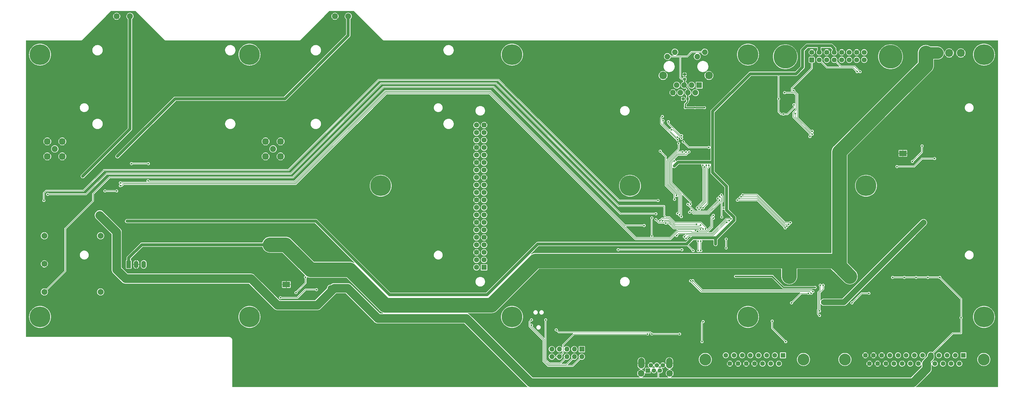
<source format=gbr>
%TF.GenerationSoftware,KiCad,Pcbnew,6.0.2+dfsg-1*%
%TF.CreationDate,2024-06-08T22:33:11+02:00*%
%TF.ProjectId,seatel,73656174-656c-42e6-9b69-6361645f7063,rev?*%
%TF.SameCoordinates,Original*%
%TF.FileFunction,Copper,L2,Bot*%
%TF.FilePolarity,Positive*%
%FSLAX46Y46*%
G04 Gerber Fmt 4.6, Leading zero omitted, Abs format (unit mm)*
G04 Created by KiCad (PCBNEW 6.0.2+dfsg-1) date 2024-06-08 22:33:11*
%MOMM*%
%LPD*%
G01*
G04 APERTURE LIST*
G04 Aperture macros list*
%AMRoundRect*
0 Rectangle with rounded corners*
0 $1 Rounding radius*
0 $2 $3 $4 $5 $6 $7 $8 $9 X,Y pos of 4 corners*
0 Add a 4 corners polygon primitive as box body*
4,1,4,$2,$3,$4,$5,$6,$7,$8,$9,$2,$3,0*
0 Add four circle primitives for the rounded corners*
1,1,$1+$1,$2,$3*
1,1,$1+$1,$4,$5*
1,1,$1+$1,$6,$7*
1,1,$1+$1,$8,$9*
0 Add four rect primitives between the rounded corners*
20,1,$1+$1,$2,$3,$4,$5,0*
20,1,$1+$1,$4,$5,$6,$7,0*
20,1,$1+$1,$6,$7,$8,$9,0*
20,1,$1+$1,$8,$9,$2,$3,0*%
G04 Aperture macros list end*
%TA.AperFunction,ComponentPad*%
%ADD10R,1.700000X1.700000*%
%TD*%
%TA.AperFunction,ComponentPad*%
%ADD11O,1.700000X1.700000*%
%TD*%
%TA.AperFunction,ComponentPad*%
%ADD12C,7.000000*%
%TD*%
%TA.AperFunction,ComponentPad*%
%ADD13C,2.000000*%
%TD*%
%TA.AperFunction,ComponentPad*%
%ADD14C,2.200000*%
%TD*%
%TA.AperFunction,ComponentPad*%
%ADD15O,2.200000X3.600000*%
%TD*%
%TA.AperFunction,ComponentPad*%
%ADD16C,1.500000*%
%TD*%
%TA.AperFunction,ComponentPad*%
%ADD17R,1.500000X1.500000*%
%TD*%
%TA.AperFunction,ComponentPad*%
%ADD18C,4.000000*%
%TD*%
%TA.AperFunction,ComponentPad*%
%ADD19R,1.600000X1.600000*%
%TD*%
%TA.AperFunction,ComponentPad*%
%ADD20C,1.600000*%
%TD*%
%TA.AperFunction,ComponentPad*%
%ADD21RoundRect,0.250000X0.600000X-0.600000X0.600000X0.600000X-0.600000X0.600000X-0.600000X-0.600000X0*%
%TD*%
%TA.AperFunction,ComponentPad*%
%ADD22C,1.700000*%
%TD*%
%TA.AperFunction,ComponentPad*%
%ADD23C,8.000000*%
%TD*%
%TA.AperFunction,ComponentPad*%
%ADD24R,1.500000X2.500000*%
%TD*%
%TA.AperFunction,ComponentPad*%
%ADD25O,1.500000X2.500000*%
%TD*%
%TA.AperFunction,ComponentPad*%
%ADD26C,2.050000*%
%TD*%
%TA.AperFunction,ComponentPad*%
%ADD27C,2.250000*%
%TD*%
%TA.AperFunction,ComponentPad*%
%ADD28RoundRect,0.250001X-1.099999X-1.099999X1.099999X-1.099999X1.099999X1.099999X-1.099999X1.099999X0*%
%TD*%
%TA.AperFunction,ComponentPad*%
%ADD29C,2.700000*%
%TD*%
%TA.AperFunction,ComponentPad*%
%ADD30C,0.500000*%
%TD*%
%TA.AperFunction,SMDPad,CuDef*%
%ADD31R,2.500000X1.900000*%
%TD*%
%TA.AperFunction,ComponentPad*%
%ADD32R,1.750000X1.750000*%
%TD*%
%TA.AperFunction,ComponentPad*%
%ADD33C,1.750000*%
%TD*%
%TA.AperFunction,ComponentPad*%
%ADD34C,2.600000*%
%TD*%
%TA.AperFunction,ComponentPad*%
%ADD35C,1.890000*%
%TD*%
%TA.AperFunction,ComponentPad*%
%ADD36R,1.900000X1.900000*%
%TD*%
%TA.AperFunction,ComponentPad*%
%ADD37C,1.900000*%
%TD*%
%TA.AperFunction,SMDPad,CuDef*%
%ADD38RoundRect,0.225000X0.250000X-0.225000X0.250000X0.225000X-0.250000X0.225000X-0.250000X-0.225000X0*%
%TD*%
%TA.AperFunction,SMDPad,CuDef*%
%ADD39RoundRect,0.225000X0.225000X0.250000X-0.225000X0.250000X-0.225000X-0.250000X0.225000X-0.250000X0*%
%TD*%
%TA.AperFunction,ViaPad*%
%ADD40C,0.600000*%
%TD*%
%TA.AperFunction,ViaPad*%
%ADD41C,2.000000*%
%TD*%
%TA.AperFunction,ViaPad*%
%ADD42C,1.000000*%
%TD*%
%TA.AperFunction,Conductor*%
%ADD43C,0.200000*%
%TD*%
%TA.AperFunction,Conductor*%
%ADD44C,5.000000*%
%TD*%
%TA.AperFunction,Conductor*%
%ADD45C,1.000000*%
%TD*%
%TA.AperFunction,Conductor*%
%ADD46C,4.000000*%
%TD*%
%TA.AperFunction,Conductor*%
%ADD47C,3.000000*%
%TD*%
%TA.AperFunction,Conductor*%
%ADD48C,2.000000*%
%TD*%
%TA.AperFunction,Conductor*%
%ADD49C,0.400000*%
%TD*%
%TA.AperFunction,Conductor*%
%ADD50C,0.500000*%
%TD*%
G04 APERTURE END LIST*
D10*
%TO.P,J6,1,Pin_1*%
%TO.N,Net-(J3-Pad22)*%
X238675000Y-186950000D03*
D11*
%TO.P,J6,2,Pin_2*%
%TO.N,/SWCLK*%
X238675000Y-189490000D03*
%TO.P,J6,3,Pin_3*%
%TO.N,Net-(J3-Pad18)*%
X236135000Y-186950000D03*
%TO.P,J6,4,Pin_4*%
%TO.N,/SWDIO*%
X236135000Y-189490000D03*
%TO.P,J6,5,Pin_5*%
%TO.N,Net-(J3-Pad12)*%
X233595000Y-186950000D03*
%TO.P,J6,6,Pin_6*%
%TO.N,/NRST*%
X233595000Y-189490000D03*
%TO.P,J6,7,Pin_7*%
%TO.N,Net-(J3-Pad8)*%
X231055000Y-186950000D03*
%TO.P,J6,8,Pin_8*%
%TO.N,/GPS_TXD*%
X231055000Y-189490000D03*
%TO.P,J6,9,Pin_9*%
%TO.N,/STM_GPS_TXD*%
X228515000Y-186950000D03*
%TO.P,J6,10,Pin_10*%
%TO.N,/GPS_TXD*%
X228515000Y-189490000D03*
%TD*%
D12*
%TO.P,H5,1,1*%
%TO.N,unconnected-(H5-Pad1)*%
X375000000Y-176000000D03*
%TD*%
D13*
%TO.P,J1,1,Pin_1*%
%TO.N,Net-(J1-Pad1)*%
X159500000Y-74000000D03*
%TO.P,J1,2,Pin_2*%
%TO.N,GND*%
X155000000Y-74000000D03*
%TD*%
D14*
%TO.P,J8,SH*%
%TO.N,GND*%
X268450000Y-195150000D03*
D15*
X258850000Y-191700000D03*
X268350000Y-191700000D03*
D14*
X258750000Y-195150000D03*
D16*
%TO.P,J8,6*%
X266150000Y-192400000D03*
%TO.P,J8,5*%
%TO.N,+5V*%
X265150000Y-194200000D03*
%TO.P,J8,4*%
%TO.N,Net-(IC2-Pad13)*%
X264100000Y-192400000D03*
%TO.P,J8,3*%
%TO.N,Net-(IC2-Pad14)*%
X263100000Y-194200000D03*
%TO.P,J8,2*%
%TO.N,GND*%
X262050000Y-192400000D03*
D17*
%TO.P,J8,1*%
%TO.N,Net-(J8-Pad1)*%
X261050000Y-194200000D03*
%TD*%
D12*
%TO.P,H2,1,1*%
%TO.N,unconnected-(H2-Pad1)*%
X126000000Y-176000000D03*
%TD*%
D13*
%TO.P,IC7,1,RF-Out*%
%TO.N,Net-(IC7-Pad1)*%
X56475000Y-148475000D03*
%TO.P,IC7,2,GND*%
%TO.N,GND*%
X56475000Y-158000000D03*
%TO.P,IC7,3,Vc*%
%TO.N,/DAC_OCXO*%
X56475000Y-167525000D03*
%TO.P,IC7,4,Vref*%
%TO.N,unconnected-(IC7-Pad4)*%
X75525000Y-167525000D03*
%TO.P,IC7,5,Vcc*%
%TO.N,Net-(C24-Pad1)*%
X75525000Y-148475000D03*
%TD*%
D18*
%TO.P,J9,0,PAD*%
%TO.N,unconnected-(J9-Pad0)*%
X313830000Y-190439669D03*
X280530000Y-190439669D03*
D19*
%TO.P,J9,1,1*%
%TO.N,/MDE_MISO_B*%
X306875000Y-189019669D03*
D20*
%TO.P,J9,2,2*%
%TO.N,/MDE_MISO_A*%
X304105000Y-189019669D03*
%TO.P,J9,3,3*%
%TO.N,/MDE_SCK_Z*%
X301335000Y-189019669D03*
%TO.P,J9,4,4*%
%TO.N,/MDE_SCK_Y*%
X298565000Y-189019669D03*
%TO.P,J9,5,5*%
%TO.N,/MDE_MOSI_Z*%
X295795000Y-189019669D03*
%TO.P,J9,6,6*%
%TO.N,/MDE_MOSI_Y*%
X293025000Y-189019669D03*
%TO.P,J9,7,7*%
%TO.N,/MDE_CS_Y*%
X290255000Y-189019669D03*
%TO.P,J9,8,8*%
%TO.N,/MDE_CS_Z*%
X287485000Y-189019669D03*
%TO.P,J9,9,P9*%
%TO.N,Net-(C2-Pad1)*%
X305490000Y-191859669D03*
%TO.P,J9,10,P10*%
X302720000Y-191859669D03*
%TO.P,J9,11,P111*%
X299950000Y-191859669D03*
%TO.P,J9,12,P12*%
%TO.N,GND*%
X297180000Y-191859669D03*
%TO.P,J9,13,P13*%
X294410000Y-191859669D03*
%TO.P,J9,14,P14*%
X291640000Y-191859669D03*
%TO.P,J9,15,P15*%
X288870000Y-191859669D03*
%TD*%
D12*
%TO.P,H1,1,1*%
%TO.N,unconnected-(H1-Pad1)*%
X55000000Y-176000000D03*
%TD*%
%TO.P,H8,1,1*%
%TO.N,unconnected-(H8-Pad1)*%
X335000000Y-131500000D03*
%TD*%
D21*
%TO.P,J115,1,Pin_1*%
%TO.N,/IMU_SCK*%
X316610000Y-88752500D03*
D22*
%TO.P,J115,2,Pin_2*%
%TO.N,GND*%
X316610000Y-86212500D03*
%TO.P,J115,3,Pin_3*%
%TO.N,/IMU_MOSI*%
X319150000Y-88752500D03*
%TO.P,J115,4,Pin_4*%
%TO.N,+3V3*%
X319150000Y-86212500D03*
%TO.P,J115,5,Pin_5*%
%TO.N,/IMU_CS1*%
X321690000Y-88752500D03*
%TO.P,J115,6,Pin_6*%
%TO.N,GND*%
X321690000Y-86212500D03*
%TO.P,J115,7,Pin_7*%
%TO.N,/IMU_MISO*%
X324230000Y-88752500D03*
%TO.P,J115,8,Pin_8*%
%TO.N,+3V3*%
X324230000Y-86212500D03*
%TO.P,J115,9,Pin_9*%
%TO.N,/IMU_CS2*%
X326770000Y-88752500D03*
%TO.P,J115,10,Pin_10*%
%TO.N,GND*%
X326770000Y-86212500D03*
%TO.P,J115,11,Pin_11*%
%TO.N,/IMU_CS3*%
X329310000Y-88752500D03*
%TO.P,J115,12,Pin_12*%
%TO.N,+5V*%
X329310000Y-86212500D03*
%TO.P,J115,13,Pin_13*%
%TO.N,/IMU_EN*%
X331850000Y-88752500D03*
%TO.P,J115,14,Pin_14*%
%TO.N,GND*%
X331850000Y-86212500D03*
%TO.P,J115,15,Pin_15*%
%TO.N,/IMU_RES*%
X334390000Y-88752500D03*
%TO.P,J115,16,Pin_16*%
%TO.N,+5V*%
X334390000Y-86212500D03*
D23*
%TO.P,J115,MP*%
%TO.N,N/C*%
X307670000Y-87732500D03*
X343330000Y-87732500D03*
%TD*%
D12*
%TO.P,H10,1,1*%
%TO.N,unconnected-(H10-Pad1)*%
X126000000Y-87000000D03*
%TD*%
D24*
%TO.P,IC8,1,Vin*%
%TO.N,+24V*%
X85067500Y-158182500D03*
D25*
%TO.P,IC8,2,GND*%
%TO.N,GND*%
X87607500Y-158182500D03*
%TO.P,IC8,3,Vout*%
%TO.N,Net-(C33-Pad1)*%
X90147500Y-158182500D03*
%TD*%
D12*
%TO.P,H6,1,1*%
%TO.N,unconnected-(H6-Pad1)*%
X170500000Y-131500000D03*
%TD*%
%TO.P,H12,1,1*%
%TO.N,unconnected-(H12-Pad1)*%
X295000000Y-87000000D03*
%TD*%
D26*
%TO.P,J5,1,In*%
%TO.N,Net-(J5-Pad1)*%
X134000000Y-119000000D03*
D27*
%TO.P,J5,2,Ext*%
%TO.N,GND*%
X136540000Y-116460000D03*
X131460000Y-121540000D03*
X136540000Y-121540000D03*
X131460000Y-116460000D03*
%TD*%
D28*
%TO.P,J111,1,Pin_1*%
%TO.N,+24V*%
X355282500Y-86450000D03*
D29*
%TO.P,J111,2,Pin_2*%
X359242500Y-86450000D03*
%TO.P,J111,3,Pin_3*%
%TO.N,GND*%
X363202500Y-86450000D03*
%TO.P,J111,4,Pin_4*%
X367162500Y-86450000D03*
%TD*%
D12*
%TO.P,H9,1,1*%
%TO.N,unconnected-(H9-Pad1)*%
X55000000Y-87000000D03*
%TD*%
D18*
%TO.P,J10,0,PAD*%
%TO.N,unconnected-(J10-Pad0)*%
X374955000Y-190439669D03*
X327855000Y-190439669D03*
D19*
%TO.P,J10,1,1*%
%TO.N,Net-(C10-Pad1)*%
X368025000Y-189019669D03*
D20*
%TO.P,J10,2,2*%
X365255000Y-189019669D03*
%TO.P,J10,3,3*%
%TO.N,Net-(C7-Pad1)*%
X362485000Y-189019669D03*
%TO.P,J10,4,4*%
X359715000Y-189019669D03*
%TO.P,J10,5,5*%
%TO.N,+5V*%
X356945000Y-189019669D03*
%TO.P,J10,6,6*%
%TO.N,/ADC0*%
X354175000Y-189019669D03*
%TO.P,J10,7,7*%
%TO.N,/ADC2*%
X351405000Y-189019669D03*
%TO.P,J10,8,8*%
%TO.N,/OUT0*%
X348635000Y-189019669D03*
%TO.P,J10,9,9*%
%TO.N,/OUT2*%
X345865000Y-189019669D03*
%TO.P,J10,10,10*%
%TO.N,/OUT4*%
X343095000Y-189019669D03*
%TO.P,J10,11,11*%
%TO.N,GND*%
X340325000Y-189019669D03*
%TO.P,J10,12,12*%
X337555000Y-189019669D03*
%TO.P,J10,13,13*%
X334785000Y-189019669D03*
%TO.P,J10,14,P14*%
%TO.N,Net-(C10-Pad1)*%
X366640000Y-191859669D03*
%TO.P,J10,15,P15*%
X363870000Y-191859669D03*
%TO.P,J10,16,P16*%
%TO.N,Net-(C7-Pad1)*%
X361100000Y-191859669D03*
%TO.P,J10,17,P17*%
X358330000Y-191859669D03*
%TO.P,J10,18,P18*%
%TO.N,+5V*%
X355560000Y-191859669D03*
%TO.P,J10,19,P19*%
%TO.N,/ADC1*%
X352790000Y-191859669D03*
%TO.P,J10,20,P20*%
%TO.N,/ADC3*%
X350020000Y-191859669D03*
%TO.P,J10,21,P21*%
%TO.N,/OUT1*%
X347250000Y-191859669D03*
%TO.P,J10,22,P22*%
%TO.N,/OUT3*%
X344480000Y-191859669D03*
%TO.P,J10,23,P23*%
%TO.N,GND*%
X341710000Y-191859669D03*
%TO.P,J10,24,P24*%
X338940000Y-191859669D03*
%TO.P,J10,25,P25*%
X336170000Y-191859669D03*
%TD*%
D30*
%TO.P,IC10,9,EP*%
%TO.N,GND*%
X346500000Y-121200000D03*
X348500000Y-121200000D03*
X347500000Y-121200000D03*
X347500000Y-119800000D03*
D31*
X347500000Y-120500000D03*
D30*
X346500000Y-119800000D03*
X348500000Y-119800000D03*
%TD*%
D32*
%TO.P,J3,1,3V3*%
%TO.N,unconnected-(J3-Pad1)*%
X205520000Y-159180000D03*
D33*
%TO.P,J3,2,5V*%
%TO.N,+5V*%
X202980000Y-159180000D03*
%TO.P,J3,3,SDA/GPIO2*%
%TO.N,unconnected-(J3-Pad3)*%
X205520000Y-156640000D03*
%TO.P,J3,4,5V*%
%TO.N,+5V*%
X202980000Y-156640000D03*
%TO.P,J3,5,SCL/GPIO3*%
%TO.N,unconnected-(J3-Pad5)*%
X205520000Y-154100000D03*
%TO.P,J3,6,GND*%
%TO.N,GND*%
X202980000Y-154100000D03*
%TO.P,J3,7,GCLK0/GPIO4*%
%TO.N,unconnected-(J3-Pad7)*%
X205520000Y-151560000D03*
%TO.P,J3,8,GPIO14/TXD*%
%TO.N,Net-(J3-Pad8)*%
X202980000Y-151560000D03*
%TO.P,J3,9,GND*%
%TO.N,GND*%
X205520000Y-149020000D03*
%TO.P,J3,10,GPIO15/RXD*%
%TO.N,/GPS_RXD*%
X202980000Y-149020000D03*
%TO.P,J3,11,GPIO17*%
%TO.N,unconnected-(J3-Pad11)*%
X205520000Y-146480000D03*
%TO.P,J3,12,GPIO18/PWM0*%
%TO.N,Net-(J3-Pad12)*%
X202980000Y-146480000D03*
%TO.P,J3,13,GPIO27*%
%TO.N,unconnected-(J3-Pad13)*%
X205520000Y-143940000D03*
%TO.P,J3,14,GND*%
%TO.N,GND*%
X202980000Y-143940000D03*
%TO.P,J3,15,GPIO22*%
%TO.N,unconnected-(J3-Pad15)*%
X205520000Y-141400000D03*
%TO.P,J3,16,GPIO23*%
%TO.N,unconnected-(J3-Pad16)*%
X202980000Y-141400000D03*
%TO.P,J3,17,3V3*%
%TO.N,unconnected-(J3-Pad17)*%
X205520000Y-138860000D03*
%TO.P,J3,18,GPIO24*%
%TO.N,Net-(J3-Pad18)*%
X202980000Y-138860000D03*
%TO.P,J3,19,MOSI0/GPIO10*%
%TO.N,unconnected-(J3-Pad19)*%
X205520000Y-136320000D03*
%TO.P,J3,20,GND*%
%TO.N,GND*%
X202980000Y-136320000D03*
%TO.P,J3,21,MISO0/GPIO9*%
%TO.N,unconnected-(J3-Pad21)*%
X205520000Y-133780000D03*
%TO.P,J3,22,GPIO25*%
%TO.N,Net-(J3-Pad22)*%
X202980000Y-133780000D03*
%TO.P,J3,23,SCLK0/GPIO11*%
%TO.N,unconnected-(J3-Pad23)*%
X205520000Y-131240000D03*
%TO.P,J3,24,~{CE0}/GPIO8*%
%TO.N,unconnected-(J3-Pad24)*%
X202980000Y-131240000D03*
%TO.P,J3,25,GND*%
%TO.N,GND*%
X205520000Y-128700000D03*
%TO.P,J3,26,~{CE1}/GPIO7*%
%TO.N,unconnected-(J3-Pad26)*%
X202980000Y-128700000D03*
%TO.P,J3,27,ID_SD/GPIO0*%
%TO.N,unconnected-(J3-Pad27)*%
X205520000Y-126160000D03*
%TO.P,J3,28,ID_SC/GPIO1*%
%TO.N,unconnected-(J3-Pad28)*%
X202980000Y-126160000D03*
%TO.P,J3,29,GCLK1/GPIO5*%
%TO.N,unconnected-(J3-Pad29)*%
X205520000Y-123620000D03*
%TO.P,J3,30,GND*%
%TO.N,GND*%
X202980000Y-123620000D03*
%TO.P,J3,31,GCLK2/GPIO6*%
%TO.N,unconnected-(J3-Pad31)*%
X205520000Y-121080000D03*
%TO.P,J3,32,PWM0/GPIO12*%
%TO.N,unconnected-(J3-Pad32)*%
X202980000Y-121080000D03*
%TO.P,J3,33,PWM1/GPIO13*%
%TO.N,unconnected-(J3-Pad33)*%
X205520000Y-118540000D03*
%TO.P,J3,34,GND*%
%TO.N,GND*%
X202980000Y-118540000D03*
%TO.P,J3,35,GPIO19/MISO1*%
%TO.N,unconnected-(J3-Pad35)*%
X205520000Y-116000000D03*
%TO.P,J3,36,GPIO16*%
%TO.N,unconnected-(J3-Pad36)*%
X202980000Y-116000000D03*
%TO.P,J3,37,GPIO26*%
%TO.N,unconnected-(J3-Pad37)*%
X205520000Y-113460000D03*
%TO.P,J3,38,GPIO20/MOSI1*%
%TO.N,unconnected-(J3-Pad38)*%
X202980000Y-113460000D03*
%TO.P,J3,39,GND*%
%TO.N,GND*%
X205520000Y-110920000D03*
%TO.P,J3,40,GPIO21/SCLK1*%
%TO.N,unconnected-(J3-Pad40)*%
X202980000Y-110920000D03*
%TD*%
D34*
%TO.P,J7,13,SHIELD*%
%TO.N,GND*%
X266225000Y-94080000D03*
X281775000Y-94080000D03*
D35*
%TO.P,J7,L1,LEDY_A*%
%TO.N,+3V3*%
X267675000Y-87650000D03*
%TO.P,J7,L2,LEDY_K*%
%TO.N,/LED_ACT*%
X270215000Y-86130000D03*
%TO.P,J7,L3,LEDG_K*%
%TO.N,/LED_LINK*%
X277785000Y-87650000D03*
%TO.P,J7,L4,LEDG_A*%
%TO.N,+3V3*%
X280325000Y-86130000D03*
D36*
%TO.P,J7,R1,TD+*%
%TO.N,/TD+*%
X278445000Y-97370000D03*
D37*
%TO.P,J7,R2,TD-*%
%TO.N,/TD-*%
X277175000Y-99910000D03*
%TO.P,J7,R3,RD+*%
%TO.N,/RD+*%
X275905000Y-97370000D03*
%TO.P,J7,R4,TCT*%
%TO.N,+3V3*%
X274635000Y-99910000D03*
%TO.P,J7,R5,RCT*%
X273365000Y-97370000D03*
%TO.P,J7,R6,RD-*%
%TO.N,/RD-*%
X272095000Y-99910000D03*
%TO.P,J7,R7,NC*%
%TO.N,unconnected-(J7-PadR7)*%
X270825000Y-97370000D03*
%TO.P,J7,R8,GND*%
%TO.N,GND*%
X269555000Y-99910000D03*
%TD*%
D12*
%TO.P,H7,1,1*%
%TO.N,unconnected-(H7-Pad1)*%
X255000000Y-131500000D03*
%TD*%
%TO.P,H13,1,1*%
%TO.N,unconnected-(H13-Pad1)*%
X375000000Y-87000000D03*
%TD*%
%TO.P,H3,1,1*%
%TO.N,unconnected-(H3-Pad1)*%
X215000000Y-176000000D03*
%TD*%
D26*
%TO.P,J4,1,In*%
%TO.N,Net-(J4-Pad1)*%
X60000000Y-119000000D03*
D27*
%TO.P,J4,2,Ext*%
%TO.N,GND*%
X57460000Y-116460000D03*
X62540000Y-121540000D03*
X62540000Y-116460000D03*
X57460000Y-121540000D03*
%TD*%
D12*
%TO.P,H4,1,1*%
%TO.N,unconnected-(H4-Pad1)*%
X295000000Y-176000000D03*
%TD*%
%TO.P,H11,1,1*%
%TO.N,unconnected-(H11-Pad1)*%
X215000000Y-87000000D03*
%TD*%
D30*
%TO.P,IC11,9,EP*%
%TO.N,GND*%
X139500000Y-165700000D03*
X139500000Y-164300000D03*
X138500000Y-165700000D03*
X137500000Y-164300000D03*
X137500000Y-165700000D03*
D31*
X138500000Y-165000000D03*
D30*
X138500000Y-164300000D03*
%TD*%
D13*
%TO.P,J2,1,Pin_1*%
%TO.N,Net-(J2-Pad1)*%
X85500000Y-74000000D03*
%TO.P,J2,2,Pin_2*%
%TO.N,GND*%
X81000000Y-74000000D03*
%TD*%
D38*
%TO.P,C76,1*%
%TO.N,+3V3*%
X273500000Y-95275000D03*
%TO.P,C76,2*%
%TO.N,GND*%
X273500000Y-93725000D03*
%TD*%
D39*
%TO.P,C75,1*%
%TO.N,+3V3*%
X274525000Y-102000000D03*
%TO.P,C75,2*%
%TO.N,GND*%
X272975000Y-102000000D03*
%TD*%
D40*
%TO.N,GND*%
X278000000Y-131600000D03*
X282500000Y-150300000D03*
X280200000Y-150300000D03*
D41*
%TO.N,+24V*%
X327750000Y-160500000D03*
X343000000Y-103000000D03*
X329500000Y-162250000D03*
X138000000Y-151500000D03*
X326000000Y-158750000D03*
X133000000Y-151500000D03*
X345000000Y-101000000D03*
X135500000Y-151500000D03*
X309000000Y-160000000D03*
X309000000Y-162250000D03*
X347000000Y-99000000D03*
X309000000Y-157750000D03*
D40*
%TO.N,GND*%
X132500000Y-178500000D03*
X281100000Y-139000000D03*
X209250000Y-189500000D03*
X133800000Y-126800000D03*
X160250000Y-188500000D03*
X306000000Y-175200000D03*
X134500000Y-165000000D03*
X323250000Y-102250000D03*
X312500000Y-119500000D03*
X147600000Y-120800000D03*
X320250000Y-105250000D03*
X274000000Y-131600000D03*
X197600000Y-150000000D03*
X197600000Y-136000000D03*
X330500000Y-101500000D03*
X281500000Y-145200000D03*
X251400000Y-137600000D03*
X235600000Y-125800000D03*
X310750000Y-114000000D03*
X210500000Y-184250000D03*
X152600000Y-111800000D03*
X72400000Y-136200000D03*
X133800000Y-129200000D03*
X200600000Y-143000000D03*
X271200000Y-108650000D03*
X208250000Y-188500000D03*
X244600000Y-130800000D03*
X196250000Y-178500000D03*
X342750000Y-109500000D03*
X200600000Y-95000000D03*
X146600000Y-119800000D03*
X309750000Y-115000000D03*
X342750000Y-112000000D03*
X320500000Y-111500000D03*
X73600000Y-136200000D03*
X197600000Y-147200000D03*
X160250000Y-189300000D03*
X208400000Y-97400000D03*
X265250000Y-130000000D03*
X206250000Y-186500000D03*
X197600000Y-137400000D03*
X276000000Y-160250000D03*
X159750000Y-171000000D03*
X197600000Y-143000000D03*
X272500000Y-131600000D03*
X197600000Y-103800000D03*
X133800000Y-125600000D03*
X265800000Y-140400000D03*
X268250000Y-178250000D03*
X159600000Y-104800000D03*
X295750000Y-129000000D03*
X219500000Y-193250000D03*
X123800000Y-129200000D03*
X65200000Y-135000000D03*
X306500000Y-125500000D03*
X187600000Y-97400000D03*
X85200000Y-126800000D03*
X319500000Y-112500000D03*
X368750000Y-131500000D03*
X197600000Y-130400000D03*
X312400000Y-106000000D03*
X78500000Y-130500000D03*
X85600000Y-129200000D03*
X322500000Y-109500000D03*
X64200000Y-160000000D03*
X361750000Y-110500000D03*
X294750000Y-130000000D03*
X200600000Y-109400000D03*
X326000000Y-180000000D03*
X306750000Y-118000000D03*
X81000000Y-137250000D03*
X348500000Y-178500000D03*
X113800000Y-129200000D03*
X177600000Y-97400000D03*
X269500000Y-173250000D03*
X362500000Y-178500000D03*
X299250000Y-164250000D03*
X313500000Y-118500000D03*
X197600000Y-131800000D03*
X334500000Y-178500000D03*
X230600000Y-116800000D03*
X113800000Y-128000000D03*
X368750000Y-121500000D03*
X325500000Y-106500000D03*
X200600000Y-119200000D03*
X344000000Y-170250000D03*
X79500000Y-134250000D03*
X318500000Y-113500000D03*
X343500000Y-120500000D03*
X305750000Y-119000000D03*
X250400000Y-138600000D03*
X200600000Y-131800000D03*
X91250000Y-149500000D03*
X93800000Y-129200000D03*
X200600000Y-102400000D03*
X148750000Y-168250000D03*
X315500000Y-116500000D03*
X361750000Y-111300000D03*
X207500000Y-181250000D03*
X231600000Y-115800000D03*
X342500000Y-129000000D03*
X340500000Y-134000000D03*
X197600000Y-154200000D03*
X367700000Y-136500000D03*
X342750000Y-114500000D03*
X340500000Y-129000000D03*
X295600000Y-182000000D03*
X152750000Y-154200000D03*
X197600000Y-124800000D03*
X82250000Y-126800000D03*
X228600000Y-118800000D03*
X89600000Y-129200000D03*
X289500000Y-138000000D03*
X368750000Y-124000000D03*
X226400000Y-175800000D03*
X284250000Y-164250000D03*
X341500000Y-178500000D03*
X64000000Y-139750000D03*
X216500000Y-190250000D03*
X337750000Y-164250000D03*
X197600000Y-138800000D03*
X103800000Y-129200000D03*
X204250000Y-184500000D03*
X63600000Y-145000000D03*
X200250000Y-180500000D03*
X158700000Y-181000000D03*
X197600000Y-148600000D03*
X316250000Y-109250000D03*
X200600000Y-148600000D03*
X197600000Y-152800000D03*
X200600000Y-112200000D03*
X302750000Y-122000000D03*
X323500000Y-165500000D03*
X72800000Y-133400000D03*
X212250000Y-192500000D03*
X265800000Y-141600000D03*
X200600000Y-130400000D03*
X160250000Y-187700000D03*
X304250000Y-106000000D03*
X103800000Y-125600000D03*
X214600000Y-104800000D03*
X197600000Y-141600000D03*
X214500000Y-188250000D03*
X70000000Y-135000000D03*
X123800000Y-128000000D03*
X291600000Y-144400000D03*
X359000000Y-178500000D03*
X355500000Y-178500000D03*
X333500000Y-161750000D03*
X269250000Y-109750000D03*
X200600000Y-133200000D03*
X317250000Y-180000000D03*
X298750000Y-126000000D03*
X352000000Y-178500000D03*
X187600000Y-95000000D03*
X177600000Y-96200000D03*
X341500000Y-129000000D03*
X169600000Y-100800000D03*
X318250000Y-107250000D03*
X271000000Y-138600000D03*
X324500000Y-166500000D03*
X361750000Y-109700000D03*
X160600000Y-105800000D03*
X310500000Y-121500000D03*
X299500000Y-132500000D03*
X293750000Y-131000000D03*
X200600000Y-103800000D03*
X131500000Y-178500000D03*
X82250000Y-128000000D03*
X197600000Y-105200000D03*
X200600000Y-136000000D03*
X177600000Y-95000000D03*
X205250000Y-185500000D03*
X331500000Y-100500000D03*
X162600000Y-107800000D03*
X303750000Y-121000000D03*
X200600000Y-134600000D03*
X360000000Y-170250000D03*
X326500000Y-105500000D03*
X302500000Y-178500000D03*
X190550000Y-198800000D03*
X200600000Y-145800000D03*
X274750000Y-93750000D03*
X82250000Y-129200000D03*
X261600000Y-140400000D03*
X257250000Y-172500000D03*
X200600000Y-110800000D03*
X317750000Y-167000000D03*
X303500000Y-128500000D03*
X197600000Y-116400000D03*
X88750000Y-149500000D03*
X197600000Y-95000000D03*
X197600000Y-151400000D03*
X131500000Y-173500000D03*
X65200000Y-133800000D03*
X310600000Y-102000000D03*
X368750000Y-134000000D03*
X73600000Y-134800000D03*
X84750000Y-147750000D03*
X145600000Y-118800000D03*
X321500000Y-110500000D03*
X271250000Y-126250000D03*
X261600000Y-141600000D03*
X369250000Y-143200000D03*
X261600000Y-137800000D03*
X159750000Y-178500000D03*
X213250000Y-193500000D03*
X197600000Y-98600000D03*
X197600000Y-113600000D03*
X265000000Y-118500000D03*
X133500000Y-178500000D03*
X200600000Y-98600000D03*
X278500000Y-162750000D03*
X368750000Y-126500000D03*
X319250000Y-106250000D03*
X205500000Y-179250000D03*
X304750000Y-120000000D03*
X197600000Y-101000000D03*
X276750000Y-126250000D03*
X208400000Y-98600000D03*
X327250000Y-98250000D03*
X197600000Y-145800000D03*
X168600000Y-99800000D03*
X197600000Y-123400000D03*
X154600000Y-113800000D03*
X123800000Y-126800000D03*
X203250000Y-183500000D03*
X177600000Y-98600000D03*
X197600000Y-112200000D03*
X161600000Y-106800000D03*
X197600000Y-127600000D03*
X79500000Y-130500000D03*
X200600000Y-150000000D03*
X200600000Y-108000000D03*
X348000000Y-170250000D03*
X200600000Y-116400000D03*
X301750000Y-123000000D03*
X197600000Y-120600000D03*
X221600000Y-111800000D03*
X296750000Y-128000000D03*
X197600000Y-134600000D03*
X312750000Y-112000000D03*
X85200000Y-125600000D03*
X200600000Y-127600000D03*
X79500000Y-131500000D03*
X317250000Y-184000000D03*
X82250000Y-125600000D03*
X197600000Y-106600000D03*
X328500000Y-103500000D03*
X359200000Y-174800000D03*
X229600000Y-117800000D03*
X197600000Y-109400000D03*
X153600000Y-112800000D03*
X209500000Y-183250000D03*
X138400000Y-125600000D03*
X200600000Y-123400000D03*
X369500000Y-178500000D03*
X223600000Y-109800000D03*
X187600000Y-98600000D03*
X200600000Y-138800000D03*
X208400000Y-96200000D03*
X323500000Y-108500000D03*
X139600000Y-126800000D03*
X306000000Y-178500000D03*
X200600000Y-106600000D03*
X304500000Y-127500000D03*
X327500000Y-104500000D03*
X305500000Y-126500000D03*
X141600000Y-128800000D03*
X325250000Y-100250000D03*
X332500000Y-99500000D03*
X300500000Y-131500000D03*
X159750000Y-173500000D03*
X237600000Y-123800000D03*
X215500000Y-189250000D03*
X152750000Y-155000000D03*
X202250000Y-182500000D03*
X197600000Y-117800000D03*
X341500000Y-134000000D03*
X200600000Y-105200000D03*
X93800000Y-126800000D03*
X299750000Y-125000000D03*
X200600000Y-115000000D03*
X159750000Y-176000000D03*
X90500000Y-132000000D03*
X368750000Y-129000000D03*
X200600000Y-140200000D03*
X242600000Y-132800000D03*
X324500000Y-107500000D03*
X326000000Y-184000000D03*
X329500000Y-102500000D03*
X200600000Y-144400000D03*
X216600000Y-102800000D03*
X197600000Y-126200000D03*
X200600000Y-126200000D03*
X273000000Y-126500000D03*
X148600000Y-121800000D03*
X264500000Y-148500000D03*
X200550000Y-198800000D03*
X215250000Y-195500000D03*
X207250000Y-187500000D03*
X197600000Y-122000000D03*
X201250000Y-181500000D03*
X197600000Y-144400000D03*
X212500000Y-186250000D03*
X200600000Y-154200000D03*
X197600000Y-108000000D03*
X200600000Y-124800000D03*
X345000000Y-178500000D03*
X315000000Y-178500000D03*
X133750000Y-156500000D03*
X273300000Y-141200000D03*
X222600000Y-110800000D03*
X78500000Y-131500000D03*
X307500000Y-124500000D03*
X317500000Y-114500000D03*
X166600000Y-97800000D03*
X217500000Y-191250000D03*
X316500000Y-115500000D03*
X197600000Y-115000000D03*
X261600000Y-135900500D03*
X311750000Y-113000000D03*
X113800000Y-125600000D03*
X309500000Y-122500000D03*
X200600000Y-113600000D03*
X200600000Y-101000000D03*
X200600000Y-147200000D03*
X200600000Y-152800000D03*
X167600000Y-98800000D03*
X208500000Y-182250000D03*
X311500000Y-120500000D03*
X63000000Y-146400000D03*
X200600000Y-122000000D03*
X216250000Y-196500000D03*
X300750000Y-124000000D03*
X152750000Y-155800000D03*
X77200000Y-129000000D03*
X249400000Y-139600000D03*
X317250000Y-164250000D03*
X197600000Y-129000000D03*
X200600000Y-137400000D03*
X281750000Y-109000000D03*
X315250000Y-110250000D03*
X93800000Y-128000000D03*
X208400000Y-95000000D03*
X213500000Y-187250000D03*
X113800000Y-126800000D03*
X123800000Y-125600000D03*
X324250000Y-101250000D03*
X70000000Y-133800000D03*
X211250000Y-191500000D03*
X284500000Y-153500000D03*
X297750000Y-127000000D03*
X356000000Y-170250000D03*
X133750000Y-159000000D03*
X358250000Y-123750000D03*
X308500000Y-123500000D03*
X54500000Y-127500000D03*
X63000000Y-160000000D03*
X238600000Y-122800000D03*
X321250000Y-104250000D03*
X214250000Y-194500000D03*
X187600000Y-96200000D03*
X133500000Y-173500000D03*
X215600000Y-103800000D03*
X299000000Y-178500000D03*
X308750000Y-116000000D03*
X301500000Y-130500000D03*
X323500000Y-166500000D03*
X322250000Y-103250000D03*
X197600000Y-140200000D03*
X221500000Y-195250000D03*
X369250000Y-144000000D03*
X265000000Y-114000000D03*
X272750000Y-103250000D03*
X268900000Y-120700000D03*
X326250000Y-99250000D03*
X200600000Y-120600000D03*
X328250000Y-97250000D03*
X281500000Y-142400000D03*
X63000000Y-124250000D03*
X197600000Y-110800000D03*
X243600000Y-131800000D03*
X72400000Y-134800000D03*
X200600000Y-117800000D03*
X302500000Y-129500000D03*
X57500000Y-124250000D03*
X75076089Y-126876089D03*
X224600000Y-108800000D03*
X352000000Y-170250000D03*
X317250000Y-108250000D03*
X197600000Y-133200000D03*
X324500000Y-165500000D03*
X290700000Y-160700000D03*
X273300000Y-137750000D03*
X333500000Y-98500000D03*
X298500000Y-133500000D03*
X65200000Y-132600000D03*
X75200000Y-133000000D03*
X197600000Y-102400000D03*
X303250000Y-160700000D03*
X200600000Y-151400000D03*
X273400000Y-115400000D03*
X338000000Y-178500000D03*
X217600000Y-101800000D03*
X236600000Y-124800000D03*
X206500000Y-180250000D03*
X283700000Y-160700000D03*
X133800000Y-128000000D03*
X307750000Y-117000000D03*
X91750000Y-121500000D03*
X370000000Y-175000000D03*
X200600000Y-129000000D03*
X103800000Y-128000000D03*
X340500000Y-120500000D03*
X103800000Y-126800000D03*
X200600000Y-96200000D03*
X220500000Y-194250000D03*
X197600000Y-97400000D03*
X218500000Y-192250000D03*
X155600000Y-114800000D03*
X132500000Y-173500000D03*
X197600000Y-96200000D03*
X276500000Y-109500000D03*
X245600000Y-129800000D03*
X91750000Y-119000000D03*
X211500000Y-185250000D03*
X76000000Y-127800000D03*
X252000000Y-135900000D03*
X200600000Y-97400000D03*
X314500000Y-117500000D03*
X140600000Y-127800000D03*
X197600000Y-119200000D03*
X210250000Y-190500000D03*
X64200000Y-146400000D03*
X342500000Y-134000000D03*
X366000000Y-178500000D03*
X93800000Y-125600000D03*
X369250000Y-144800000D03*
X200600000Y-141600000D03*
%TO.N,/MDE-*%
X319250000Y-175500000D03*
X319500000Y-165250000D03*
%TO.N,/MDE+*%
X320500000Y-165250000D03*
X319250000Y-174000000D03*
%TO.N,+5V*%
X360000000Y-162600000D03*
X356000000Y-162600000D03*
D41*
X193500000Y-176500000D03*
D42*
X75250000Y-141500000D03*
D40*
X352000000Y-162600000D03*
X344000000Y-162600000D03*
X367250000Y-176250000D03*
D42*
X203000000Y-180000000D03*
D40*
X270500000Y-198000000D03*
D41*
X153500000Y-166250000D03*
D40*
X348000000Y-162600000D03*
%TO.N,+3V3*%
X286700000Y-139100000D03*
X283000000Y-117000000D03*
X310600000Y-104000000D03*
X77000000Y-133250000D03*
X307000000Y-107200000D03*
X303250000Y-162250000D03*
X81000000Y-133250000D03*
X283000000Y-106250000D03*
X284000000Y-151250000D03*
X305400000Y-102000000D03*
X84500000Y-143500000D03*
X278000000Y-123500000D03*
X276400000Y-153500000D03*
X317750000Y-166000000D03*
X280250000Y-105000000D03*
X270000000Y-124800000D03*
X290750000Y-162250000D03*
D42*
X207750000Y-167250000D03*
D40*
X273750000Y-105000000D03*
X277000000Y-105000000D03*
X267250000Y-151250000D03*
%TO.N,Net-(C36-Pad1)*%
X354000000Y-118000000D03*
X350750000Y-123250000D03*
%TO.N,Net-(C37-Pad1)*%
X141750000Y-167750000D03*
X145000000Y-162500000D03*
D41*
%TO.N,/5V_EXT*%
X352750000Y-145750000D03*
X320750000Y-171000000D03*
X325250000Y-171000000D03*
X354500000Y-144000000D03*
X323000000Y-171000000D03*
X351000000Y-147500000D03*
D40*
%TO.N,/MDE_MISO_B*%
X303200000Y-177400000D03*
X307800000Y-184400000D03*
%TO.N,/MDE_CS_Z*%
X279400000Y-184400000D03*
X279800000Y-177600000D03*
%TO.N,/GPS_TXD*%
X261000000Y-181800000D03*
%TO.N,/GPS_RXD*%
X271800000Y-181800000D03*
X230000000Y-180400000D03*
X262400000Y-181800000D03*
%TO.N,/MDE_MOSI*%
X287606414Y-149593586D03*
X287600000Y-152600000D03*
%TO.N,Net-(IC10-Pad5)*%
X345500000Y-125000000D03*
X358250000Y-122250000D03*
%TO.N,Net-(IC11-Pad5)*%
X136500000Y-169500000D03*
X148750000Y-166750000D03*
%TO.N,/20MHZ*%
X264500000Y-136500000D03*
X56300000Y-136500000D03*
%TO.N,/10MHZ*%
X57600000Y-134400000D03*
X280600000Y-146200000D03*
%TO.N,/INA_SCL*%
X283250000Y-142500000D03*
X82250000Y-131500000D03*
X279000000Y-153500000D03*
X276300000Y-163700000D03*
X279000000Y-150300000D03*
X317000000Y-167400000D03*
X277900000Y-147000000D03*
%TO.N,/INA_SDA*%
X278100000Y-153500000D03*
X283250000Y-141500000D03*
X277200000Y-146600000D03*
X275500000Y-163750000D03*
X278100000Y-150300000D03*
X316400000Y-168000000D03*
X82250000Y-130500000D03*
%TO.N,/IMU_MISO*%
X333000000Y-92800000D03*
X288650000Y-143350000D03*
X316800000Y-114000000D03*
X311000000Y-107000000D03*
X273400000Y-148800000D03*
%TO.N,/IMU_SCK*%
X316000000Y-114800000D03*
X307400000Y-99900000D03*
X270800000Y-148400000D03*
X289250000Y-142750000D03*
%TO.N,/IMU_MOSI*%
X332000000Y-92800000D03*
X310500000Y-99200000D03*
X287850000Y-143950000D03*
X274000000Y-149400000D03*
X316800000Y-113000000D03*
%TO.N,/ETH_TXEN*%
X279700000Y-124500000D03*
X277800000Y-139000000D03*
%TO.N,/ETH_TX0*%
X278400000Y-139600000D03*
X280300000Y-125100000D03*
%TO.N,/ETH_TX1*%
X280900000Y-124500000D03*
X279000000Y-139000000D03*
%TO.N,Net-(IC16-Pad20)*%
X272500000Y-115400000D03*
X269000000Y-112500000D03*
%TO.N,Net-(IC16-Pad21)*%
X272500000Y-114500000D03*
X268000000Y-109750000D03*
%TO.N,Net-(IC16-Pad26)*%
X271100000Y-115000000D03*
X266200000Y-109400000D03*
%TO.N,Net-(IC16-Pad28)*%
X271100000Y-115900000D03*
X266000000Y-108000000D03*
%TO.N,/NRST*%
X279800000Y-139000000D03*
X281750000Y-124500000D03*
X265100000Y-143400000D03*
X273100000Y-116600000D03*
X281750000Y-118500000D03*
X277600000Y-144600000D03*
X226400000Y-177000000D03*
%TO.N,/ETH_MDIO*%
X270800000Y-134800000D03*
X271500000Y-117100000D03*
%TO.N,/ETH_MDC*%
X275500000Y-137750000D03*
X270000000Y-123100000D03*
%TO.N,/ETH_OSC*%
X270100000Y-136100000D03*
X265250000Y-119750000D03*
%TO.N,/ETH_CRS*%
X271100000Y-140900000D03*
X272800000Y-120000000D03*
%TO.N,/ETH_RX0*%
X274000000Y-120000000D03*
X271800000Y-141400000D03*
%TO.N,/ETH_RX1*%
X275000000Y-120000000D03*
X272400000Y-142000000D03*
%TO.N,/ADC_CS*%
X308200000Y-145200000D03*
X292000000Y-135800000D03*
X284800000Y-135800000D03*
X274600000Y-137800000D03*
%TO.N,/DAC_OCXO*%
X263800000Y-141000000D03*
%TO.N,/ADC_SCK*%
X275800000Y-139900000D03*
X285400000Y-136400000D03*
X307600000Y-145800000D03*
X291400000Y-136400000D03*
%TO.N,/ADC_MISO*%
X275200000Y-140500000D03*
X308800000Y-144600000D03*
X292600000Y-135200000D03*
X285400000Y-135200000D03*
%TO.N,/DRV_LNA_EN*%
X91600000Y-129800000D03*
X259800000Y-145000000D03*
%TO.N,/STM_GPS_TXD*%
X272600000Y-153200000D03*
X251000000Y-153200000D03*
%TO.N,/SWDIO*%
X267100000Y-144200000D03*
X278900000Y-146200000D03*
X221600000Y-178800000D03*
%TO.N,/SWCLK*%
X263800000Y-143000000D03*
X221600000Y-177000000D03*
X279800000Y-146200000D03*
%TO.N,/SWO*%
X278900000Y-144800000D03*
X266000000Y-143400000D03*
%TO.N,/ADC_MOSI*%
X286000000Y-134600000D03*
X286100000Y-142100000D03*
X293200000Y-134600000D03*
X309400000Y-144000000D03*
%TO.N,Net-(J8-Pad1)*%
X262400000Y-148600000D03*
X262400000Y-142400000D03*
%TO.N,Net-(Q6-Pad4)*%
X336000000Y-168000000D03*
X330250000Y-171250000D03*
%TO.N,Net-(Q8-Pad4)*%
X309750000Y-171250000D03*
X315500000Y-168000000D03*
%TO.N,Net-(Q10-Pad4)*%
X86000000Y-124000000D03*
X91750000Y-124000000D03*
D42*
%TO.N,Net-(J1-Pad1)*%
X81250000Y-121500000D03*
%TO.N,Net-(J2-Pad1)*%
X69500000Y-128250000D03*
%TD*%
D43*
%TO.N,/MDE_MISO_B*%
X303200000Y-179800000D02*
X303200000Y-177400000D01*
%TO.N,/INA_SCL*%
X275999520Y-147200480D02*
X277900480Y-147200480D01*
X277900480Y-147200480D02*
X281114526Y-147200480D01*
X277900000Y-147200000D02*
X277900480Y-147200480D01*
X277900000Y-147000000D02*
X277900000Y-147200000D01*
%TO.N,/INA_SDA*%
X277200000Y-146600000D02*
X277200000Y-146400000D01*
X276500000Y-146400000D02*
X278197120Y-146400000D01*
X278197120Y-146400000D02*
X278198560Y-146398560D01*
%TO.N,/GPS_TXD*%
X261000000Y-181800000D02*
X236000000Y-181800000D01*
X236000000Y-181800000D02*
X232350000Y-185450000D01*
X232350000Y-185450000D02*
X232350000Y-188195000D01*
X232350000Y-188195000D02*
X231055000Y-189490000D01*
%TO.N,/NRST*%
X226400000Y-177000000D02*
X226400000Y-190600000D01*
X226400000Y-190600000D02*
X227617977Y-191817977D01*
X227617977Y-191817977D02*
X231267023Y-191817977D01*
X231267023Y-191817977D02*
X233595000Y-189490000D01*
%TO.N,/GPS_TXD*%
X231055000Y-189490000D02*
X228515000Y-189490000D01*
%TO.N,/GPS_RXD*%
X262400000Y-181800000D02*
X261800000Y-181200000D01*
X261800000Y-181200000D02*
X230800000Y-181200000D01*
X230800000Y-181200000D02*
X230000000Y-180400000D01*
%TO.N,/SWCLK*%
X221600000Y-177000000D02*
X221000000Y-177600000D01*
X221000000Y-177600000D02*
X221000000Y-179200000D01*
X227287005Y-192617017D02*
X235547983Y-192617017D01*
X221000000Y-179200000D02*
X225600961Y-183800961D01*
X225600961Y-183800961D02*
X225600961Y-190930973D01*
X225600961Y-190930973D02*
X227287005Y-192617017D01*
X235547983Y-192617017D02*
X238675000Y-189490000D01*
%TO.N,/SWDIO*%
X221600000Y-178800000D02*
X221600000Y-179234994D01*
X233407503Y-192217497D02*
X236135000Y-189490000D01*
X221600000Y-179234994D02*
X226000481Y-183635475D01*
X226000481Y-183635475D02*
X226000480Y-190765486D01*
X227452490Y-192217496D02*
X233407503Y-192217497D01*
X226000480Y-190765486D02*
X227452490Y-192217496D01*
%TO.N,/SWO*%
X266000000Y-143400000D02*
X266199030Y-143200970D01*
X266199030Y-143200970D02*
X268265976Y-143200970D01*
X268265976Y-143200970D02*
X270265006Y-145200000D01*
X270265006Y-145200000D02*
X278500000Y-145200000D01*
X278500000Y-145200000D02*
X278900000Y-144800000D01*
%TO.N,/INA_SDA*%
X277200000Y-146400000D02*
X277198560Y-146398560D01*
X276500000Y-146400000D02*
X276498560Y-146398560D01*
X278198560Y-146398560D02*
X278600480Y-146800480D01*
X278600480Y-146800480D02*
X280949520Y-146800480D01*
X280949520Y-146800480D02*
X282500000Y-145250000D01*
X282500000Y-145250000D02*
X282500000Y-142250000D01*
X282500000Y-142250000D02*
X283250000Y-141500000D01*
%TO.N,/SWDIO*%
X267100000Y-144200000D02*
X268134994Y-144200000D01*
X268134994Y-144200000D02*
X269934034Y-145999040D01*
X269934034Y-145999040D02*
X278699040Y-145999040D01*
X278699040Y-145999040D02*
X278900000Y-146200000D01*
%TO.N,/SWCLK*%
X278900000Y-145600000D02*
X279200000Y-145600000D01*
X279200000Y-145600000D02*
X279800000Y-146200000D01*
%TO.N,/10MHZ*%
X279000489Y-144000489D02*
X280600000Y-145600000D01*
X270195507Y-144000489D02*
X279000489Y-144000489D01*
X268396940Y-142201922D02*
X270195507Y-144000489D01*
X209600000Y-96800000D02*
X251200000Y-138400000D01*
X266600000Y-141600000D02*
X267201921Y-142201921D01*
X140000000Y-127400000D02*
X170600000Y-96800000D01*
X77534994Y-127400000D02*
X140000000Y-127400000D01*
X57600000Y-134400000D02*
X70534994Y-134400000D01*
X267201921Y-142201921D02*
X268396940Y-142201922D01*
X266600000Y-138400000D02*
X266600000Y-141600000D01*
X251200000Y-138400000D02*
X266600000Y-138400000D01*
X70534994Y-134400000D02*
X77534994Y-127400000D01*
X170600000Y-96800000D02*
X209600000Y-96800000D01*
X280600000Y-145600000D02*
X280600000Y-146200000D01*
%TO.N,GND*%
X280200000Y-150300000D02*
X282500000Y-150300000D01*
%TO.N,/IMU_SCK*%
X316000000Y-114800000D02*
X316000000Y-113765006D01*
X316000000Y-113765006D02*
X310400000Y-108165006D01*
X310400000Y-108165006D02*
X310400000Y-106700000D01*
X310400000Y-106700000D02*
X311299511Y-105800489D01*
X311299511Y-100564517D02*
X310634994Y-99900000D01*
X311299511Y-105800489D02*
X311299511Y-100564517D01*
X310634994Y-99900000D02*
X309900000Y-99900000D01*
X309900000Y-99900000D02*
X309900000Y-98350000D01*
X307400000Y-99900000D02*
X309900000Y-99900000D01*
%TO.N,/IMU_MOSI*%
X316800000Y-113000000D02*
X316365006Y-113000000D01*
X316365006Y-113000000D02*
X311699031Y-108334025D01*
X311699031Y-100399031D02*
X310500000Y-99200000D01*
X311699031Y-108334025D02*
X311699031Y-100399031D01*
D44*
%TO.N,+24V*%
X309000000Y-157000000D02*
X324250000Y-157000000D01*
X345000000Y-101000000D02*
X355282500Y-90717500D01*
X160000000Y-160000000D02*
X172000000Y-172000000D01*
X172000000Y-172000000D02*
X208000000Y-172000000D01*
X208000000Y-172000000D02*
X223000000Y-157000000D01*
X329500000Y-162250000D02*
X326000000Y-158750000D01*
X355282500Y-90717500D02*
X355282500Y-86450000D01*
X138241950Y-151500000D02*
X146741950Y-160000000D01*
X324250000Y-157000000D02*
X326000000Y-158750000D01*
X135500000Y-151500000D02*
X133000000Y-151500000D01*
X146741950Y-160000000D02*
X160000000Y-160000000D01*
X138000000Y-151500000D02*
X135500000Y-151500000D01*
X326000000Y-158750000D02*
X326000000Y-120000000D01*
D45*
X85067500Y-155932500D02*
X89500000Y-151500000D01*
D46*
X355282500Y-86450000D02*
X359242500Y-86450000D01*
D44*
X223000000Y-157000000D02*
X309000000Y-157000000D01*
X309000000Y-157000000D02*
X309000000Y-162250000D01*
D45*
X85067500Y-158182500D02*
X85067500Y-155932500D01*
D44*
X138000000Y-151500000D02*
X138241950Y-151500000D01*
X326000000Y-120000000D02*
X345000000Y-101000000D01*
D45*
X89500000Y-151500000D02*
X133000000Y-151500000D01*
D43*
%TO.N,GND*%
X274500000Y-142400000D02*
X273300000Y-141200000D01*
X206250000Y-186500000D02*
X207250000Y-187500000D01*
X141200000Y-129200000D02*
X93800000Y-129200000D01*
X70000000Y-133800000D02*
X65200000Y-133800000D01*
X213250000Y-193500000D02*
X214250000Y-194500000D01*
X200250000Y-180500000D02*
X201250000Y-181500000D01*
X304750000Y-120000000D02*
X305750000Y-119000000D01*
X248400000Y-138600000D02*
X250400000Y-140600000D01*
X77200000Y-129000000D02*
X72800000Y-133400000D01*
X310500000Y-121500000D02*
X311500000Y-120500000D01*
X64200000Y-147200000D02*
X64200000Y-146400000D01*
X325250000Y-100250000D02*
X326250000Y-99250000D01*
X324250000Y-101250000D02*
X325250000Y-100250000D01*
X274500000Y-142400000D02*
X281500000Y-142400000D01*
X211250000Y-191500000D02*
X212250000Y-192500000D01*
X305750000Y-119000000D02*
X306750000Y-118000000D01*
X93800000Y-126800000D02*
X85200000Y-126800000D01*
X320500000Y-111500000D02*
X321500000Y-110500000D01*
X140200000Y-126200000D02*
X139600000Y-126800000D01*
X330500000Y-101500000D02*
X331500000Y-100500000D01*
X318250000Y-107250000D02*
X319250000Y-106250000D01*
X320250000Y-105250000D02*
X321250000Y-104250000D01*
X309500000Y-122500000D02*
X310500000Y-121500000D01*
X219500000Y-193250000D02*
X220500000Y-194250000D01*
X308750000Y-116000000D02*
X309750000Y-115000000D01*
X307500000Y-124500000D02*
X308500000Y-123500000D01*
X214250000Y-194500000D02*
X215250000Y-195500000D01*
X154600000Y-113800000D02*
X170400000Y-98000000D01*
X217500000Y-191250000D02*
X218500000Y-192250000D01*
X89600000Y-129200000D02*
X85600000Y-129200000D01*
X85600000Y-129200000D02*
X82250000Y-129200000D01*
X261600000Y-141600000D02*
X252200000Y-141600000D01*
X302500000Y-129500000D02*
X303500000Y-128500000D01*
X85200000Y-126800000D02*
X82250000Y-126800000D01*
X82250000Y-128000000D02*
X78200000Y-128000000D01*
X72800000Y-133400000D02*
X72400000Y-133800000D01*
X306750000Y-118000000D02*
X307750000Y-117000000D01*
X291600000Y-140100000D02*
X289500000Y-138000000D01*
X332500000Y-99500000D02*
X333500000Y-98500000D01*
X251400000Y-141600000D02*
X252200000Y-141600000D01*
X208500000Y-182250000D02*
X209500000Y-183250000D01*
X171400000Y-99000000D02*
X155600000Y-114800000D01*
X301500000Y-130500000D02*
X302500000Y-129500000D01*
X220500000Y-194250000D02*
X221500000Y-195250000D01*
X172800000Y-97400000D02*
X200600000Y-97400000D01*
X171800000Y-98600000D02*
X172800000Y-98600000D01*
X331500000Y-100500000D02*
X332500000Y-99500000D01*
X319500000Y-112500000D02*
X320500000Y-111500000D01*
X109200000Y-126800000D02*
X93800000Y-126800000D01*
X305500000Y-126500000D02*
X306500000Y-125500000D01*
X170200000Y-96200000D02*
X169400000Y-97000000D01*
X77000000Y-126800000D02*
X76000000Y-127800000D01*
X196250000Y-178500000D02*
X198250000Y-178500000D01*
X322500000Y-109500000D02*
X323500000Y-108500000D01*
X72400000Y-133800000D02*
X72400000Y-134800000D01*
X309750000Y-115000000D02*
X310750000Y-114000000D01*
X205500000Y-179250000D02*
X206500000Y-180250000D01*
X201250000Y-181500000D02*
X202250000Y-182500000D01*
X303500000Y-128500000D02*
X304500000Y-127500000D01*
X293750000Y-131000000D02*
X294750000Y-130000000D01*
X302750000Y-122000000D02*
X303750000Y-121000000D01*
X200600000Y-96200000D02*
X197600000Y-96200000D01*
X73600000Y-137000000D02*
X73600000Y-136200000D01*
X215250000Y-195500000D02*
X216250000Y-196500000D01*
X169400000Y-97000000D02*
X140200000Y-126200000D01*
X63000000Y-160000000D02*
X63000000Y-146400000D01*
X209250000Y-189500000D02*
X210250000Y-190500000D01*
X322250000Y-103250000D02*
X323250000Y-102250000D01*
X210500000Y-184250000D02*
X211500000Y-185250000D01*
X197600000Y-96200000D02*
X172800000Y-96200000D01*
X73600000Y-134800000D02*
X73600000Y-136200000D01*
X298750000Y-126000000D02*
X299750000Y-125000000D01*
X136800000Y-126800000D02*
X109200000Y-126800000D01*
X261600000Y-141600000D02*
X265800000Y-141600000D01*
X198250000Y-178500000D02*
X200250000Y-180500000D01*
X209500000Y-183250000D02*
X210500000Y-184250000D01*
X317500000Y-114500000D02*
X318500000Y-113500000D01*
X272975000Y-102000000D02*
X272975000Y-103025000D01*
X313500000Y-118500000D02*
X314500000Y-117500000D01*
X281500000Y-142400000D02*
X281500000Y-145200000D01*
X228200000Y-118400000D02*
X248400000Y-138600000D01*
X82250000Y-128000000D02*
X93800000Y-128000000D01*
X308500000Y-123500000D02*
X309500000Y-122500000D01*
X311500000Y-120500000D02*
X312500000Y-119500000D01*
X278500000Y-162750000D02*
X276000000Y-160250000D01*
X314500000Y-117500000D02*
X315500000Y-116500000D01*
X82250000Y-126800000D02*
X77000000Y-126800000D01*
X205250000Y-185500000D02*
X206250000Y-186500000D01*
X328500000Y-103500000D02*
X329500000Y-102500000D01*
X301750000Y-123000000D02*
X302750000Y-122000000D01*
X265800000Y-140400000D02*
X265800000Y-141600000D01*
X64200000Y-160000000D02*
X64200000Y-147200000D01*
X208250000Y-188500000D02*
X209250000Y-189500000D01*
X210000000Y-96200000D02*
X251400000Y-137600000D01*
X204250000Y-184500000D02*
X205250000Y-185500000D01*
X200600000Y-98600000D02*
X208400000Y-98600000D01*
X154600000Y-113800000D02*
X140400000Y-128000000D01*
X172800000Y-96200000D02*
X170200000Y-96200000D01*
X208400000Y-98600000D02*
X228200000Y-118400000D01*
X212250000Y-192500000D02*
X213250000Y-193500000D01*
X64200000Y-146400000D02*
X73600000Y-137000000D01*
X212500000Y-186250000D02*
X213500000Y-187250000D01*
X321500000Y-110500000D02*
X322500000Y-109500000D01*
X218500000Y-192250000D02*
X219500000Y-193250000D01*
X214500000Y-188250000D02*
X215500000Y-189250000D01*
X274725000Y-93725000D02*
X274750000Y-93750000D01*
X63600000Y-145000000D02*
X63000000Y-145600000D01*
X295750000Y-129000000D02*
X296750000Y-128000000D01*
X207250000Y-187500000D02*
X208250000Y-188500000D01*
X139600000Y-126800000D02*
X136800000Y-126800000D01*
X303750000Y-121000000D02*
X304750000Y-120000000D01*
X307750000Y-117000000D02*
X308750000Y-116000000D01*
X315250000Y-110250000D02*
X316250000Y-109250000D01*
X208400000Y-97400000D02*
X209200000Y-97400000D01*
X325500000Y-106500000D02*
X326500000Y-105500000D01*
X300750000Y-124000000D02*
X301750000Y-123000000D01*
X202250000Y-182500000D02*
X203250000Y-183500000D01*
X251400000Y-139600000D02*
X252200000Y-140400000D01*
X76000000Y-127800000D02*
X70000000Y-133800000D01*
X291600000Y-144400000D02*
X291600000Y-140100000D01*
X321250000Y-104250000D02*
X322250000Y-103250000D01*
X294750000Y-130000000D02*
X295750000Y-129000000D01*
X311750000Y-113000000D02*
X312750000Y-112000000D01*
X327500000Y-104500000D02*
X328500000Y-103500000D01*
X323500000Y-108500000D02*
X324500000Y-107500000D01*
X171400000Y-99000000D02*
X171800000Y-98600000D01*
X200600000Y-98600000D02*
X197600000Y-98600000D01*
X206500000Y-180250000D02*
X207500000Y-181250000D01*
X312500000Y-119500000D02*
X313500000Y-118500000D01*
X215500000Y-189250000D02*
X216500000Y-190250000D01*
X209200000Y-97400000D02*
X209600000Y-97800000D01*
X210250000Y-190500000D02*
X211250000Y-191500000D01*
X327250000Y-98250000D02*
X328250000Y-97250000D01*
X197600000Y-98600000D02*
X172800000Y-98600000D01*
X73600000Y-134600000D02*
X73600000Y-134800000D01*
X251400000Y-139600000D02*
X209600000Y-97800000D01*
X298500000Y-133500000D02*
X299500000Y-132500000D01*
X93800000Y-129200000D02*
X89600000Y-129200000D01*
X213500000Y-187250000D02*
X214500000Y-188250000D01*
X316500000Y-115500000D02*
X317500000Y-114500000D01*
X211500000Y-185250000D02*
X212500000Y-186250000D01*
X72400000Y-134800000D02*
X72400000Y-136200000D01*
X207500000Y-181250000D02*
X208500000Y-182250000D01*
X203250000Y-183500000D02*
X204250000Y-184500000D01*
X208400000Y-96200000D02*
X200600000Y-96200000D01*
X140400000Y-128000000D02*
X93800000Y-128000000D01*
X171000000Y-97400000D02*
X170400000Y-98000000D01*
X299750000Y-125000000D02*
X300750000Y-124000000D01*
X272975000Y-103025000D02*
X272750000Y-103250000D01*
X273500000Y-93725000D02*
X274725000Y-93725000D01*
X317250000Y-108250000D02*
X318250000Y-107250000D01*
X208400000Y-96200000D02*
X210000000Y-96200000D01*
X296750000Y-128000000D02*
X297750000Y-127000000D01*
X252200000Y-140400000D02*
X261600000Y-140400000D01*
X319250000Y-106250000D02*
X320250000Y-105250000D01*
X273300000Y-137750000D02*
X273300000Y-141200000D01*
X326500000Y-105500000D02*
X327500000Y-104500000D01*
X78200000Y-128000000D02*
X77200000Y-129000000D01*
X316250000Y-109250000D02*
X317250000Y-108250000D01*
X261600000Y-140400000D02*
X265800000Y-140400000D01*
X72400000Y-136200000D02*
X63600000Y-145000000D01*
X304500000Y-127500000D02*
X305500000Y-126500000D01*
X326250000Y-99250000D02*
X327250000Y-98250000D01*
X329500000Y-102500000D02*
X330500000Y-101500000D01*
X299500000Y-132500000D02*
X300500000Y-131500000D01*
X323250000Y-102250000D02*
X324250000Y-101250000D01*
X75200000Y-133000000D02*
X73600000Y-134600000D01*
X324500000Y-107500000D02*
X325500000Y-106500000D01*
X63000000Y-145600000D02*
X63000000Y-146400000D01*
X315500000Y-116500000D02*
X316500000Y-115500000D01*
X318500000Y-113500000D02*
X319500000Y-112500000D01*
X300500000Y-131500000D02*
X301500000Y-130500000D01*
X310750000Y-114000000D02*
X311750000Y-113000000D01*
X250400000Y-140600000D02*
X251400000Y-141600000D01*
X297750000Y-127000000D02*
X298750000Y-126000000D01*
X172800000Y-97400000D02*
X171000000Y-97400000D01*
X216500000Y-190250000D02*
X217500000Y-191250000D01*
X155600000Y-114800000D02*
X141200000Y-129200000D01*
X200600000Y-97400000D02*
X208400000Y-97400000D01*
X306500000Y-125500000D02*
X307500000Y-124500000D01*
%TO.N,/MDE-*%
X318650489Y-174900489D02*
X319250000Y-175500000D01*
X318650489Y-173650489D02*
X318650489Y-174900489D01*
X319500000Y-165250000D02*
X319500000Y-167000000D01*
X319500000Y-167000000D02*
X318850481Y-167649519D01*
X318850481Y-167649519D02*
X318850481Y-173450497D01*
X318850481Y-173450497D02*
X318650489Y-173650489D01*
%TO.N,/MDE+*%
X320500000Y-166565006D02*
X320500000Y-165250000D01*
X319250000Y-174000000D02*
X319250000Y-167815006D01*
X319250000Y-167815006D02*
X320500000Y-166565006D01*
%TO.N,+5V*%
X367250000Y-169850000D02*
X360000000Y-162600000D01*
D47*
X149000000Y-172000000D02*
X135500000Y-172000000D01*
X199500000Y-176500000D02*
X203000000Y-180000000D01*
X350950000Y-198250000D02*
X355560000Y-193640000D01*
D43*
X364450000Y-181514669D02*
X356945000Y-189019669D01*
X348000000Y-162600000D02*
X352000000Y-162600000D01*
D47*
X355560000Y-193640000D02*
X355560000Y-191859669D01*
X126500000Y-163000000D02*
X84000000Y-163000000D01*
X159250000Y-166250000D02*
X154750000Y-166250000D01*
X203000000Y-180000000D02*
X221250000Y-198250000D01*
X84000000Y-163000000D02*
X81000000Y-160000000D01*
D43*
X367250000Y-181514669D02*
X367250000Y-176250000D01*
D48*
X355560000Y-191859669D02*
X355560000Y-191140000D01*
D47*
X193500000Y-176500000D02*
X199500000Y-176500000D01*
D43*
X356000000Y-162600000D02*
X352000000Y-162600000D01*
D48*
X356945000Y-189755000D02*
X355560000Y-191140000D01*
D43*
X264550000Y-194200000D02*
X264550000Y-197950000D01*
X356000000Y-162600000D02*
X360000000Y-162600000D01*
X367250000Y-181514669D02*
X364450000Y-181514669D01*
X264550000Y-197950000D02*
X264500000Y-198000000D01*
D47*
X81000000Y-160000000D02*
X81000000Y-147250000D01*
X193500000Y-176500000D02*
X169500000Y-176500000D01*
X135500000Y-172000000D02*
X126500000Y-163000000D01*
X154750000Y-166250000D02*
X149000000Y-172000000D01*
D48*
X356945000Y-189019669D02*
X356945000Y-189755000D01*
D43*
X344000000Y-162600000D02*
X348000000Y-162600000D01*
X367250000Y-176250000D02*
X367250000Y-169850000D01*
D47*
X169500000Y-176500000D02*
X159250000Y-166250000D01*
X81000000Y-147250000D02*
X75250000Y-141500000D01*
X221250000Y-198250000D02*
X350950000Y-198250000D01*
D43*
%TO.N,+3V3*%
X305400000Y-102000000D02*
X305400000Y-106400000D01*
D45*
X290249511Y-142249511D02*
X287750000Y-139750000D01*
X287750000Y-131750000D02*
X283000000Y-127000000D01*
D43*
X306200000Y-107200000D02*
X307000000Y-107200000D01*
D45*
X319250000Y-84000000D02*
X315000000Y-84000000D01*
D49*
X273500000Y-97235000D02*
X273365000Y-97370000D01*
D43*
X305400000Y-102000000D02*
X305400000Y-93500000D01*
D45*
X305400000Y-93500000D02*
X295750000Y-93500000D01*
X267250000Y-151250000D02*
X274150000Y-151250000D01*
X275750000Y-123500000D02*
X278000000Y-123500000D01*
X278000000Y-123500000D02*
X283000000Y-123500000D01*
X287750000Y-131750000D02*
X287750000Y-139050000D01*
D43*
X81000000Y-133250000D02*
X77000000Y-133250000D01*
X272525000Y-95275000D02*
X272000000Y-94750000D01*
X287700000Y-139100000D02*
X287750000Y-139050000D01*
D45*
X315000000Y-84000000D02*
X313500000Y-85500000D01*
X295750000Y-93500000D02*
X283000000Y-106250000D01*
X274150000Y-151250000D02*
X276201440Y-149198560D01*
X206500000Y-168500000D02*
X173500000Y-168500000D01*
D43*
X286700000Y-139100000D02*
X287700000Y-139100000D01*
D45*
X284000000Y-149500000D02*
X284301440Y-149198560D01*
X311250000Y-93500000D02*
X305400000Y-93500000D01*
D50*
X307000000Y-166000000D02*
X317750000Y-166000000D01*
D49*
X274525000Y-102975000D02*
X274525000Y-102000000D01*
D45*
X283000000Y-127000000D02*
X283000000Y-123500000D01*
D43*
X275870000Y-86130000D02*
X280325000Y-86130000D01*
D45*
X284000000Y-151250000D02*
X284000000Y-149500000D01*
D43*
X308400000Y-107200000D02*
X307000000Y-107200000D01*
D45*
X275750000Y-123500000D02*
X272586477Y-123500000D01*
X319150000Y-86212500D02*
X319150000Y-84100000D01*
D43*
X305400000Y-106400000D02*
X306200000Y-107200000D01*
X274150000Y-151250000D02*
X276400000Y-153500000D01*
X310600000Y-105000000D02*
X308400000Y-107200000D01*
D45*
X323250000Y-84000000D02*
X319250000Y-84000000D01*
D43*
X273500000Y-95275000D02*
X272525000Y-95275000D01*
D45*
X290249511Y-143250489D02*
X290249511Y-142249511D01*
X324230000Y-84980000D02*
X323250000Y-84000000D01*
D43*
X310600000Y-104000000D02*
X310600000Y-105000000D01*
D49*
X273750000Y-103750000D02*
X274525000Y-102975000D01*
D45*
X223750000Y-151250000D02*
X207750000Y-167250000D01*
D49*
X274635000Y-99910000D02*
X274635000Y-98640000D01*
D43*
X272000000Y-87650000D02*
X274350000Y-87650000D01*
D45*
X272586477Y-123500000D02*
X271300000Y-123500000D01*
D49*
X274525000Y-100020000D02*
X274635000Y-99910000D01*
D45*
X207750000Y-167250000D02*
X206500000Y-168500000D01*
X287750000Y-139050000D02*
X287750000Y-139750000D01*
X271300000Y-123500000D02*
X270000000Y-124800000D01*
X324230000Y-86212500D02*
X324230000Y-84980000D01*
X276201440Y-149198560D02*
X284301440Y-149198560D01*
X173500000Y-168500000D02*
X148500000Y-143500000D01*
D49*
X274525000Y-102000000D02*
X274525000Y-100020000D01*
X277750000Y-105000000D02*
X277000000Y-105000000D01*
D45*
X283000000Y-106250000D02*
X283000000Y-117000000D01*
D49*
X273750000Y-105000000D02*
X273750000Y-103750000D01*
X273500000Y-95275000D02*
X273500000Y-97235000D01*
X280250000Y-105000000D02*
X277750000Y-105000000D01*
D50*
X307000000Y-166000000D02*
X303250000Y-162250000D01*
D45*
X284301440Y-149198560D02*
X290249511Y-143250489D01*
X148500000Y-143500000D02*
X84500000Y-143500000D01*
D50*
X290750000Y-162250000D02*
X303250000Y-162250000D01*
D43*
X272000000Y-94750000D02*
X272000000Y-87650000D01*
D49*
X274635000Y-98640000D02*
X273365000Y-97370000D01*
X277000000Y-105000000D02*
X273750000Y-105000000D01*
D45*
X283000000Y-117000000D02*
X283000000Y-123500000D01*
D43*
X274350000Y-87650000D02*
X275870000Y-86130000D01*
X267675000Y-87650000D02*
X272000000Y-87650000D01*
D45*
X313500000Y-91250000D02*
X311250000Y-93500000D01*
X313500000Y-85500000D02*
X313500000Y-91250000D01*
X267250000Y-151250000D02*
X223750000Y-151250000D01*
X319150000Y-84100000D02*
X319250000Y-84000000D01*
D43*
%TO.N,Net-(C36-Pad1)*%
X354000000Y-118000000D02*
X354000000Y-120000000D01*
X354000000Y-120000000D02*
X350750000Y-123250000D01*
%TO.N,Net-(C37-Pad1)*%
X145000000Y-162500000D02*
X145000000Y-164500000D01*
X145000000Y-164500000D02*
X141750000Y-167750000D01*
D48*
%TO.N,/5V_EXT*%
X323000000Y-171000000D02*
X320750000Y-171000000D01*
X327500000Y-171000000D02*
X325250000Y-171000000D01*
X325250000Y-171000000D02*
X323000000Y-171000000D01*
X327500000Y-171000000D02*
X354500000Y-144000000D01*
D43*
%TO.N,/MDE_MISO_B*%
X307800000Y-184400000D02*
X303200000Y-179800000D01*
%TO.N,/MDE_CS_Z*%
X279400000Y-184400000D02*
X279400000Y-178000000D01*
X279400000Y-178000000D02*
X279800000Y-177600000D01*
%TO.N,/GPS_RXD*%
X271800000Y-181800000D02*
X262400000Y-181800000D01*
%TO.N,/MDE_MOSI*%
X287600000Y-152600000D02*
X287606414Y-152606414D01*
X287606414Y-152606414D02*
X287606414Y-149593586D01*
%TO.N,Net-(IC10-Pad5)*%
X354000000Y-122250000D02*
X351250000Y-125000000D01*
X358250000Y-122250000D02*
X354000000Y-122250000D01*
X351250000Y-125000000D02*
X345500000Y-125000000D01*
%TO.N,Net-(IC11-Pad5)*%
X145000000Y-166750000D02*
X148750000Y-166750000D01*
X142250000Y-169500000D02*
X136500000Y-169500000D01*
X145000000Y-166750000D02*
X142250000Y-169500000D01*
%TO.N,/20MHZ*%
X69600000Y-133200000D02*
X57050000Y-133200000D01*
X56300000Y-133950000D02*
X56300000Y-136500000D01*
X57050000Y-133200000D02*
X56300000Y-133950000D01*
X264500000Y-136500000D02*
X251300000Y-136500000D01*
X173400000Y-95600000D02*
X173399511Y-95600489D01*
X76600000Y-126200000D02*
X69600000Y-133200000D01*
X210400000Y-95600000D02*
X173400000Y-95600000D01*
X169799511Y-95600489D02*
X139200000Y-126200000D01*
X251300000Y-136500000D02*
X210400000Y-95600000D01*
X173399511Y-95600489D02*
X169799511Y-95600489D01*
X139200000Y-126200000D02*
X76600000Y-126200000D01*
%TO.N,/INA_SCL*%
X282899520Y-145415486D02*
X282899520Y-142850480D01*
X83350480Y-130899520D02*
X141665487Y-130899519D01*
X82250000Y-131500000D02*
X82750000Y-131500000D01*
X271300000Y-147000000D02*
X275799040Y-147000000D01*
X276300000Y-163700000D02*
X279600480Y-167000480D01*
X172415486Y-100149520D02*
X207399520Y-100149520D01*
X82750000Y-131500000D02*
X83350480Y-130899520D01*
X256849520Y-149599520D02*
X268700480Y-149599520D01*
X275799040Y-147000000D02*
X275999520Y-147200480D01*
X141665487Y-130899519D02*
X172415486Y-100149520D01*
X282899520Y-142850480D02*
X283250000Y-142500000D01*
X281114526Y-147200480D02*
X282899520Y-145415486D01*
X279000000Y-153500000D02*
X279000000Y-150300000D01*
X268700480Y-149599520D02*
X271300000Y-147000000D01*
X316600480Y-167000480D02*
X317000000Y-167400000D01*
X207399520Y-100149520D02*
X256849520Y-149599520D01*
X279600480Y-167000480D02*
X316600480Y-167000480D01*
%TO.N,/INA_SDA*%
X315800000Y-167400000D02*
X316400000Y-168000000D01*
X278100000Y-153500000D02*
X278100000Y-150300000D01*
X141500000Y-130500000D02*
X172250000Y-99750000D01*
X271336434Y-146398560D02*
X276498560Y-146398560D01*
X172250000Y-99750000D02*
X207565006Y-99750000D01*
X207565006Y-99750000D02*
X257015006Y-149200000D01*
X82250000Y-130500000D02*
X141500000Y-130500000D01*
X275500000Y-163750000D02*
X279150000Y-167400000D01*
X279150000Y-167400000D02*
X315800000Y-167400000D01*
X268534994Y-149200000D02*
X271336434Y-146398560D01*
X257015006Y-149200000D02*
X268534994Y-149200000D01*
%TO.N,/IMU_MISO*%
X311000000Y-108200000D02*
X316800000Y-114000000D01*
X331200000Y-91000000D02*
X333000000Y-92800000D01*
X287602162Y-143350000D02*
X282952642Y-147999520D01*
X326477500Y-91000000D02*
X324230000Y-88752500D01*
X274200480Y-147999520D02*
X273400000Y-148800000D01*
X331200000Y-91000000D02*
X326477500Y-91000000D01*
X282952642Y-147999520D02*
X274200480Y-147999520D01*
X288650000Y-143350000D02*
X287602162Y-143350000D01*
X311000000Y-107000000D02*
X311000000Y-108200000D01*
%TO.N,/IMU_SCK*%
X287637156Y-142750000D02*
X282787156Y-147600000D01*
X309900000Y-98350000D02*
X316610000Y-91640000D01*
X271600000Y-147600000D02*
X270800000Y-148400000D01*
X316610000Y-91640000D02*
X316610000Y-88752500D01*
X282787156Y-147600000D02*
X271600000Y-147600000D01*
X289250000Y-142750000D02*
X287637156Y-142750000D01*
%TO.N,/IMU_MOSI*%
X332000000Y-92800000D02*
X330600000Y-91400000D01*
X287567168Y-143950000D02*
X283118128Y-148399040D01*
X330600000Y-91400000D02*
X321797500Y-91400000D01*
X275000960Y-148399040D02*
X274000000Y-149400000D01*
X283118128Y-148399040D02*
X275000960Y-148399040D01*
X287850000Y-143950000D02*
X287567168Y-143950000D01*
X321797500Y-91400000D02*
X319150000Y-88752500D01*
%TO.N,/ETH_TXEN*%
X277800000Y-138787156D02*
X279900480Y-136686676D01*
X279900480Y-136686676D02*
X279900480Y-125548318D01*
X279700489Y-124500489D02*
X279700000Y-124500000D01*
X277800000Y-139000000D02*
X277800000Y-138787156D01*
X279900480Y-125548318D02*
X279700489Y-125348327D01*
X279700489Y-125348327D02*
X279700489Y-124500489D01*
%TO.N,/ETH_TX0*%
X280300000Y-125100000D02*
X280300000Y-136852162D01*
X280300000Y-136852162D02*
X278400000Y-138752162D01*
X278400000Y-138752162D02*
X278400000Y-139600000D01*
%TO.N,/ETH_TX1*%
X280699520Y-125600480D02*
X280900000Y-125400000D01*
X279000000Y-138717168D02*
X280699520Y-137017648D01*
X280699520Y-137017648D02*
X280699520Y-125600480D01*
X280900000Y-125400000D02*
X280900000Y-124500000D01*
X279000000Y-139000000D02*
X279000000Y-138717168D01*
%TO.N,Net-(IC16-Pad20)*%
X269000000Y-112500000D02*
X269600000Y-112500000D01*
X269600000Y-112500000D02*
X272500000Y-115400000D01*
%TO.N,Net-(IC16-Pad21)*%
X272165006Y-114500000D02*
X272500000Y-114500000D01*
X268000000Y-109750000D02*
X268000000Y-110334994D01*
X268000000Y-110334994D02*
X272165006Y-114500000D01*
%TO.N,Net-(IC16-Pad26)*%
X266200000Y-109400000D02*
X266200000Y-110547838D01*
X266200000Y-110547838D02*
X270652162Y-115000000D01*
X270652162Y-115000000D02*
X271100000Y-115000000D01*
%TO.N,Net-(IC16-Pad28)*%
X265500000Y-110412844D02*
X265500000Y-108500000D01*
X270700000Y-115500000D02*
X270587156Y-115500000D01*
X265500000Y-108500000D02*
X266000000Y-108000000D01*
X271100000Y-115900000D02*
X270700000Y-115500000D01*
X270587156Y-115500000D02*
X265500000Y-110412844D01*
%TO.N,/NRST*%
X281750000Y-124500000D02*
X281750000Y-125115006D01*
X281750000Y-125115006D02*
X281200000Y-125665006D01*
X281200000Y-125665006D02*
X281200000Y-137600000D01*
X275000000Y-118500000D02*
X273100000Y-116600000D01*
X268231453Y-142601441D02*
X265898559Y-142601441D01*
X281200000Y-137600000D02*
X279800000Y-139000000D01*
X270230012Y-144600000D02*
X268231453Y-142601441D01*
X281750000Y-118500000D02*
X275000000Y-118500000D01*
X265898559Y-142601441D02*
X265100000Y-143400000D01*
X277600000Y-144600000D02*
X270230012Y-144600000D01*
%TO.N,/ETH_MDIO*%
X270800000Y-134465006D02*
X267500000Y-131165006D01*
X267500000Y-123000000D02*
X271500000Y-119000000D01*
X270800000Y-134800000D02*
X270800000Y-134465006D01*
X271500000Y-119000000D02*
X271500000Y-117100000D01*
X267500000Y-131165006D02*
X267500000Y-123000000D01*
%TO.N,/ETH_MDC*%
X269098080Y-130503062D02*
X269098080Y-123661944D01*
X269098080Y-123661944D02*
X269660024Y-123100000D01*
X275500000Y-136904982D02*
X269098080Y-130503062D01*
X275500000Y-137750000D02*
X275500000Y-136904982D01*
X269660024Y-123100000D02*
X270000000Y-123100000D01*
%TO.N,/ETH_OSC*%
X270100000Y-136100000D02*
X270100000Y-134330012D01*
X267100000Y-131330012D02*
X267100000Y-121600000D01*
X270100000Y-134330012D02*
X267100000Y-131330012D01*
X267100000Y-121600000D02*
X265250000Y-119750000D01*
%TO.N,/ETH_CRS*%
X267899520Y-130999520D02*
X271599511Y-134699511D01*
X271599511Y-134699511D02*
X271599511Y-140400489D01*
X267899520Y-123165486D02*
X267899520Y-130999520D01*
X271065006Y-120000000D02*
X267899520Y-123165486D01*
X272800000Y-120000000D02*
X271065006Y-120000000D01*
X271599511Y-140400489D02*
X271100000Y-140900000D01*
%TO.N,/ETH_RX0*%
X272000000Y-134534994D02*
X272000000Y-141200000D01*
X268299040Y-123330972D02*
X268299040Y-130834034D01*
X271030012Y-120600000D02*
X268299040Y-123330972D01*
X274000000Y-120000000D02*
X273400000Y-120600000D01*
X273400000Y-120600000D02*
X271030012Y-120600000D01*
X272000000Y-141200000D02*
X271800000Y-141400000D01*
X268299040Y-130834034D02*
X272000000Y-134534994D01*
%TO.N,/ETH_RX1*%
X268698560Y-123496458D02*
X271195498Y-120999520D01*
X268698560Y-130668548D02*
X268698560Y-123496458D01*
X274000480Y-120999520D02*
X275000000Y-120000000D01*
X272400000Y-142000000D02*
X272400000Y-134369988D01*
X272400000Y-134369988D02*
X268698560Y-130668548D01*
X271195498Y-120999520D02*
X274000480Y-120999520D01*
%TO.N,/ADC_CS*%
X284800000Y-135800000D02*
X284800000Y-136700000D01*
X307565006Y-145200000D02*
X308200000Y-145200000D01*
X298165006Y-135800000D02*
X307565006Y-145200000D01*
X284800000Y-136700000D02*
X281300489Y-140199511D01*
X292000000Y-135800000D02*
X298165006Y-135800000D01*
X281300489Y-140199511D02*
X276999511Y-140199511D01*
X276999511Y-140199511D02*
X274600000Y-137800000D01*
%TO.N,/DAC_OCXO*%
X208800000Y-98000000D02*
X251800000Y-141000000D01*
X63600000Y-146000000D02*
X73000000Y-136600000D01*
X63600000Y-160400000D02*
X63600000Y-146000000D01*
X251800000Y-141000000D02*
X263800000Y-141000000D01*
X171400000Y-98000000D02*
X208800000Y-98000000D01*
X78600000Y-128600000D02*
X140800000Y-128600000D01*
X56475000Y-167525000D02*
X63600000Y-160400000D01*
X140800000Y-128600000D02*
X171400000Y-98000000D01*
X73000000Y-134200000D02*
X78600000Y-128600000D01*
X73000000Y-136600000D02*
X73000000Y-134200000D01*
%TO.N,/ADC_SCK*%
X276134994Y-139900000D02*
X276834994Y-140600000D01*
X298200000Y-136400000D02*
X307600000Y-145800000D01*
X276834994Y-140600000D02*
X281465006Y-140600000D01*
X291400000Y-136400000D02*
X298200000Y-136400000D01*
X285400000Y-136665006D02*
X285400000Y-136400000D01*
X281465006Y-140600000D02*
X285400000Y-136665006D01*
X275800000Y-139900000D02*
X276134994Y-139900000D01*
%TO.N,/ADC_MISO*%
X285999511Y-135799511D02*
X285999511Y-136648327D01*
X283382832Y-139265006D02*
X283365006Y-139265006D01*
X298130012Y-135200000D02*
X292600000Y-135200000D01*
X307530012Y-144600000D02*
X298130012Y-135200000D01*
X308800000Y-144600000D02*
X307530012Y-144600000D01*
X276169988Y-140500000D02*
X275200000Y-140500000D01*
X285999511Y-136648327D02*
X283382832Y-139265006D01*
X276669507Y-140999519D02*
X276169988Y-140500000D01*
X281630492Y-140999520D02*
X276669507Y-140999519D01*
X285400000Y-135200000D02*
X285999511Y-135799511D01*
X283365006Y-139265006D02*
X281630492Y-140999520D01*
%TO.N,/DRV_LNA_EN*%
X172084513Y-99350481D02*
X141334514Y-130100480D01*
X91900480Y-130100480D02*
X91600000Y-129800000D01*
X141334514Y-130100480D02*
X91900480Y-130100480D01*
X253380012Y-145000000D02*
X207730493Y-99350481D01*
X207730493Y-99350481D02*
X172084513Y-99350481D01*
X259800000Y-145000000D02*
X253380012Y-145000000D01*
%TO.N,/STM_GPS_TXD*%
X272600000Y-153200000D02*
X251000000Y-153200000D01*
%TO.N,/SWCLK*%
X264800000Y-144000000D02*
X266400000Y-144000000D01*
X268100489Y-143600489D02*
X270099520Y-145599520D01*
X270099520Y-145599520D02*
X278899520Y-145599520D01*
X266799511Y-143600489D02*
X268100489Y-143600489D01*
X278899520Y-145599520D02*
X278900000Y-145600000D01*
X263800000Y-143000000D02*
X264800000Y-144000000D01*
X266400000Y-144000000D02*
X266799511Y-143600489D01*
%TO.N,/ADC_MOSI*%
X286100000Y-142100000D02*
X286100000Y-137112844D01*
X286100000Y-137112844D02*
X286399031Y-136813813D01*
X307495018Y-144000000D02*
X298095018Y-134600000D01*
X298095018Y-134600000D02*
X293200000Y-134600000D01*
X309400000Y-144000000D02*
X307495018Y-144000000D01*
X286399031Y-134999031D02*
X286000000Y-134600000D01*
X286399031Y-136813813D02*
X286399031Y-134999031D01*
%TO.N,Net-(J8-Pad1)*%
X262400000Y-142400000D02*
X262400000Y-148600000D01*
%TO.N,Net-(Q6-Pad4)*%
X336000000Y-168000000D02*
X333500000Y-168000000D01*
X333500000Y-168000000D02*
X330250000Y-171250000D01*
%TO.N,Net-(Q8-Pad4)*%
X313000000Y-168000000D02*
X309750000Y-171250000D01*
X315500000Y-168000000D02*
X313000000Y-168000000D01*
%TO.N,Net-(Q10-Pad4)*%
X91750000Y-124000000D02*
X86000000Y-124000000D01*
D45*
%TO.N,Net-(J1-Pad1)*%
X100750000Y-102000000D02*
X138000000Y-102000000D01*
X159500000Y-80500000D02*
X159500000Y-74000000D01*
X81250000Y-121500000D02*
X100750000Y-102000000D01*
X138000000Y-102000000D02*
X159500000Y-80500000D01*
%TO.N,Net-(J2-Pad1)*%
X85500000Y-74000000D02*
X85500000Y-112250000D01*
X85500000Y-112250000D02*
X69500000Y-128250000D01*
%TD*%
%TA.AperFunction,Conductor*%
%TO.N,GND*%
G36*
X87434340Y-72218907D02*
G01*
X87446153Y-72228996D01*
X97329935Y-82112778D01*
X97335023Y-82118479D01*
X97339453Y-82127705D01*
X97348159Y-82134667D01*
X97362165Y-82145868D01*
X97370338Y-82153181D01*
X97374521Y-82157364D01*
X97379225Y-82160321D01*
X97379243Y-82160335D01*
X97388341Y-82166801D01*
X97391176Y-82169068D01*
X97402010Y-82177733D01*
X97402011Y-82177734D01*
X97410715Y-82184694D01*
X97420880Y-82187032D01*
X97422065Y-82187688D01*
X97423364Y-82188063D01*
X97432197Y-82193615D01*
X97456275Y-82196337D01*
X97460669Y-82196834D01*
X97471724Y-82198723D01*
X97477277Y-82200000D01*
X97483103Y-82200000D01*
X97494225Y-82200627D01*
X97522867Y-82203865D01*
X97532661Y-82200445D01*
X97540612Y-82200000D01*
X142959487Y-82200000D01*
X142967118Y-82200433D01*
X142976777Y-82203825D01*
X142987857Y-82202592D01*
X142987859Y-82202592D01*
X143005682Y-82200608D01*
X143016633Y-82200000D01*
X143022546Y-82200000D01*
X143027967Y-82198763D01*
X143028005Y-82198759D01*
X143038991Y-82196902D01*
X143056380Y-82194967D01*
X143056386Y-82194965D01*
X143067464Y-82193732D01*
X143076306Y-82188197D01*
X143077607Y-82187823D01*
X143078790Y-82187171D01*
X143088962Y-82184850D01*
X143097893Y-82177733D01*
X143111368Y-82166996D01*
X143120521Y-82160515D01*
X143120610Y-82160459D01*
X143125354Y-82157489D01*
X143129480Y-82153363D01*
X143137788Y-82145942D01*
X143151605Y-82134932D01*
X143160323Y-82127985D01*
X143164829Y-82118643D01*
X143170130Y-82112713D01*
X150363600Y-74919243D01*
X154228007Y-74919243D01*
X154228774Y-74924090D01*
X154228789Y-74924110D01*
X154238329Y-74933403D01*
X154245353Y-74939091D01*
X154421178Y-75056575D01*
X154429133Y-75060893D01*
X154623412Y-75144362D01*
X154632024Y-75147160D01*
X154838272Y-75193829D01*
X154847232Y-75195009D01*
X155058544Y-75203311D01*
X155067556Y-75202839D01*
X155276848Y-75172494D01*
X155285630Y-75170385D01*
X155485878Y-75102410D01*
X155494134Y-75098734D01*
X155678640Y-74995405D01*
X155686088Y-74990286D01*
X155762901Y-74926401D01*
X155770017Y-74915123D01*
X155769831Y-74912290D01*
X155767829Y-74909250D01*
X155011086Y-74152507D01*
X154999203Y-74146453D01*
X154994172Y-74147249D01*
X154234061Y-74907360D01*
X154228007Y-74919243D01*
X150363600Y-74919243D01*
X151309862Y-73972981D01*
X153795569Y-73972981D01*
X153809399Y-74184000D01*
X153810812Y-74192921D01*
X153862866Y-74397882D01*
X153865886Y-74406410D01*
X153954416Y-74598446D01*
X153958937Y-74606277D01*
X154071365Y-74765359D01*
X154082052Y-74773339D01*
X154082801Y-74773349D01*
X154088932Y-74769647D01*
X154847493Y-74011086D01*
X154852735Y-74000797D01*
X155146453Y-74000797D01*
X155147249Y-74005828D01*
X155905290Y-74763869D01*
X155917173Y-74769923D01*
X155919975Y-74769480D01*
X155922821Y-74767206D01*
X155990286Y-74686088D01*
X155995405Y-74678640D01*
X156098734Y-74494134D01*
X156102410Y-74485878D01*
X156170385Y-74285630D01*
X156172494Y-74276848D01*
X156203072Y-74065949D01*
X156203565Y-74060161D01*
X156205065Y-74002913D01*
X156204875Y-73997101D01*
X156185376Y-73784898D01*
X156183729Y-73776012D01*
X156126328Y-73572486D01*
X156123087Y-73564042D01*
X156029560Y-73374388D01*
X156024835Y-73366678D01*
X155927302Y-73236065D01*
X155916410Y-73228367D01*
X155914960Y-73228386D01*
X155909869Y-73231552D01*
X155152507Y-73988914D01*
X155146453Y-74000797D01*
X154852735Y-74000797D01*
X154853547Y-73999203D01*
X154852751Y-73994172D01*
X154094233Y-73235654D01*
X154082350Y-73229600D01*
X154080233Y-73229935D01*
X154076502Y-73232997D01*
X153992096Y-73340066D01*
X153987171Y-73347649D01*
X153888705Y-73534802D01*
X153885251Y-73543142D01*
X153822541Y-73745098D01*
X153820660Y-73753948D01*
X153795805Y-73963948D01*
X153795569Y-73972981D01*
X151309862Y-73972981D01*
X152198204Y-73084639D01*
X154229905Y-73084639D01*
X154230229Y-73088156D01*
X154231600Y-73090179D01*
X154988914Y-73847493D01*
X155000797Y-73853547D01*
X155005828Y-73852751D01*
X155764669Y-73093910D01*
X155770723Y-73082027D01*
X155770063Y-73077860D01*
X155769314Y-73076870D01*
X155736974Y-73046976D01*
X155729807Y-73041477D01*
X155550960Y-72928633D01*
X155542907Y-72924530D01*
X155346491Y-72846168D01*
X155337833Y-72843603D01*
X155130426Y-72802347D01*
X155121433Y-72801402D01*
X154909985Y-72798633D01*
X154900970Y-72799343D01*
X154692556Y-72835155D01*
X154683832Y-72837493D01*
X154485436Y-72910684D01*
X154477268Y-72914580D01*
X154295532Y-73022702D01*
X154288230Y-73028007D01*
X154236725Y-73073177D01*
X154229905Y-73084639D01*
X152198204Y-73084639D01*
X153053847Y-72228996D01*
X153108364Y-72201219D01*
X153123851Y-72200000D01*
X161376149Y-72200000D01*
X161434340Y-72218907D01*
X161446153Y-72228996D01*
X171329935Y-82112778D01*
X171335023Y-82118479D01*
X171339453Y-82127705D01*
X171348159Y-82134667D01*
X171362165Y-82145868D01*
X171370338Y-82153181D01*
X171374521Y-82157364D01*
X171379225Y-82160321D01*
X171379243Y-82160335D01*
X171388341Y-82166801D01*
X171391176Y-82169068D01*
X171402010Y-82177733D01*
X171402011Y-82177734D01*
X171410715Y-82184694D01*
X171420880Y-82187032D01*
X171422065Y-82187688D01*
X171423364Y-82188063D01*
X171432197Y-82193615D01*
X171456275Y-82196337D01*
X171460669Y-82196834D01*
X171471724Y-82198723D01*
X171477277Y-82200000D01*
X171483103Y-82200000D01*
X171494225Y-82200627D01*
X171522867Y-82203865D01*
X171532661Y-82200445D01*
X171540612Y-82200000D01*
X379701000Y-82200000D01*
X379759191Y-82218907D01*
X379795155Y-82268407D01*
X379800000Y-82299000D01*
X379800000Y-199701000D01*
X379781093Y-199759191D01*
X379731593Y-199795155D01*
X379701000Y-199800000D01*
X352018098Y-199800000D01*
X351959907Y-199781093D01*
X351923943Y-199731593D01*
X351923943Y-199670407D01*
X351955592Y-199624228D01*
X351968836Y-199613445D01*
X351975044Y-199608783D01*
X352023308Y-199575426D01*
X352028413Y-199570830D01*
X352083949Y-199520825D01*
X352083963Y-199520811D01*
X352084920Y-199519950D01*
X352086793Y-199518077D01*
X352094293Y-199511307D01*
X352121076Y-199489502D01*
X352123991Y-199487129D01*
X352181980Y-199423064D01*
X352185373Y-199419497D01*
X356736371Y-194868499D01*
X356736555Y-194868316D01*
X356848393Y-194757062D01*
X356851058Y-194754411D01*
X356853288Y-194751392D01*
X356853293Y-194751386D01*
X356888707Y-194703438D01*
X356893229Y-194697764D01*
X356932059Y-194652540D01*
X356932063Y-194652535D01*
X356934514Y-194649680D01*
X356965559Y-194599901D01*
X356969923Y-194593480D01*
X357002531Y-194549333D01*
X357004770Y-194546302D01*
X357034279Y-194490215D01*
X357037889Y-194483925D01*
X357069434Y-194433345D01*
X357069438Y-194433338D01*
X357071424Y-194430153D01*
X357077421Y-194416195D01*
X357094578Y-194376262D01*
X357097924Y-194369247D01*
X357123481Y-194320670D01*
X357123484Y-194320664D01*
X357125234Y-194317337D01*
X357145918Y-194257437D01*
X357148536Y-194250671D01*
X357169115Y-194202771D01*
X357173553Y-194192442D01*
X357188291Y-194135659D01*
X357190537Y-194128218D01*
X357208454Y-194076333D01*
X357208455Y-194076331D01*
X357209679Y-194072785D01*
X357218891Y-194022348D01*
X357221064Y-194010449D01*
X357222628Y-194003366D01*
X357237604Y-193945663D01*
X357238550Y-193942018D01*
X357244528Y-193883671D01*
X357245623Y-193875974D01*
X357255591Y-193821397D01*
X357255592Y-193821391D01*
X357256161Y-193818274D01*
X357260500Y-193735481D01*
X357260500Y-193732839D01*
X357261016Y-193722749D01*
X357263138Y-193702035D01*
X357264920Y-193684645D01*
X357260622Y-193598309D01*
X357260500Y-193593388D01*
X357260500Y-192376766D01*
X357279407Y-192318575D01*
X357328907Y-192282611D01*
X357390093Y-192282611D01*
X357439593Y-192318575D01*
X357447552Y-192331513D01*
X357482731Y-192399965D01*
X357482734Y-192399969D01*
X357484944Y-192404270D01*
X357606818Y-192558038D01*
X357610505Y-192561176D01*
X357610507Y-192561178D01*
X357752550Y-192682066D01*
X357752555Y-192682069D01*
X357756238Y-192685204D01*
X357760460Y-192687564D01*
X357760465Y-192687567D01*
X357801081Y-192710266D01*
X357927513Y-192780926D01*
X358003153Y-192805503D01*
X358109513Y-192840062D01*
X358109516Y-192840063D01*
X358114118Y-192841558D01*
X358308946Y-192864790D01*
X358313768Y-192864419D01*
X358313771Y-192864419D01*
X358499748Y-192850109D01*
X358499753Y-192850108D01*
X358504576Y-192849737D01*
X358693556Y-192796972D01*
X358697869Y-192794793D01*
X358697875Y-192794791D01*
X358864368Y-192710689D01*
X358864370Y-192710687D01*
X358868689Y-192708506D01*
X358872506Y-192705524D01*
X359019487Y-192590691D01*
X359019491Y-192590687D01*
X359023303Y-192587709D01*
X359036506Y-192572414D01*
X359148345Y-192442846D01*
X359148347Y-192442844D01*
X359151509Y-192439180D01*
X359167469Y-192411086D01*
X359246036Y-192272784D01*
X359246037Y-192272781D01*
X359248425Y-192268578D01*
X359250020Y-192263785D01*
X359308831Y-192086992D01*
X359308831Y-192086990D01*
X359310358Y-192082401D01*
X359315606Y-192040863D01*
X359331407Y-191915778D01*
X359334949Y-191887740D01*
X359335341Y-191859669D01*
X359335050Y-191856695D01*
X359333965Y-191845632D01*
X360094757Y-191845632D01*
X360097284Y-191875729D01*
X360110763Y-192036243D01*
X360111175Y-192041152D01*
X360112508Y-192045800D01*
X360112508Y-192045801D01*
X360158543Y-192206341D01*
X360165258Y-192229760D01*
X360167473Y-192234070D01*
X360252731Y-192399965D01*
X360252734Y-192399969D01*
X360254944Y-192404270D01*
X360376818Y-192558038D01*
X360380505Y-192561176D01*
X360380507Y-192561178D01*
X360522550Y-192682066D01*
X360522555Y-192682069D01*
X360526238Y-192685204D01*
X360530460Y-192687564D01*
X360530465Y-192687567D01*
X360571081Y-192710266D01*
X360697513Y-192780926D01*
X360773153Y-192805503D01*
X360879513Y-192840062D01*
X360879516Y-192840063D01*
X360884118Y-192841558D01*
X361078946Y-192864790D01*
X361083768Y-192864419D01*
X361083771Y-192864419D01*
X361269748Y-192850109D01*
X361269753Y-192850108D01*
X361274576Y-192849737D01*
X361463556Y-192796972D01*
X361467869Y-192794793D01*
X361467875Y-192794791D01*
X361634368Y-192710689D01*
X361634370Y-192710687D01*
X361638689Y-192708506D01*
X361642506Y-192705524D01*
X361789487Y-192590691D01*
X361789491Y-192590687D01*
X361793303Y-192587709D01*
X361806506Y-192572414D01*
X361918345Y-192442846D01*
X361918347Y-192442844D01*
X361921509Y-192439180D01*
X361937469Y-192411086D01*
X362016036Y-192272784D01*
X362016037Y-192272781D01*
X362018425Y-192268578D01*
X362020020Y-192263785D01*
X362078831Y-192086992D01*
X362078831Y-192086990D01*
X362080358Y-192082401D01*
X362085606Y-192040863D01*
X362101407Y-191915778D01*
X362104949Y-191887740D01*
X362105341Y-191859669D01*
X362105050Y-191856695D01*
X362103965Y-191845632D01*
X362864757Y-191845632D01*
X362867284Y-191875729D01*
X362880763Y-192036243D01*
X362881175Y-192041152D01*
X362882508Y-192045800D01*
X362882508Y-192045801D01*
X362928543Y-192206341D01*
X362935258Y-192229760D01*
X362937473Y-192234070D01*
X363022731Y-192399965D01*
X363022734Y-192399969D01*
X363024944Y-192404270D01*
X363146818Y-192558038D01*
X363150505Y-192561176D01*
X363150507Y-192561178D01*
X363292550Y-192682066D01*
X363292555Y-192682069D01*
X363296238Y-192685204D01*
X363300460Y-192687564D01*
X363300465Y-192687567D01*
X363341081Y-192710266D01*
X363467513Y-192780926D01*
X363543153Y-192805503D01*
X363649513Y-192840062D01*
X363649516Y-192840063D01*
X363654118Y-192841558D01*
X363848946Y-192864790D01*
X363853768Y-192864419D01*
X363853771Y-192864419D01*
X364039748Y-192850109D01*
X364039753Y-192850108D01*
X364044576Y-192849737D01*
X364233556Y-192796972D01*
X364237869Y-192794793D01*
X364237875Y-192794791D01*
X364404368Y-192710689D01*
X364404370Y-192710687D01*
X364408689Y-192708506D01*
X364412506Y-192705524D01*
X364559487Y-192590691D01*
X364559491Y-192590687D01*
X364563303Y-192587709D01*
X364576506Y-192572414D01*
X364688345Y-192442846D01*
X364688347Y-192442844D01*
X364691509Y-192439180D01*
X364707469Y-192411086D01*
X364786036Y-192272784D01*
X364786037Y-192272781D01*
X364788425Y-192268578D01*
X364790020Y-192263785D01*
X364848831Y-192086992D01*
X364848831Y-192086990D01*
X364850358Y-192082401D01*
X364855606Y-192040863D01*
X364871407Y-191915778D01*
X364874949Y-191887740D01*
X364875341Y-191859669D01*
X364875050Y-191856695D01*
X364873965Y-191845632D01*
X365634757Y-191845632D01*
X365637284Y-191875729D01*
X365650763Y-192036243D01*
X365651175Y-192041152D01*
X365652508Y-192045800D01*
X365652508Y-192045801D01*
X365698543Y-192206341D01*
X365705258Y-192229760D01*
X365707473Y-192234070D01*
X365792731Y-192399965D01*
X365792734Y-192399969D01*
X365794944Y-192404270D01*
X365916818Y-192558038D01*
X365920505Y-192561176D01*
X365920507Y-192561178D01*
X366062550Y-192682066D01*
X366062555Y-192682069D01*
X366066238Y-192685204D01*
X366070460Y-192687564D01*
X366070465Y-192687567D01*
X366111081Y-192710266D01*
X366237513Y-192780926D01*
X366313153Y-192805503D01*
X366419513Y-192840062D01*
X366419516Y-192840063D01*
X366424118Y-192841558D01*
X366618946Y-192864790D01*
X366623768Y-192864419D01*
X366623771Y-192864419D01*
X366809748Y-192850109D01*
X366809753Y-192850108D01*
X366814576Y-192849737D01*
X367003556Y-192796972D01*
X367007869Y-192794793D01*
X367007875Y-192794791D01*
X367174368Y-192710689D01*
X367174370Y-192710687D01*
X367178689Y-192708506D01*
X367182506Y-192705524D01*
X367329487Y-192590691D01*
X367329491Y-192590687D01*
X367333303Y-192587709D01*
X367346506Y-192572414D01*
X367458345Y-192442846D01*
X367458347Y-192442844D01*
X367461509Y-192439180D01*
X367477469Y-192411086D01*
X367556036Y-192272784D01*
X367556037Y-192272781D01*
X367558425Y-192268578D01*
X367560020Y-192263785D01*
X367618831Y-192086992D01*
X367618831Y-192086990D01*
X367620358Y-192082401D01*
X367625606Y-192040863D01*
X367641407Y-191915778D01*
X367644949Y-191887740D01*
X367645341Y-191859669D01*
X367645050Y-191856695D01*
X367630387Y-191707162D01*
X367626194Y-191664397D01*
X367569484Y-191476563D01*
X367502005Y-191349654D01*
X367479643Y-191307596D01*
X367479641Y-191307592D01*
X367477370Y-191303322D01*
X367471576Y-191296217D01*
X367356422Y-191155024D01*
X367356421Y-191155023D01*
X367353361Y-191151271D01*
X367254984Y-191069887D01*
X367205907Y-191029287D01*
X367205906Y-191029286D01*
X367202180Y-191026204D01*
X367029585Y-190932882D01*
X366842152Y-190874862D01*
X366837342Y-190874356D01*
X366837340Y-190874356D01*
X366651835Y-190854858D01*
X366651833Y-190854858D01*
X366647019Y-190854352D01*
X366582891Y-190860188D01*
X366456438Y-190871696D01*
X366456435Y-190871697D01*
X366451618Y-190872135D01*
X366446976Y-190873501D01*
X366446972Y-190873502D01*
X366268040Y-190926165D01*
X366268037Y-190926166D01*
X366263393Y-190927533D01*
X366089512Y-191018436D01*
X366085743Y-191021466D01*
X366085742Y-191021467D01*
X366076016Y-191029287D01*
X365936600Y-191141380D01*
X365922616Y-191158046D01*
X365813589Y-191287979D01*
X365813586Y-191287983D01*
X365810480Y-191291685D01*
X365715956Y-191463623D01*
X365714492Y-191468237D01*
X365714491Y-191468240D01*
X365677668Y-191584320D01*
X365656628Y-191650647D01*
X365656088Y-191655459D01*
X365656088Y-191655460D01*
X365638117Y-191815680D01*
X365634757Y-191845632D01*
X364873965Y-191845632D01*
X364860387Y-191707162D01*
X364856194Y-191664397D01*
X364799484Y-191476563D01*
X364732005Y-191349654D01*
X364709643Y-191307596D01*
X364709641Y-191307592D01*
X364707370Y-191303322D01*
X364701576Y-191296217D01*
X364586422Y-191155024D01*
X364586421Y-191155023D01*
X364583361Y-191151271D01*
X364484984Y-191069887D01*
X364435907Y-191029287D01*
X364435906Y-191029286D01*
X364432180Y-191026204D01*
X364259585Y-190932882D01*
X364072152Y-190874862D01*
X364067342Y-190874356D01*
X364067340Y-190874356D01*
X363881835Y-190854858D01*
X363881833Y-190854858D01*
X363877019Y-190854352D01*
X363812891Y-190860188D01*
X363686438Y-190871696D01*
X363686435Y-190871697D01*
X363681618Y-190872135D01*
X363676976Y-190873501D01*
X363676972Y-190873502D01*
X363498040Y-190926165D01*
X363498037Y-190926166D01*
X363493393Y-190927533D01*
X363319512Y-191018436D01*
X363315743Y-191021466D01*
X363315742Y-191021467D01*
X363306016Y-191029287D01*
X363166600Y-191141380D01*
X363152616Y-191158046D01*
X363043589Y-191287979D01*
X363043586Y-191287983D01*
X363040480Y-191291685D01*
X362945956Y-191463623D01*
X362944492Y-191468237D01*
X362944491Y-191468240D01*
X362907668Y-191584320D01*
X362886628Y-191650647D01*
X362886088Y-191655459D01*
X362886088Y-191655460D01*
X362868117Y-191815680D01*
X362864757Y-191845632D01*
X362103965Y-191845632D01*
X362090387Y-191707162D01*
X362086194Y-191664397D01*
X362029484Y-191476563D01*
X361962005Y-191349654D01*
X361939643Y-191307596D01*
X361939641Y-191307592D01*
X361937370Y-191303322D01*
X361931576Y-191296217D01*
X361816422Y-191155024D01*
X361816421Y-191155023D01*
X361813361Y-191151271D01*
X361714984Y-191069887D01*
X361665907Y-191029287D01*
X361665906Y-191029286D01*
X361662180Y-191026204D01*
X361489585Y-190932882D01*
X361302152Y-190874862D01*
X361297342Y-190874356D01*
X361297340Y-190874356D01*
X361111835Y-190854858D01*
X361111833Y-190854858D01*
X361107019Y-190854352D01*
X361042891Y-190860188D01*
X360916438Y-190871696D01*
X360916435Y-190871697D01*
X360911618Y-190872135D01*
X360906976Y-190873501D01*
X360906972Y-190873502D01*
X360728040Y-190926165D01*
X360728037Y-190926166D01*
X360723393Y-190927533D01*
X360549512Y-191018436D01*
X360545743Y-191021466D01*
X360545742Y-191021467D01*
X360536016Y-191029287D01*
X360396600Y-191141380D01*
X360382616Y-191158046D01*
X360273589Y-191287979D01*
X360273586Y-191287983D01*
X360270480Y-191291685D01*
X360175956Y-191463623D01*
X360174492Y-191468237D01*
X360174491Y-191468240D01*
X360137668Y-191584320D01*
X360116628Y-191650647D01*
X360116088Y-191655459D01*
X360116088Y-191655460D01*
X360098117Y-191815680D01*
X360094757Y-191845632D01*
X359333965Y-191845632D01*
X359320387Y-191707162D01*
X359316194Y-191664397D01*
X359259484Y-191476563D01*
X359192005Y-191349654D01*
X359169643Y-191307596D01*
X359169641Y-191307592D01*
X359167370Y-191303322D01*
X359161576Y-191296217D01*
X359046422Y-191155024D01*
X359046421Y-191155023D01*
X359043361Y-191151271D01*
X358944984Y-191069887D01*
X358895907Y-191029287D01*
X358895906Y-191029286D01*
X358892180Y-191026204D01*
X358719585Y-190932882D01*
X358532152Y-190874862D01*
X358527342Y-190874356D01*
X358527340Y-190874356D01*
X358341835Y-190854858D01*
X358341833Y-190854858D01*
X358337019Y-190854352D01*
X358272891Y-190860188D01*
X358146438Y-190871696D01*
X358146435Y-190871697D01*
X358141618Y-190872135D01*
X358136976Y-190873501D01*
X358136972Y-190873502D01*
X357958040Y-190926165D01*
X357958037Y-190926166D01*
X357953393Y-190927533D01*
X357779512Y-191018436D01*
X357775743Y-191021466D01*
X357775742Y-191021467D01*
X357766016Y-191029287D01*
X357626600Y-191141380D01*
X357612616Y-191158046D01*
X357503589Y-191287979D01*
X357503586Y-191287983D01*
X357500480Y-191291685D01*
X357405956Y-191463623D01*
X357404492Y-191468238D01*
X357404489Y-191468245D01*
X357404206Y-191469138D01*
X357403958Y-191469484D01*
X357402584Y-191472690D01*
X357401879Y-191472388D01*
X357368587Y-191518887D01*
X357310529Y-191538199D01*
X357252209Y-191519696D01*
X357215901Y-191470448D01*
X357213398Y-191461555D01*
X357188311Y-191353322D01*
X357187461Y-191349654D01*
X357171887Y-191310616D01*
X357167885Y-191249564D01*
X357193835Y-191203929D01*
X357762890Y-190634874D01*
X357767619Y-190630446D01*
X357816131Y-190587902D01*
X357819543Y-190584910D01*
X357847257Y-190549755D01*
X357877311Y-190511631D01*
X357878942Y-190509617D01*
X357935702Y-190441370D01*
X357935702Y-190441369D01*
X357937116Y-190439669D01*
X372749778Y-190439669D01*
X372749990Y-190442903D01*
X372759298Y-190584910D01*
X372768644Y-190727508D01*
X372824919Y-191010422D01*
X372917641Y-191283571D01*
X373045222Y-191542280D01*
X373087722Y-191605886D01*
X373160347Y-191714576D01*
X373205480Y-191782123D01*
X373395673Y-191998996D01*
X373612546Y-192189189D01*
X373615248Y-192190994D01*
X373615250Y-192190996D01*
X373721131Y-192261743D01*
X373852389Y-192349447D01*
X374111098Y-192477028D01*
X374384247Y-192569750D01*
X374667161Y-192626025D01*
X374670383Y-192626236D01*
X374670389Y-192626237D01*
X374951766Y-192644679D01*
X374955000Y-192644891D01*
X374958234Y-192644679D01*
X375239611Y-192626237D01*
X375239617Y-192626236D01*
X375242839Y-192626025D01*
X375525753Y-192569750D01*
X375798902Y-192477028D01*
X376057611Y-192349447D01*
X376188869Y-192261743D01*
X376294750Y-192190996D01*
X376294752Y-192190994D01*
X376297454Y-192189189D01*
X376514327Y-191998996D01*
X376704520Y-191782123D01*
X376749654Y-191714576D01*
X376822278Y-191605886D01*
X376864778Y-191542280D01*
X376992359Y-191283571D01*
X377085081Y-191010422D01*
X377141356Y-190727508D01*
X377150703Y-190584910D01*
X377160010Y-190442903D01*
X377160222Y-190439669D01*
X377148276Y-190257406D01*
X377141568Y-190155058D01*
X377141567Y-190155052D01*
X377141356Y-190151830D01*
X377085081Y-189868916D01*
X376992359Y-189595767D01*
X376864778Y-189337058D01*
X376777015Y-189205711D01*
X376706327Y-189099919D01*
X376706325Y-189099917D01*
X376704520Y-189097215D01*
X376514327Y-188880342D01*
X376297454Y-188690149D01*
X376210864Y-188632291D01*
X376106590Y-188562618D01*
X376057611Y-188529891D01*
X375798902Y-188402310D01*
X375525753Y-188309588D01*
X375242839Y-188253313D01*
X375239617Y-188253102D01*
X375239611Y-188253101D01*
X374958234Y-188234659D01*
X374955000Y-188234447D01*
X374951766Y-188234659D01*
X374670389Y-188253101D01*
X374670383Y-188253102D01*
X374667161Y-188253313D01*
X374384247Y-188309588D01*
X374111098Y-188402310D01*
X373852389Y-188529891D01*
X373803410Y-188562618D01*
X373699137Y-188632291D01*
X373612546Y-188690149D01*
X373395673Y-188880342D01*
X373205480Y-189097215D01*
X373203675Y-189099917D01*
X373203673Y-189099919D01*
X373132985Y-189205711D01*
X373045222Y-189337058D01*
X372917641Y-189595767D01*
X372824919Y-189868916D01*
X372768644Y-190151830D01*
X372768433Y-190155052D01*
X372768432Y-190155058D01*
X372761724Y-190257406D01*
X372749778Y-190439669D01*
X357937116Y-190439669D01*
X357938602Y-190437883D01*
X357942533Y-190430863D01*
X357951159Y-190417955D01*
X357956137Y-190411640D01*
X357958250Y-190407623D01*
X357958255Y-190407616D01*
X357999584Y-190329064D01*
X358000820Y-190326787D01*
X358044191Y-190249342D01*
X358044193Y-190249339D01*
X358046410Y-190245379D01*
X358048997Y-190237758D01*
X358055125Y-190223496D01*
X358056757Y-190220394D01*
X358058869Y-190216380D01*
X358086537Y-190127276D01*
X358087338Y-190124812D01*
X358115873Y-190040750D01*
X358117332Y-190036452D01*
X358117984Y-190031957D01*
X358118488Y-190028483D01*
X358121915Y-190013338D01*
X358122949Y-190010008D01*
X358124297Y-190005667D01*
X358130162Y-189956111D01*
X358135265Y-189912999D01*
X358135603Y-189910430D01*
X358138807Y-189888335D01*
X358148991Y-189818098D01*
X358145576Y-189731179D01*
X358145500Y-189727292D01*
X358145500Y-189005632D01*
X358709757Y-189005632D01*
X358715512Y-189074162D01*
X358725763Y-189196243D01*
X358726175Y-189201152D01*
X358727508Y-189205800D01*
X358727508Y-189205801D01*
X358750210Y-189284970D01*
X358780258Y-189389760D01*
X358782473Y-189394070D01*
X358867731Y-189559965D01*
X358867734Y-189559969D01*
X358869944Y-189564270D01*
X358991818Y-189718038D01*
X358995505Y-189721176D01*
X358995507Y-189721178D01*
X359137550Y-189842066D01*
X359137555Y-189842069D01*
X359141238Y-189845204D01*
X359145460Y-189847564D01*
X359145465Y-189847567D01*
X359208673Y-189882892D01*
X359312513Y-189940926D01*
X359400885Y-189969640D01*
X359494513Y-190000062D01*
X359494516Y-190000063D01*
X359499118Y-190001558D01*
X359693946Y-190024790D01*
X359698768Y-190024419D01*
X359698771Y-190024419D01*
X359884748Y-190010109D01*
X359884753Y-190010108D01*
X359889576Y-190009737D01*
X360078556Y-189956972D01*
X360082869Y-189954793D01*
X360082875Y-189954791D01*
X360249368Y-189870689D01*
X360249370Y-189870687D01*
X360253689Y-189868506D01*
X360257506Y-189865524D01*
X360404487Y-189750691D01*
X360404491Y-189750687D01*
X360408303Y-189747709D01*
X360422572Y-189731179D01*
X360533345Y-189602846D01*
X360533347Y-189602844D01*
X360536509Y-189599180D01*
X360539068Y-189594676D01*
X360631036Y-189432784D01*
X360631037Y-189432781D01*
X360633425Y-189428578D01*
X360635020Y-189423785D01*
X360693831Y-189246992D01*
X360693831Y-189246990D01*
X360695358Y-189242401D01*
X360719949Y-189047740D01*
X360720341Y-189019669D01*
X360719438Y-189010452D01*
X360718965Y-189005632D01*
X361479757Y-189005632D01*
X361485512Y-189074162D01*
X361495763Y-189196243D01*
X361496175Y-189201152D01*
X361497508Y-189205800D01*
X361497508Y-189205801D01*
X361520210Y-189284970D01*
X361550258Y-189389760D01*
X361552473Y-189394070D01*
X361637731Y-189559965D01*
X361637734Y-189559969D01*
X361639944Y-189564270D01*
X361761818Y-189718038D01*
X361765505Y-189721176D01*
X361765507Y-189721178D01*
X361907550Y-189842066D01*
X361907555Y-189842069D01*
X361911238Y-189845204D01*
X361915460Y-189847564D01*
X361915465Y-189847567D01*
X361978673Y-189882892D01*
X362082513Y-189940926D01*
X362170885Y-189969640D01*
X362264513Y-190000062D01*
X362264516Y-190000063D01*
X362269118Y-190001558D01*
X362463946Y-190024790D01*
X362468768Y-190024419D01*
X362468771Y-190024419D01*
X362654748Y-190010109D01*
X362654753Y-190010108D01*
X362659576Y-190009737D01*
X362848556Y-189956972D01*
X362852869Y-189954793D01*
X362852875Y-189954791D01*
X363019368Y-189870689D01*
X363019370Y-189870687D01*
X363023689Y-189868506D01*
X363027506Y-189865524D01*
X363174487Y-189750691D01*
X363174491Y-189750687D01*
X363178303Y-189747709D01*
X363192572Y-189731179D01*
X363303345Y-189602846D01*
X363303347Y-189602844D01*
X363306509Y-189599180D01*
X363309068Y-189594676D01*
X363401036Y-189432784D01*
X363401037Y-189432781D01*
X363403425Y-189428578D01*
X363405020Y-189423785D01*
X363463831Y-189246992D01*
X363463831Y-189246990D01*
X363465358Y-189242401D01*
X363489949Y-189047740D01*
X363490341Y-189019669D01*
X363489438Y-189010452D01*
X363488965Y-189005632D01*
X364249757Y-189005632D01*
X364255512Y-189074162D01*
X364265763Y-189196243D01*
X364266175Y-189201152D01*
X364267508Y-189205800D01*
X364267508Y-189205801D01*
X364290210Y-189284970D01*
X364320258Y-189389760D01*
X364322473Y-189394070D01*
X364407731Y-189559965D01*
X364407734Y-189559969D01*
X364409944Y-189564270D01*
X364531818Y-189718038D01*
X364535505Y-189721176D01*
X364535507Y-189721178D01*
X364677550Y-189842066D01*
X364677555Y-189842069D01*
X364681238Y-189845204D01*
X364685460Y-189847564D01*
X364685465Y-189847567D01*
X364748673Y-189882892D01*
X364852513Y-189940926D01*
X364940885Y-189969640D01*
X365034513Y-190000062D01*
X365034516Y-190000063D01*
X365039118Y-190001558D01*
X365233946Y-190024790D01*
X365238768Y-190024419D01*
X365238771Y-190024419D01*
X365424748Y-190010109D01*
X365424753Y-190010108D01*
X365429576Y-190009737D01*
X365618556Y-189956972D01*
X365622869Y-189954793D01*
X365622875Y-189954791D01*
X365789368Y-189870689D01*
X365789370Y-189870687D01*
X365793689Y-189868506D01*
X365797506Y-189865524D01*
X365830922Y-189839417D01*
X367024500Y-189839417D01*
X367026121Y-189847567D01*
X367033149Y-189882896D01*
X367036133Y-189897900D01*
X367080448Y-189964221D01*
X367146769Y-190008536D01*
X367156332Y-190010438D01*
X367156334Y-190010439D01*
X367170910Y-190013338D01*
X367205252Y-190020169D01*
X368844748Y-190020169D01*
X368879090Y-190013338D01*
X368893666Y-190010439D01*
X368893668Y-190010438D01*
X368903231Y-190008536D01*
X368969552Y-189964221D01*
X369013867Y-189897900D01*
X369016852Y-189882896D01*
X369023879Y-189847567D01*
X369025500Y-189839417D01*
X369025500Y-188199921D01*
X369020279Y-188173674D01*
X369015770Y-188151003D01*
X369015769Y-188151001D01*
X369013867Y-188141438D01*
X368969552Y-188075117D01*
X368903231Y-188030802D01*
X368893668Y-188028900D01*
X368893666Y-188028899D01*
X368870995Y-188024390D01*
X368844748Y-188019169D01*
X367205252Y-188019169D01*
X367179005Y-188024390D01*
X367156334Y-188028899D01*
X367156332Y-188028900D01*
X367146769Y-188030802D01*
X367080448Y-188075117D01*
X367036133Y-188141438D01*
X367034231Y-188151001D01*
X367034230Y-188151003D01*
X367029721Y-188173674D01*
X367024500Y-188199921D01*
X367024500Y-189839417D01*
X365830922Y-189839417D01*
X365944487Y-189750691D01*
X365944491Y-189750687D01*
X365948303Y-189747709D01*
X365962572Y-189731179D01*
X366073345Y-189602846D01*
X366073347Y-189602844D01*
X366076509Y-189599180D01*
X366079068Y-189594676D01*
X366171036Y-189432784D01*
X366171037Y-189432781D01*
X366173425Y-189428578D01*
X366175020Y-189423785D01*
X366233831Y-189246992D01*
X366233831Y-189246990D01*
X366235358Y-189242401D01*
X366259949Y-189047740D01*
X366260341Y-189019669D01*
X366259438Y-189010452D01*
X366249181Y-188905849D01*
X366241194Y-188824397D01*
X366184484Y-188636563D01*
X366128147Y-188530608D01*
X366094643Y-188467596D01*
X366094641Y-188467592D01*
X366092370Y-188463322D01*
X366086576Y-188456217D01*
X365971422Y-188315024D01*
X365971421Y-188315023D01*
X365968361Y-188311271D01*
X365887716Y-188244556D01*
X365820907Y-188189287D01*
X365820906Y-188189286D01*
X365817180Y-188186204D01*
X365644585Y-188092882D01*
X365457152Y-188034862D01*
X365452342Y-188034356D01*
X365452340Y-188034356D01*
X365266835Y-188014858D01*
X365266833Y-188014858D01*
X365262019Y-188014352D01*
X365198673Y-188020117D01*
X365071438Y-188031696D01*
X365071435Y-188031697D01*
X365066618Y-188032135D01*
X365061976Y-188033501D01*
X365061972Y-188033502D01*
X364883040Y-188086165D01*
X364883037Y-188086166D01*
X364878393Y-188087533D01*
X364704512Y-188178436D01*
X364700743Y-188181466D01*
X364700742Y-188181467D01*
X364694150Y-188186767D01*
X364551600Y-188301380D01*
X364536938Y-188318854D01*
X364428589Y-188447979D01*
X364428586Y-188447983D01*
X364425480Y-188451685D01*
X364330956Y-188623623D01*
X364329492Y-188628237D01*
X364329491Y-188628240D01*
X364292072Y-188746200D01*
X364271628Y-188810647D01*
X364271088Y-188815459D01*
X364271088Y-188815460D01*
X364254461Y-188963699D01*
X364249757Y-189005632D01*
X363488965Y-189005632D01*
X363479181Y-188905849D01*
X363471194Y-188824397D01*
X363414484Y-188636563D01*
X363358147Y-188530608D01*
X363324643Y-188467596D01*
X363324641Y-188467592D01*
X363322370Y-188463322D01*
X363316576Y-188456217D01*
X363201422Y-188315024D01*
X363201421Y-188315023D01*
X363198361Y-188311271D01*
X363117716Y-188244556D01*
X363050907Y-188189287D01*
X363050906Y-188189286D01*
X363047180Y-188186204D01*
X362874585Y-188092882D01*
X362687152Y-188034862D01*
X362682342Y-188034356D01*
X362682340Y-188034356D01*
X362496835Y-188014858D01*
X362496833Y-188014858D01*
X362492019Y-188014352D01*
X362428673Y-188020117D01*
X362301438Y-188031696D01*
X362301435Y-188031697D01*
X362296618Y-188032135D01*
X362291976Y-188033501D01*
X362291972Y-188033502D01*
X362113040Y-188086165D01*
X362113037Y-188086166D01*
X362108393Y-188087533D01*
X361934512Y-188178436D01*
X361930743Y-188181466D01*
X361930742Y-188181467D01*
X361924150Y-188186767D01*
X361781600Y-188301380D01*
X361766938Y-188318854D01*
X361658589Y-188447979D01*
X361658586Y-188447983D01*
X361655480Y-188451685D01*
X361560956Y-188623623D01*
X361559492Y-188628237D01*
X361559491Y-188628240D01*
X361522072Y-188746200D01*
X361501628Y-188810647D01*
X361501088Y-188815459D01*
X361501088Y-188815460D01*
X361484461Y-188963699D01*
X361479757Y-189005632D01*
X360718965Y-189005632D01*
X360709181Y-188905849D01*
X360701194Y-188824397D01*
X360644484Y-188636563D01*
X360588147Y-188530608D01*
X360554643Y-188467596D01*
X360554641Y-188467592D01*
X360552370Y-188463322D01*
X360546576Y-188456217D01*
X360431422Y-188315024D01*
X360431421Y-188315023D01*
X360428361Y-188311271D01*
X360347716Y-188244556D01*
X360280907Y-188189287D01*
X360280906Y-188189286D01*
X360277180Y-188186204D01*
X360104585Y-188092882D01*
X359917152Y-188034862D01*
X359912342Y-188034356D01*
X359912340Y-188034356D01*
X359726835Y-188014858D01*
X359726833Y-188014858D01*
X359722019Y-188014352D01*
X359658673Y-188020117D01*
X359531438Y-188031696D01*
X359531435Y-188031697D01*
X359526618Y-188032135D01*
X359521976Y-188033501D01*
X359521972Y-188033502D01*
X359343040Y-188086165D01*
X359343037Y-188086166D01*
X359338393Y-188087533D01*
X359164512Y-188178436D01*
X359160743Y-188181466D01*
X359160742Y-188181467D01*
X359154150Y-188186767D01*
X359011600Y-188301380D01*
X358996938Y-188318854D01*
X358888589Y-188447979D01*
X358888586Y-188447983D01*
X358885480Y-188451685D01*
X358790956Y-188623623D01*
X358789492Y-188628237D01*
X358789491Y-188628240D01*
X358752072Y-188746200D01*
X358731628Y-188810647D01*
X358731088Y-188815459D01*
X358731088Y-188815460D01*
X358714461Y-188963699D01*
X358709757Y-189005632D01*
X358145500Y-189005632D01*
X358145500Y-188963699D01*
X358130454Y-188799958D01*
X358070565Y-188587605D01*
X358013254Y-188471389D01*
X358004474Y-188410838D01*
X358032040Y-188357600D01*
X364545475Y-181844165D01*
X364599992Y-181816388D01*
X364615479Y-181815169D01*
X367194273Y-181815169D01*
X367203935Y-181815642D01*
X367211391Y-181816373D01*
X367220168Y-181818915D01*
X367229269Y-181818127D01*
X367229271Y-181818127D01*
X367256898Y-181815734D01*
X367259161Y-181815538D01*
X367267702Y-181815169D01*
X367277948Y-181815169D01*
X367282441Y-181814332D01*
X367282443Y-181814332D01*
X367285817Y-181813704D01*
X367295395Y-181812400D01*
X367322590Y-181810045D01*
X367322592Y-181810044D01*
X367331696Y-181809256D01*
X367339909Y-181805242D01*
X367345583Y-181803668D01*
X367351068Y-181801552D01*
X367360053Y-181799878D01*
X367367830Y-181795084D01*
X367367833Y-181795083D01*
X367391075Y-181780756D01*
X367399537Y-181776094D01*
X367432269Y-181760094D01*
X367438483Y-181753395D01*
X367443202Y-181749891D01*
X367447565Y-181745935D01*
X367455348Y-181741137D01*
X367460882Y-181733860D01*
X367477398Y-181712141D01*
X367483620Y-181704739D01*
X367502182Y-181684729D01*
X367502186Y-181684723D01*
X367508401Y-181678023D01*
X367511790Y-181669529D01*
X367514932Y-181664558D01*
X367517573Y-181659307D01*
X367523108Y-181652028D01*
X367533246Y-181617019D01*
X367536376Y-181607900D01*
X367549883Y-181574047D01*
X367550500Y-181567754D01*
X367550500Y-181566798D01*
X367551229Y-181562417D01*
X367550812Y-181562376D01*
X367551704Y-181553278D01*
X367554246Y-181544501D01*
X367553337Y-181533996D01*
X367550869Y-181505509D01*
X367550500Y-181496967D01*
X367550500Y-176702044D01*
X367569407Y-176643853D01*
X367576102Y-176635608D01*
X367664468Y-176537982D01*
X367669200Y-176532754D01*
X367731710Y-176403733D01*
X367734469Y-176387338D01*
X367754862Y-176266124D01*
X367754862Y-176266120D01*
X367755496Y-176262354D01*
X367755647Y-176250000D01*
X367735323Y-176108082D01*
X367686986Y-176001770D01*
X367686181Y-176000000D01*
X371294422Y-176000000D01*
X371314722Y-176387338D01*
X371315127Y-176389896D01*
X371315128Y-176389904D01*
X371361334Y-176681636D01*
X371375398Y-176770433D01*
X371376069Y-176772937D01*
X371376070Y-176772942D01*
X371473482Y-177136490D01*
X371475786Y-177145087D01*
X371614786Y-177507194D01*
X371790875Y-177852789D01*
X371792286Y-177854961D01*
X371792289Y-177854967D01*
X372000707Y-178175903D01*
X372000713Y-178175911D01*
X372002124Y-178178084D01*
X372246219Y-178479516D01*
X372520484Y-178753781D01*
X372821916Y-178997876D01*
X372824089Y-178999287D01*
X372824097Y-178999293D01*
X373145033Y-179207711D01*
X373145039Y-179207714D01*
X373147211Y-179209125D01*
X373492806Y-179385214D01*
X373854913Y-179524214D01*
X373857416Y-179524885D01*
X373857417Y-179524885D01*
X374227058Y-179623930D01*
X374227063Y-179623931D01*
X374229567Y-179624602D01*
X374232138Y-179625009D01*
X374232137Y-179625009D01*
X374610096Y-179684872D01*
X374610104Y-179684873D01*
X374612662Y-179685278D01*
X375000000Y-179705578D01*
X375387338Y-179685278D01*
X375389896Y-179684873D01*
X375389904Y-179684872D01*
X375767863Y-179625009D01*
X375767862Y-179625009D01*
X375770433Y-179624602D01*
X375772937Y-179623931D01*
X375772942Y-179623930D01*
X376142583Y-179524885D01*
X376142584Y-179524885D01*
X376145087Y-179524214D01*
X376507194Y-179385214D01*
X376852789Y-179209125D01*
X376854961Y-179207714D01*
X376854967Y-179207711D01*
X377175903Y-178999293D01*
X377175911Y-178999287D01*
X377178084Y-178997876D01*
X377479516Y-178753781D01*
X377753781Y-178479516D01*
X377997876Y-178178084D01*
X377999287Y-178175911D01*
X377999293Y-178175903D01*
X378207711Y-177854967D01*
X378207714Y-177854961D01*
X378209125Y-177852789D01*
X378385214Y-177507194D01*
X378524214Y-177145087D01*
X378526518Y-177136490D01*
X378623930Y-176772942D01*
X378623931Y-176772937D01*
X378624602Y-176770433D01*
X378638666Y-176681636D01*
X378684872Y-176389904D01*
X378684873Y-176389896D01*
X378685278Y-176387338D01*
X378705578Y-176000000D01*
X378685278Y-175612662D01*
X378624602Y-175229567D01*
X378618209Y-175205706D01*
X378524885Y-174857417D01*
X378524885Y-174857416D01*
X378524214Y-174854913D01*
X378385214Y-174492806D01*
X378209125Y-174147211D01*
X378196017Y-174127026D01*
X377999293Y-173824097D01*
X377999287Y-173824089D01*
X377997876Y-173821916D01*
X377753781Y-173520484D01*
X377479516Y-173246219D01*
X377178084Y-173002124D01*
X377175911Y-173000713D01*
X377175903Y-173000707D01*
X376854967Y-172792289D01*
X376854961Y-172792286D01*
X376852789Y-172790875D01*
X376507194Y-172614786D01*
X376145087Y-172475786D01*
X376142583Y-172475115D01*
X375772942Y-172376070D01*
X375772937Y-172376069D01*
X375770433Y-172375398D01*
X375729884Y-172368976D01*
X375389904Y-172315128D01*
X375389896Y-172315127D01*
X375387338Y-172314722D01*
X375000000Y-172294422D01*
X374612662Y-172314722D01*
X374610104Y-172315127D01*
X374610096Y-172315128D01*
X374270116Y-172368976D01*
X374229567Y-172375398D01*
X374227063Y-172376069D01*
X374227058Y-172376070D01*
X373857417Y-172475115D01*
X373854913Y-172475786D01*
X373492806Y-172614786D01*
X373147211Y-172790875D01*
X373145039Y-172792286D01*
X373145033Y-172792289D01*
X372824097Y-173000707D01*
X372824089Y-173000713D01*
X372821916Y-173002124D01*
X372520484Y-173246219D01*
X372246219Y-173520484D01*
X372002124Y-173821916D01*
X372000713Y-173824089D01*
X372000707Y-173824097D01*
X371803983Y-174127026D01*
X371790875Y-174147211D01*
X371614786Y-174492806D01*
X371475786Y-174854913D01*
X371475115Y-174857416D01*
X371475115Y-174857417D01*
X371381792Y-175205706D01*
X371375398Y-175229567D01*
X371314722Y-175612662D01*
X371294422Y-176000000D01*
X367686181Y-176000000D01*
X367678905Y-175983996D01*
X367678904Y-175983995D01*
X367675984Y-175977572D01*
X367592649Y-175880857D01*
X367587007Y-175874309D01*
X367587005Y-175874307D01*
X367582400Y-175868963D01*
X367582512Y-175868866D01*
X367552998Y-175819549D01*
X367550500Y-175797449D01*
X367550500Y-169903508D01*
X367550803Y-169899383D01*
X367552425Y-169894658D01*
X367550570Y-169845238D01*
X367550500Y-169841525D01*
X367550500Y-169822052D01*
X367549675Y-169817622D01*
X367549338Y-169812417D01*
X367549215Y-169809123D01*
X367548226Y-169782791D01*
X367544618Y-169774393D01*
X367543681Y-169772212D01*
X367537317Y-169751263D01*
X367536884Y-169748936D01*
X367536882Y-169748931D01*
X367535209Y-169739947D01*
X367521232Y-169717271D01*
X367514548Y-169704404D01*
X367506795Y-169686358D01*
X367506794Y-169686357D01*
X367504036Y-169679937D01*
X367500022Y-169675051D01*
X367495658Y-169670687D01*
X367481387Y-169652632D01*
X367481264Y-169652433D01*
X367476468Y-169644652D01*
X367453231Y-169626982D01*
X367443161Y-169618190D01*
X360531771Y-162706800D01*
X360503994Y-162652283D01*
X360504148Y-162620366D01*
X360504862Y-162616125D01*
X360504863Y-162616119D01*
X360505496Y-162612354D01*
X360505647Y-162600000D01*
X360485323Y-162458082D01*
X360425984Y-162327572D01*
X360332400Y-162218963D01*
X360212095Y-162140985D01*
X360074739Y-162099907D01*
X359991497Y-162099398D01*
X359938427Y-162099074D01*
X359938426Y-162099074D01*
X359931376Y-162099031D01*
X359924599Y-162100968D01*
X359924598Y-162100968D01*
X359800309Y-162136490D01*
X359800307Y-162136491D01*
X359793529Y-162138428D01*
X359672280Y-162214930D01*
X359667613Y-162220214D01*
X359667611Y-162220216D01*
X359660056Y-162228771D01*
X359627952Y-162265123D01*
X359627147Y-162266034D01*
X359574455Y-162297134D01*
X359552943Y-162299500D01*
X356447173Y-162299500D01*
X356388982Y-162280593D01*
X356372174Y-162265123D01*
X356337005Y-162224307D01*
X356337004Y-162224306D01*
X356332400Y-162218963D01*
X356212095Y-162140985D01*
X356074739Y-162099907D01*
X355991497Y-162099398D01*
X355938427Y-162099074D01*
X355938426Y-162099074D01*
X355931376Y-162099031D01*
X355924599Y-162100968D01*
X355924598Y-162100968D01*
X355800309Y-162136490D01*
X355800307Y-162136491D01*
X355793529Y-162138428D01*
X355672280Y-162214930D01*
X355667613Y-162220214D01*
X355667611Y-162220216D01*
X355660056Y-162228771D01*
X355627952Y-162265123D01*
X355627147Y-162266034D01*
X355574455Y-162297134D01*
X355552943Y-162299500D01*
X352447173Y-162299500D01*
X352388982Y-162280593D01*
X352372174Y-162265123D01*
X352337005Y-162224307D01*
X352337004Y-162224306D01*
X352332400Y-162218963D01*
X352212095Y-162140985D01*
X352074739Y-162099907D01*
X351991497Y-162099398D01*
X351938427Y-162099074D01*
X351938426Y-162099074D01*
X351931376Y-162099031D01*
X351924599Y-162100968D01*
X351924598Y-162100968D01*
X351800309Y-162136490D01*
X351800307Y-162136491D01*
X351793529Y-162138428D01*
X351672280Y-162214930D01*
X351667613Y-162220214D01*
X351667611Y-162220216D01*
X351660056Y-162228771D01*
X351627952Y-162265123D01*
X351627147Y-162266034D01*
X351574455Y-162297134D01*
X351552943Y-162299500D01*
X348447173Y-162299500D01*
X348388982Y-162280593D01*
X348372174Y-162265123D01*
X348337005Y-162224307D01*
X348337004Y-162224306D01*
X348332400Y-162218963D01*
X348212095Y-162140985D01*
X348074739Y-162099907D01*
X347991497Y-162099398D01*
X347938427Y-162099074D01*
X347938426Y-162099074D01*
X347931376Y-162099031D01*
X347924599Y-162100968D01*
X347924598Y-162100968D01*
X347800309Y-162136490D01*
X347800307Y-162136491D01*
X347793529Y-162138428D01*
X347672280Y-162214930D01*
X347667613Y-162220214D01*
X347667611Y-162220216D01*
X347660056Y-162228771D01*
X347627952Y-162265123D01*
X347627147Y-162266034D01*
X347574455Y-162297134D01*
X347552943Y-162299500D01*
X344447173Y-162299500D01*
X344388982Y-162280593D01*
X344372174Y-162265123D01*
X344337005Y-162224307D01*
X344337004Y-162224306D01*
X344332400Y-162218963D01*
X344212095Y-162140985D01*
X344074739Y-162099907D01*
X343991497Y-162099398D01*
X343938427Y-162099074D01*
X343938426Y-162099074D01*
X343931376Y-162099031D01*
X343924599Y-162100968D01*
X343924598Y-162100968D01*
X343800309Y-162136490D01*
X343800307Y-162136491D01*
X343793529Y-162138428D01*
X343672280Y-162214930D01*
X343667613Y-162220214D01*
X343667611Y-162220216D01*
X343582044Y-162317103D01*
X343582042Y-162317105D01*
X343577377Y-162322388D01*
X343574381Y-162328770D01*
X343574380Y-162328771D01*
X343566396Y-162345776D01*
X343516447Y-162452163D01*
X343515362Y-162459132D01*
X343515361Y-162459135D01*
X343500680Y-162553430D01*
X343494391Y-162593823D01*
X343495306Y-162600820D01*
X343495306Y-162600821D01*
X343502225Y-162653733D01*
X343512980Y-162735979D01*
X343515821Y-162742435D01*
X343515821Y-162742436D01*
X343533562Y-162782754D01*
X343570720Y-162867203D01*
X343591902Y-162892402D01*
X343658431Y-162971549D01*
X343658434Y-162971551D01*
X343662970Y-162976948D01*
X343668841Y-162980856D01*
X343668842Y-162980857D01*
X343681143Y-162989045D01*
X343782313Y-163056390D01*
X343842938Y-163075330D01*
X343912425Y-163097039D01*
X343912426Y-163097039D01*
X343919157Y-163099142D01*
X343990828Y-163100456D01*
X344055445Y-163101641D01*
X344055447Y-163101641D01*
X344062499Y-163101770D01*
X344069302Y-163099915D01*
X344069304Y-163099915D01*
X344159479Y-163075330D01*
X344200817Y-163064060D01*
X344322991Y-162989045D01*
X344330403Y-162980857D01*
X344373662Y-162933064D01*
X344426730Y-162902610D01*
X344447060Y-162900500D01*
X347552597Y-162900500D01*
X347610788Y-162919407D01*
X347628380Y-162935798D01*
X347658431Y-162971549D01*
X347658434Y-162971551D01*
X347662970Y-162976948D01*
X347668841Y-162980856D01*
X347668842Y-162980857D01*
X347681143Y-162989045D01*
X347782313Y-163056390D01*
X347842938Y-163075330D01*
X347912425Y-163097039D01*
X347912426Y-163097039D01*
X347919157Y-163099142D01*
X347990828Y-163100456D01*
X348055445Y-163101641D01*
X348055447Y-163101641D01*
X348062499Y-163101770D01*
X348069302Y-163099915D01*
X348069304Y-163099915D01*
X348159479Y-163075330D01*
X348200817Y-163064060D01*
X348322991Y-162989045D01*
X348330403Y-162980857D01*
X348373662Y-162933064D01*
X348426730Y-162902610D01*
X348447060Y-162900500D01*
X351552597Y-162900500D01*
X351610788Y-162919407D01*
X351628380Y-162935798D01*
X351658431Y-162971549D01*
X351658434Y-162971551D01*
X351662970Y-162976948D01*
X351668841Y-162980856D01*
X351668842Y-162980857D01*
X351681143Y-162989045D01*
X351782313Y-163056390D01*
X351842938Y-163075330D01*
X351912425Y-163097039D01*
X351912426Y-163097039D01*
X351919157Y-163099142D01*
X351990828Y-163100456D01*
X352055445Y-163101641D01*
X352055447Y-163101641D01*
X352062499Y-163101770D01*
X352069302Y-163099915D01*
X352069304Y-163099915D01*
X352159479Y-163075330D01*
X352200817Y-163064060D01*
X352322991Y-162989045D01*
X352330403Y-162980857D01*
X352373662Y-162933064D01*
X352426730Y-162902610D01*
X352447060Y-162900500D01*
X355552597Y-162900500D01*
X355610788Y-162919407D01*
X355628380Y-162935798D01*
X355658431Y-162971549D01*
X355658434Y-162971551D01*
X355662970Y-162976948D01*
X355668841Y-162980856D01*
X355668842Y-162980857D01*
X355681143Y-162989045D01*
X355782313Y-163056390D01*
X355842938Y-163075330D01*
X355912425Y-163097039D01*
X355912426Y-163097039D01*
X355919157Y-163099142D01*
X355990828Y-163100456D01*
X356055445Y-163101641D01*
X356055447Y-163101641D01*
X356062499Y-163101770D01*
X356069302Y-163099915D01*
X356069304Y-163099915D01*
X356159479Y-163075330D01*
X356200817Y-163064060D01*
X356322991Y-162989045D01*
X356330403Y-162980857D01*
X356373662Y-162933064D01*
X356426730Y-162902610D01*
X356447060Y-162900500D01*
X359552597Y-162900500D01*
X359610788Y-162919407D01*
X359628380Y-162935798D01*
X359658431Y-162971549D01*
X359658434Y-162971551D01*
X359662970Y-162976948D01*
X359668841Y-162980856D01*
X359668842Y-162980857D01*
X359681143Y-162989045D01*
X359782313Y-163056390D01*
X359842938Y-163075330D01*
X359912425Y-163097039D01*
X359912426Y-163097039D01*
X359919157Y-163099142D01*
X359992526Y-163100487D01*
X360037124Y-163101305D01*
X360094958Y-163121276D01*
X360105313Y-163130284D01*
X363519404Y-166544376D01*
X366920504Y-169945476D01*
X366948281Y-169999993D01*
X366949500Y-170015480D01*
X366949500Y-175797333D01*
X366930593Y-175855524D01*
X366922061Y-175864737D01*
X366922280Y-175864930D01*
X366832044Y-175967103D01*
X366832042Y-175967105D01*
X366827377Y-175972388D01*
X366766447Y-176102163D01*
X366744391Y-176243823D01*
X366745306Y-176250820D01*
X366745306Y-176250821D01*
X366746814Y-176262354D01*
X366762980Y-176385979D01*
X366765821Y-176392435D01*
X366765821Y-176392436D01*
X366813110Y-176499907D01*
X366820720Y-176517203D01*
X366839012Y-176538964D01*
X366903033Y-176615126D01*
X366912970Y-176626948D01*
X366916999Y-176629630D01*
X366947265Y-176681636D01*
X366949500Y-176702554D01*
X366949500Y-181115169D01*
X366930593Y-181173360D01*
X366881093Y-181209324D01*
X366850500Y-181214169D01*
X364503508Y-181214169D01*
X364499383Y-181213866D01*
X364494658Y-181212244D01*
X364445239Y-181214099D01*
X364441526Y-181214169D01*
X364422052Y-181214169D01*
X364417622Y-181214994D01*
X364412429Y-181215330D01*
X364396398Y-181215932D01*
X364391925Y-181216100D01*
X364382792Y-181216443D01*
X364374398Y-181220049D01*
X364374395Y-181220050D01*
X364372217Y-181220986D01*
X364351266Y-181227352D01*
X364339947Y-181229460D01*
X364332164Y-181234257D01*
X364332165Y-181234257D01*
X364317272Y-181243437D01*
X364304404Y-181250121D01*
X364286353Y-181257876D01*
X364286351Y-181257877D01*
X364279937Y-181260633D01*
X364275051Y-181264646D01*
X364270685Y-181269012D01*
X364252629Y-181283284D01*
X364252432Y-181283405D01*
X364252431Y-181283406D01*
X364244652Y-181288201D01*
X364239120Y-181295476D01*
X364239119Y-181295477D01*
X364226993Y-181311424D01*
X364218193Y-181321504D01*
X357610416Y-187929282D01*
X357555899Y-187957059D01*
X357495652Y-187947516D01*
X357492350Y-187945433D01*
X357287421Y-187863675D01*
X357071024Y-187820631D01*
X356962347Y-187819208D01*
X356854946Y-187817802D01*
X356854941Y-187817802D01*
X356850406Y-187817743D01*
X356845933Y-187818512D01*
X356845928Y-187818512D01*
X356637435Y-187854337D01*
X356637429Y-187854339D01*
X356632957Y-187855107D01*
X356548296Y-187886340D01*
X356430220Y-187929900D01*
X356430217Y-187929901D01*
X356425957Y-187931473D01*
X356422054Y-187933795D01*
X356422052Y-187933796D01*
X356403973Y-187944552D01*
X356236341Y-188044283D01*
X356232926Y-188047278D01*
X356232923Y-188047280D01*
X356134803Y-188133329D01*
X356070457Y-188189759D01*
X356067649Y-188193321D01*
X355938143Y-188357600D01*
X355933863Y-188363029D01*
X355931749Y-188367047D01*
X355846828Y-188528455D01*
X355831131Y-188558289D01*
X355812601Y-188617965D01*
X355790749Y-188688342D01*
X355765703Y-188769002D01*
X355744500Y-188948145D01*
X355744500Y-189216729D01*
X355725593Y-189274920D01*
X355715504Y-189286733D01*
X354742118Y-190260119D01*
X354737390Y-190264546D01*
X354685457Y-190310090D01*
X354627634Y-190383438D01*
X354626087Y-190385349D01*
X354566398Y-190457117D01*
X354562467Y-190464137D01*
X354553841Y-190477045D01*
X354548863Y-190483360D01*
X354547857Y-190485271D01*
X354524055Y-190510420D01*
X354511677Y-190519463D01*
X354452364Y-190562794D01*
X354268942Y-190745258D01*
X354115230Y-190953367D01*
X353994766Y-191182332D01*
X353910321Y-191426884D01*
X353906855Y-191445865D01*
X353905812Y-191451574D01*
X353876759Y-191505421D01*
X353821603Y-191531908D01*
X353761414Y-191520916D01*
X353720806Y-191475860D01*
X353719484Y-191476563D01*
X353629643Y-191307596D01*
X353629641Y-191307592D01*
X353627370Y-191303322D01*
X353621576Y-191296217D01*
X353506422Y-191155024D01*
X353506421Y-191155023D01*
X353503361Y-191151271D01*
X353404984Y-191069887D01*
X353355907Y-191029287D01*
X353355906Y-191029286D01*
X353352180Y-191026204D01*
X353179585Y-190932882D01*
X352992152Y-190874862D01*
X352987342Y-190874356D01*
X352987340Y-190874356D01*
X352801835Y-190854858D01*
X352801833Y-190854858D01*
X352797019Y-190854352D01*
X352732891Y-190860188D01*
X352606438Y-190871696D01*
X352606435Y-190871697D01*
X352601618Y-190872135D01*
X352596976Y-190873501D01*
X352596972Y-190873502D01*
X352418040Y-190926165D01*
X352418037Y-190926166D01*
X352413393Y-190927533D01*
X352239512Y-191018436D01*
X352235743Y-191021466D01*
X352235742Y-191021467D01*
X352226016Y-191029287D01*
X352086600Y-191141380D01*
X352072616Y-191158046D01*
X351963589Y-191287979D01*
X351963586Y-191287983D01*
X351960480Y-191291685D01*
X351865956Y-191463623D01*
X351864492Y-191468237D01*
X351864491Y-191468240D01*
X351827668Y-191584320D01*
X351806628Y-191650647D01*
X351806088Y-191655459D01*
X351806088Y-191655460D01*
X351788117Y-191815680D01*
X351784757Y-191845632D01*
X351787284Y-191875729D01*
X351800763Y-192036243D01*
X351801175Y-192041152D01*
X351802508Y-192045800D01*
X351802508Y-192045801D01*
X351848543Y-192206341D01*
X351855258Y-192229760D01*
X351857473Y-192234070D01*
X351942731Y-192399965D01*
X351942734Y-192399969D01*
X351944944Y-192404270D01*
X352066818Y-192558038D01*
X352070505Y-192561176D01*
X352070507Y-192561178D01*
X352212550Y-192682066D01*
X352212555Y-192682069D01*
X352216238Y-192685204D01*
X352220460Y-192687564D01*
X352220465Y-192687567D01*
X352261081Y-192710266D01*
X352387513Y-192780926D01*
X352463153Y-192805503D01*
X352569513Y-192840062D01*
X352569516Y-192840063D01*
X352574118Y-192841558D01*
X352768946Y-192864790D01*
X352773768Y-192864419D01*
X352773771Y-192864419D01*
X352959748Y-192850109D01*
X352959753Y-192850108D01*
X352964576Y-192849737D01*
X353153556Y-192796972D01*
X353157869Y-192794793D01*
X353157875Y-192794791D01*
X353324368Y-192710689D01*
X353324370Y-192710687D01*
X353328689Y-192708506D01*
X353332506Y-192705524D01*
X353479487Y-192590691D01*
X353479491Y-192590687D01*
X353483303Y-192587709D01*
X353496506Y-192572414D01*
X353608345Y-192442846D01*
X353608347Y-192442844D01*
X353611509Y-192439180D01*
X353629186Y-192408064D01*
X353674420Y-192328437D01*
X353719603Y-192287179D01*
X353780407Y-192280359D01*
X353833607Y-192310581D01*
X353858883Y-192366302D01*
X353859500Y-192377337D01*
X353859500Y-192894622D01*
X353840593Y-192952813D01*
X353830504Y-192964626D01*
X350274626Y-196520504D01*
X350220109Y-196548281D01*
X350204622Y-196549500D01*
X268971385Y-196549500D01*
X268913194Y-196530593D01*
X268877230Y-196481093D01*
X268877230Y-196419907D01*
X268913194Y-196370407D01*
X268929546Y-196360776D01*
X269098558Y-196281964D01*
X269106028Y-196277652D01*
X269285275Y-196152141D01*
X269288076Y-196149791D01*
X269293496Y-196139153D01*
X269292700Y-196134122D01*
X268461086Y-195302507D01*
X268449203Y-195296453D01*
X268444172Y-195297249D01*
X267612558Y-196128864D01*
X267606504Y-196140747D01*
X267607300Y-196145778D01*
X267608130Y-196146608D01*
X267614725Y-196152141D01*
X267793972Y-196277652D01*
X267801442Y-196281964D01*
X267970454Y-196360776D01*
X268015202Y-196402504D01*
X268026877Y-196462565D01*
X268001019Y-196518018D01*
X267947505Y-196547681D01*
X267928615Y-196549500D01*
X264949500Y-196549500D01*
X264891309Y-196530593D01*
X264855345Y-196481093D01*
X264850500Y-196450500D01*
X264850500Y-195233068D01*
X264869407Y-195174877D01*
X264918907Y-195138913D01*
X264961220Y-195134764D01*
X265129998Y-195154890D01*
X265134820Y-195154519D01*
X265134823Y-195154519D01*
X265137552Y-195154309D01*
X267145411Y-195154309D01*
X267164482Y-195372294D01*
X267165978Y-195380782D01*
X267222615Y-195592152D01*
X267225561Y-195600245D01*
X267318036Y-195798558D01*
X267322348Y-195806028D01*
X267447859Y-195985275D01*
X267450209Y-195988076D01*
X267460847Y-195993496D01*
X267465878Y-195992700D01*
X268297493Y-195161086D01*
X268302735Y-195150797D01*
X268596453Y-195150797D01*
X268597249Y-195155828D01*
X269428864Y-195987442D01*
X269440747Y-195993496D01*
X269445778Y-195992700D01*
X269446608Y-195991870D01*
X269452141Y-195985275D01*
X269577652Y-195806028D01*
X269581964Y-195798558D01*
X269674439Y-195600245D01*
X269677385Y-195592152D01*
X269734022Y-195380782D01*
X269735518Y-195372294D01*
X269754589Y-195154309D01*
X269754589Y-195145691D01*
X269735518Y-194927706D01*
X269734022Y-194919218D01*
X269677385Y-194707848D01*
X269674439Y-194699755D01*
X269581964Y-194501442D01*
X269577652Y-194493972D01*
X269452141Y-194314725D01*
X269449791Y-194311924D01*
X269439153Y-194306504D01*
X269434122Y-194307300D01*
X268602508Y-195138913D01*
X268596453Y-195150797D01*
X268302735Y-195150797D01*
X268303547Y-195149203D01*
X268302751Y-195144172D01*
X267471136Y-194312558D01*
X267459253Y-194306504D01*
X267454222Y-194307300D01*
X267453392Y-194308130D01*
X267447859Y-194314725D01*
X267322348Y-194493972D01*
X267318036Y-194501442D01*
X267225561Y-194699755D01*
X267222615Y-194707848D01*
X267165978Y-194919218D01*
X267164482Y-194927706D01*
X267145411Y-195145691D01*
X267145411Y-195154309D01*
X265137552Y-195154309D01*
X265311023Y-195140961D01*
X265311028Y-195140960D01*
X265315851Y-195140589D01*
X265495387Y-195090462D01*
X265499700Y-195088283D01*
X265499706Y-195088281D01*
X265657447Y-195008600D01*
X265657449Y-195008598D01*
X265661768Y-195006417D01*
X265808655Y-194891656D01*
X265930454Y-194750550D01*
X266017903Y-194596612D01*
X266020137Y-194592680D01*
X266020138Y-194592677D01*
X266022526Y-194588474D01*
X266025485Y-194579581D01*
X266079837Y-194416192D01*
X266079837Y-194416190D01*
X266081364Y-194411601D01*
X266085829Y-194376262D01*
X266091026Y-194335124D01*
X266104727Y-194226668D01*
X266105099Y-194200000D01*
X266086909Y-194014487D01*
X266033033Y-193836040D01*
X265945522Y-193671456D01*
X265827710Y-193527005D01*
X265823980Y-193523919D01*
X265764187Y-193474453D01*
X265731403Y-193422792D01*
X265735245Y-193361728D01*
X265774247Y-193314584D01*
X265833510Y-193299368D01*
X265857886Y-193304019D01*
X265940399Y-193330830D01*
X265949823Y-193332901D01*
X266125207Y-193353815D01*
X266134833Y-193354017D01*
X266310936Y-193340466D01*
X266320427Y-193338793D01*
X266490545Y-193291295D01*
X266499524Y-193287813D01*
X266657178Y-193208176D01*
X266665316Y-193203011D01*
X266735076Y-193148508D01*
X266742536Y-193137450D01*
X266742465Y-193135422D01*
X266739769Y-193131190D01*
X266161086Y-192552507D01*
X266149203Y-192546453D01*
X266144172Y-192547249D01*
X265563534Y-193127887D01*
X265557480Y-193139770D01*
X265558247Y-193144618D01*
X265578503Y-193199371D01*
X265561948Y-193258274D01*
X265513932Y-193296197D01*
X265450309Y-193297920D01*
X265346675Y-193265840D01*
X265346666Y-193265838D01*
X265342049Y-193264409D01*
X265337239Y-193263903D01*
X265337237Y-193263903D01*
X265161484Y-193245430D01*
X265161482Y-193245430D01*
X265156668Y-193244924D01*
X265106386Y-193249500D01*
X264975852Y-193261379D01*
X264975848Y-193261380D01*
X264971032Y-193261818D01*
X264966390Y-193263184D01*
X264966386Y-193263185D01*
X264827648Y-193304019D01*
X264792214Y-193314448D01*
X264787919Y-193316693D01*
X264783940Y-193318301D01*
X264722904Y-193322570D01*
X264671016Y-193290147D01*
X264648094Y-193233417D01*
X264662895Y-193174049D01*
X264685902Y-193148497D01*
X264697072Y-193139770D01*
X264758655Y-193091656D01*
X264880454Y-192950550D01*
X264954470Y-192820258D01*
X264970137Y-192792680D01*
X264970138Y-192792677D01*
X264972526Y-192788474D01*
X264974121Y-192783681D01*
X265020653Y-192643799D01*
X265031364Y-192611601D01*
X265032023Y-192611820D01*
X265061418Y-192562498D01*
X265117653Y-192538388D01*
X265177320Y-192551938D01*
X265217626Y-192597970D01*
X265221801Y-192609692D01*
X265261102Y-192746753D01*
X265264653Y-192755721D01*
X265345383Y-192912803D01*
X265350606Y-192920908D01*
X265401470Y-192985082D01*
X265412579Y-192992463D01*
X265414791Y-192992370D01*
X265418750Y-192989829D01*
X265997493Y-192411086D01*
X266002735Y-192400797D01*
X266296453Y-192400797D01*
X266297249Y-192405828D01*
X266878021Y-192986600D01*
X266889904Y-192992654D01*
X266893186Y-192992135D01*
X266895392Y-192990404D01*
X266926880Y-192953926D01*
X266932433Y-192946055D01*
X266968292Y-192882932D01*
X267013475Y-192841675D01*
X267074279Y-192834855D01*
X267127479Y-192865077D01*
X267144096Y-192889994D01*
X267218036Y-193048558D01*
X267222348Y-193056028D01*
X267347859Y-193235275D01*
X267353392Y-193241870D01*
X267508130Y-193396608D01*
X267514725Y-193402141D01*
X267693972Y-193527652D01*
X267701442Y-193531964D01*
X267899755Y-193624439D01*
X267907848Y-193627385D01*
X268119218Y-193684022D01*
X268127705Y-193685518D01*
X268145086Y-193687039D01*
X268201407Y-193710947D01*
X268232919Y-193763394D01*
X268227585Y-193824346D01*
X268187443Y-193870523D01*
X268162079Y-193881289D01*
X268007848Y-193922615D01*
X267999755Y-193925561D01*
X267801442Y-194018036D01*
X267793972Y-194022348D01*
X267614725Y-194147859D01*
X267611924Y-194150209D01*
X267606504Y-194160847D01*
X267607300Y-194165878D01*
X268438914Y-194997493D01*
X268450797Y-195003547D01*
X268455828Y-195002751D01*
X269287442Y-194171136D01*
X269293496Y-194159253D01*
X269292700Y-194154222D01*
X269291870Y-194153392D01*
X269285275Y-194147859D01*
X269106028Y-194022348D01*
X269098558Y-194018036D01*
X268900245Y-193925561D01*
X268892152Y-193922615D01*
X268680782Y-193865978D01*
X268672295Y-193864482D01*
X268654914Y-193862961D01*
X268598593Y-193839053D01*
X268567081Y-193786606D01*
X268572415Y-193725654D01*
X268612557Y-193679477D01*
X268637921Y-193668711D01*
X268792152Y-193627385D01*
X268800245Y-193624439D01*
X268998558Y-193531964D01*
X269006028Y-193527652D01*
X269185275Y-193402141D01*
X269191870Y-193396608D01*
X269346608Y-193241870D01*
X269352141Y-193235275D01*
X269477652Y-193056028D01*
X269481964Y-193048558D01*
X269574439Y-192850245D01*
X269577385Y-192842152D01*
X269634022Y-192630782D01*
X269635518Y-192622294D01*
X269649811Y-192458929D01*
X269650000Y-192454592D01*
X269650000Y-191815680D01*
X269645878Y-191802995D01*
X269641757Y-191800000D01*
X267065680Y-191800000D01*
X267052993Y-191804122D01*
X267051745Y-191805840D01*
X267002245Y-191841804D01*
X266941060Y-191841803D01*
X266912523Y-191822264D01*
X266911854Y-191823301D01*
X266887463Y-191807582D01*
X266884883Y-191807726D01*
X266881470Y-191809951D01*
X266302507Y-192388914D01*
X266296453Y-192400797D01*
X266002735Y-192400797D01*
X266003547Y-192399203D01*
X266002751Y-192394172D01*
X265422215Y-191813636D01*
X265410332Y-191807582D01*
X265407414Y-191808044D01*
X265404723Y-191810185D01*
X265365458Y-191856978D01*
X265360017Y-191864926D01*
X265274931Y-192019697D01*
X265271131Y-192028561D01*
X265219068Y-192192684D01*
X265183450Y-192242434D01*
X265125393Y-192261747D01*
X265067072Y-192243246D01*
X265029927Y-192191363D01*
X265029817Y-192190996D01*
X264983033Y-192036040D01*
X264895522Y-191871456D01*
X264777710Y-191727005D01*
X264773981Y-191723920D01*
X264699827Y-191662574D01*
X265557575Y-191662574D01*
X265557693Y-191664970D01*
X265560077Y-191668656D01*
X266138914Y-192247493D01*
X266150797Y-192253547D01*
X266155828Y-192252751D01*
X266736295Y-191672284D01*
X266742349Y-191660401D01*
X266741916Y-191657666D01*
X266739568Y-191654735D01*
X266687531Y-191611686D01*
X266679548Y-191606302D01*
X266638893Y-191584320D01*
X267050000Y-191584320D01*
X267054122Y-191597005D01*
X267058243Y-191600000D01*
X268234320Y-191600000D01*
X268247005Y-191595878D01*
X268250000Y-191591757D01*
X268250000Y-191584320D01*
X268450000Y-191584320D01*
X268454122Y-191597005D01*
X268458243Y-191600000D01*
X269634320Y-191600000D01*
X269647005Y-191595878D01*
X269650000Y-191591757D01*
X269650000Y-190945408D01*
X269649811Y-190941071D01*
X269635518Y-190777706D01*
X269634022Y-190769218D01*
X269577385Y-190557848D01*
X269574439Y-190549755D01*
X269523105Y-190439669D01*
X278324778Y-190439669D01*
X278324990Y-190442903D01*
X278334298Y-190584910D01*
X278343644Y-190727508D01*
X278399919Y-191010422D01*
X278492641Y-191283571D01*
X278620222Y-191542280D01*
X278662722Y-191605886D01*
X278735347Y-191714576D01*
X278780480Y-191782123D01*
X278970673Y-191998996D01*
X279187546Y-192189189D01*
X279190248Y-192190994D01*
X279190250Y-192190996D01*
X279296131Y-192261743D01*
X279427389Y-192349447D01*
X279686098Y-192477028D01*
X279959247Y-192569750D01*
X280242161Y-192626025D01*
X280245383Y-192626236D01*
X280245389Y-192626237D01*
X280526766Y-192644679D01*
X280530000Y-192644891D01*
X280533234Y-192644679D01*
X280682284Y-192634910D01*
X288242010Y-192634910D01*
X288242500Y-192638009D01*
X288244436Y-192640461D01*
X288292838Y-192681654D01*
X288300752Y-192687155D01*
X288463488Y-192778104D01*
X288472316Y-192781961D01*
X288649627Y-192839573D01*
X288659027Y-192841640D01*
X288844155Y-192863715D01*
X288853781Y-192863917D01*
X289039659Y-192849614D01*
X289049153Y-192847940D01*
X289228705Y-192797808D01*
X289237702Y-192794318D01*
X289404098Y-192710266D01*
X289412233Y-192705104D01*
X289490699Y-192643799D01*
X289496695Y-192634910D01*
X291012010Y-192634910D01*
X291012500Y-192638009D01*
X291014436Y-192640461D01*
X291062838Y-192681654D01*
X291070752Y-192687155D01*
X291233488Y-192778104D01*
X291242316Y-192781961D01*
X291419627Y-192839573D01*
X291429027Y-192841640D01*
X291614155Y-192863715D01*
X291623781Y-192863917D01*
X291809659Y-192849614D01*
X291819153Y-192847940D01*
X291998705Y-192797808D01*
X292007702Y-192794318D01*
X292174098Y-192710266D01*
X292182233Y-192705104D01*
X292260699Y-192643799D01*
X292266695Y-192634910D01*
X293782010Y-192634910D01*
X293782500Y-192638009D01*
X293784436Y-192640461D01*
X293832838Y-192681654D01*
X293840752Y-192687155D01*
X294003488Y-192778104D01*
X294012316Y-192781961D01*
X294189627Y-192839573D01*
X294199027Y-192841640D01*
X294384155Y-192863715D01*
X294393781Y-192863917D01*
X294579659Y-192849614D01*
X294589153Y-192847940D01*
X294768705Y-192797808D01*
X294777702Y-192794318D01*
X294944098Y-192710266D01*
X294952233Y-192705104D01*
X295030699Y-192643799D01*
X295036695Y-192634910D01*
X296552010Y-192634910D01*
X296552500Y-192638009D01*
X296554436Y-192640461D01*
X296602838Y-192681654D01*
X296610752Y-192687155D01*
X296773488Y-192778104D01*
X296782316Y-192781961D01*
X296959627Y-192839573D01*
X296969027Y-192841640D01*
X297154155Y-192863715D01*
X297163781Y-192863917D01*
X297349659Y-192849614D01*
X297359153Y-192847940D01*
X297538705Y-192797808D01*
X297547702Y-192794318D01*
X297714098Y-192710266D01*
X297722233Y-192705104D01*
X297800699Y-192643799D01*
X297808158Y-192632742D01*
X297808087Y-192630714D01*
X297805391Y-192626482D01*
X297191086Y-192012176D01*
X297179203Y-192006122D01*
X297174172Y-192006918D01*
X296558064Y-192623027D01*
X296552010Y-192634910D01*
X295036695Y-192634910D01*
X295038158Y-192632742D01*
X295038087Y-192630714D01*
X295035391Y-192626482D01*
X294421086Y-192012176D01*
X294409203Y-192006122D01*
X294404172Y-192006918D01*
X293788064Y-192623027D01*
X293782010Y-192634910D01*
X292266695Y-192634910D01*
X292268158Y-192632742D01*
X292268087Y-192630714D01*
X292265391Y-192626482D01*
X291651086Y-192012176D01*
X291639203Y-192006122D01*
X291634172Y-192006918D01*
X291018064Y-192623027D01*
X291012010Y-192634910D01*
X289496695Y-192634910D01*
X289498158Y-192632742D01*
X289498087Y-192630714D01*
X289495391Y-192626482D01*
X288881086Y-192012176D01*
X288869203Y-192006122D01*
X288864172Y-192006918D01*
X288248064Y-192623027D01*
X288242010Y-192634910D01*
X280682284Y-192634910D01*
X280814611Y-192626237D01*
X280814617Y-192626236D01*
X280817839Y-192626025D01*
X281100753Y-192569750D01*
X281373902Y-192477028D01*
X281632611Y-192349447D01*
X281763869Y-192261743D01*
X281869750Y-192190996D01*
X281869752Y-192190994D01*
X281872454Y-192189189D01*
X282089327Y-191998996D01*
X282219591Y-191850459D01*
X287865664Y-191850459D01*
X287881264Y-192036243D01*
X287883002Y-192045711D01*
X287934388Y-192224917D01*
X287937939Y-192233885D01*
X288023153Y-192399694D01*
X288028373Y-192407793D01*
X288085875Y-192480343D01*
X288096986Y-192487725D01*
X288099196Y-192487632D01*
X288103158Y-192485089D01*
X288717493Y-191870755D01*
X288722735Y-191860466D01*
X289016453Y-191860466D01*
X289017249Y-191865497D01*
X289633474Y-192481721D01*
X289645357Y-192487775D01*
X289648639Y-192487256D01*
X289650844Y-192485527D01*
X289687934Y-192442557D01*
X289693493Y-192434676D01*
X289785577Y-192272580D01*
X289789493Y-192263785D01*
X289848341Y-192086881D01*
X289850475Y-192077487D01*
X289874099Y-191890479D01*
X289874486Y-191884952D01*
X289874800Y-191862428D01*
X289874570Y-191856930D01*
X289873936Y-191850459D01*
X290635664Y-191850459D01*
X290651264Y-192036243D01*
X290653002Y-192045711D01*
X290704388Y-192224917D01*
X290707939Y-192233885D01*
X290793153Y-192399694D01*
X290798373Y-192407793D01*
X290855875Y-192480343D01*
X290866986Y-192487725D01*
X290869196Y-192487632D01*
X290873158Y-192485089D01*
X291487493Y-191870755D01*
X291492735Y-191860466D01*
X291786453Y-191860466D01*
X291787249Y-191865497D01*
X292403474Y-192481721D01*
X292415357Y-192487775D01*
X292418639Y-192487256D01*
X292420844Y-192485527D01*
X292457934Y-192442557D01*
X292463493Y-192434676D01*
X292555577Y-192272580D01*
X292559493Y-192263785D01*
X292618341Y-192086881D01*
X292620475Y-192077487D01*
X292644099Y-191890479D01*
X292644486Y-191884952D01*
X292644800Y-191862428D01*
X292644570Y-191856930D01*
X292643936Y-191850459D01*
X293405664Y-191850459D01*
X293421264Y-192036243D01*
X293423002Y-192045711D01*
X293474388Y-192224917D01*
X293477939Y-192233885D01*
X293563153Y-192399694D01*
X293568373Y-192407793D01*
X293625875Y-192480343D01*
X293636986Y-192487725D01*
X293639196Y-192487632D01*
X293643158Y-192485089D01*
X294257493Y-191870755D01*
X294262735Y-191860466D01*
X294556453Y-191860466D01*
X294557249Y-191865497D01*
X295173474Y-192481721D01*
X295185357Y-192487775D01*
X295188639Y-192487256D01*
X295190844Y-192485527D01*
X295227934Y-192442557D01*
X295233493Y-192434676D01*
X295325577Y-192272580D01*
X295329493Y-192263785D01*
X295388341Y-192086881D01*
X295390475Y-192077487D01*
X295414099Y-191890479D01*
X295414486Y-191884952D01*
X295414800Y-191862428D01*
X295414570Y-191856930D01*
X295413936Y-191850459D01*
X296175664Y-191850459D01*
X296191264Y-192036243D01*
X296193002Y-192045711D01*
X296244388Y-192224917D01*
X296247939Y-192233885D01*
X296333153Y-192399694D01*
X296338373Y-192407793D01*
X296395875Y-192480343D01*
X296406986Y-192487725D01*
X296409196Y-192487632D01*
X296413158Y-192485089D01*
X297027493Y-191870755D01*
X297032735Y-191860466D01*
X297326453Y-191860466D01*
X297327249Y-191865497D01*
X297943474Y-192481721D01*
X297955357Y-192487775D01*
X297958639Y-192487256D01*
X297960844Y-192485527D01*
X297997934Y-192442557D01*
X298003493Y-192434676D01*
X298095577Y-192272580D01*
X298099493Y-192263785D01*
X298158341Y-192086881D01*
X298160475Y-192077487D01*
X298184099Y-191890479D01*
X298184486Y-191884952D01*
X298184800Y-191862428D01*
X298184570Y-191856930D01*
X298183462Y-191845632D01*
X298944757Y-191845632D01*
X298947284Y-191875729D01*
X298960763Y-192036243D01*
X298961175Y-192041152D01*
X298962508Y-192045800D01*
X298962508Y-192045801D01*
X299008543Y-192206341D01*
X299015258Y-192229760D01*
X299017473Y-192234070D01*
X299102731Y-192399965D01*
X299102734Y-192399969D01*
X299104944Y-192404270D01*
X299226818Y-192558038D01*
X299230505Y-192561176D01*
X299230507Y-192561178D01*
X299372550Y-192682066D01*
X299372555Y-192682069D01*
X299376238Y-192685204D01*
X299380460Y-192687564D01*
X299380465Y-192687567D01*
X299421081Y-192710266D01*
X299547513Y-192780926D01*
X299623153Y-192805503D01*
X299729513Y-192840062D01*
X299729516Y-192840063D01*
X299734118Y-192841558D01*
X299928946Y-192864790D01*
X299933768Y-192864419D01*
X299933771Y-192864419D01*
X300119748Y-192850109D01*
X300119753Y-192850108D01*
X300124576Y-192849737D01*
X300313556Y-192796972D01*
X300317869Y-192794793D01*
X300317875Y-192794791D01*
X300484368Y-192710689D01*
X300484370Y-192710687D01*
X300488689Y-192708506D01*
X300492506Y-192705524D01*
X300639487Y-192590691D01*
X300639491Y-192590687D01*
X300643303Y-192587709D01*
X300656506Y-192572414D01*
X300768345Y-192442846D01*
X300768347Y-192442844D01*
X300771509Y-192439180D01*
X300787469Y-192411086D01*
X300866036Y-192272784D01*
X300866037Y-192272781D01*
X300868425Y-192268578D01*
X300870020Y-192263785D01*
X300928831Y-192086992D01*
X300928831Y-192086990D01*
X300930358Y-192082401D01*
X300935606Y-192040863D01*
X300951407Y-191915778D01*
X300954949Y-191887740D01*
X300955341Y-191859669D01*
X300955050Y-191856695D01*
X300953965Y-191845632D01*
X301714757Y-191845632D01*
X301717284Y-191875729D01*
X301730763Y-192036243D01*
X301731175Y-192041152D01*
X301732508Y-192045800D01*
X301732508Y-192045801D01*
X301778543Y-192206341D01*
X301785258Y-192229760D01*
X301787473Y-192234070D01*
X301872731Y-192399965D01*
X301872734Y-192399969D01*
X301874944Y-192404270D01*
X301996818Y-192558038D01*
X302000505Y-192561176D01*
X302000507Y-192561178D01*
X302142550Y-192682066D01*
X302142555Y-192682069D01*
X302146238Y-192685204D01*
X302150460Y-192687564D01*
X302150465Y-192687567D01*
X302191081Y-192710266D01*
X302317513Y-192780926D01*
X302393153Y-192805503D01*
X302499513Y-192840062D01*
X302499516Y-192840063D01*
X302504118Y-192841558D01*
X302698946Y-192864790D01*
X302703768Y-192864419D01*
X302703771Y-192864419D01*
X302889748Y-192850109D01*
X302889753Y-192850108D01*
X302894576Y-192849737D01*
X303083556Y-192796972D01*
X303087869Y-192794793D01*
X303087875Y-192794791D01*
X303254368Y-192710689D01*
X303254370Y-192710687D01*
X303258689Y-192708506D01*
X303262506Y-192705524D01*
X303409487Y-192590691D01*
X303409491Y-192590687D01*
X303413303Y-192587709D01*
X303426506Y-192572414D01*
X303538345Y-192442846D01*
X303538347Y-192442844D01*
X303541509Y-192439180D01*
X303557469Y-192411086D01*
X303636036Y-192272784D01*
X303636037Y-192272781D01*
X303638425Y-192268578D01*
X303640020Y-192263785D01*
X303698831Y-192086992D01*
X303698831Y-192086990D01*
X303700358Y-192082401D01*
X303705606Y-192040863D01*
X303721407Y-191915778D01*
X303724949Y-191887740D01*
X303725341Y-191859669D01*
X303725050Y-191856695D01*
X303723965Y-191845632D01*
X304484757Y-191845632D01*
X304487284Y-191875729D01*
X304500763Y-192036243D01*
X304501175Y-192041152D01*
X304502508Y-192045800D01*
X304502508Y-192045801D01*
X304548543Y-192206341D01*
X304555258Y-192229760D01*
X304557473Y-192234070D01*
X304642731Y-192399965D01*
X304642734Y-192399969D01*
X304644944Y-192404270D01*
X304766818Y-192558038D01*
X304770505Y-192561176D01*
X304770507Y-192561178D01*
X304912550Y-192682066D01*
X304912555Y-192682069D01*
X304916238Y-192685204D01*
X304920460Y-192687564D01*
X304920465Y-192687567D01*
X304961081Y-192710266D01*
X305087513Y-192780926D01*
X305163153Y-192805503D01*
X305269513Y-192840062D01*
X305269516Y-192840063D01*
X305274118Y-192841558D01*
X305468946Y-192864790D01*
X305473768Y-192864419D01*
X305473771Y-192864419D01*
X305659748Y-192850109D01*
X305659753Y-192850108D01*
X305664576Y-192849737D01*
X305853556Y-192796972D01*
X305857869Y-192794793D01*
X305857875Y-192794791D01*
X306024368Y-192710689D01*
X306024370Y-192710687D01*
X306028689Y-192708506D01*
X306032506Y-192705524D01*
X306179487Y-192590691D01*
X306179491Y-192590687D01*
X306183303Y-192587709D01*
X306196506Y-192572414D01*
X306308345Y-192442846D01*
X306308347Y-192442844D01*
X306311509Y-192439180D01*
X306327469Y-192411086D01*
X306406036Y-192272784D01*
X306406037Y-192272781D01*
X306408425Y-192268578D01*
X306410020Y-192263785D01*
X306468831Y-192086992D01*
X306468831Y-192086990D01*
X306470358Y-192082401D01*
X306475606Y-192040863D01*
X306491407Y-191915778D01*
X306494949Y-191887740D01*
X306495341Y-191859669D01*
X306495050Y-191856695D01*
X306480387Y-191707162D01*
X306476194Y-191664397D01*
X306419484Y-191476563D01*
X306352005Y-191349654D01*
X306329643Y-191307596D01*
X306329641Y-191307592D01*
X306327370Y-191303322D01*
X306321576Y-191296217D01*
X306206422Y-191155024D01*
X306206421Y-191155023D01*
X306203361Y-191151271D01*
X306104984Y-191069887D01*
X306055907Y-191029287D01*
X306055906Y-191029286D01*
X306052180Y-191026204D01*
X305879585Y-190932882D01*
X305692152Y-190874862D01*
X305687342Y-190874356D01*
X305687340Y-190874356D01*
X305501835Y-190854858D01*
X305501833Y-190854858D01*
X305497019Y-190854352D01*
X305432891Y-190860188D01*
X305306438Y-190871696D01*
X305306435Y-190871697D01*
X305301618Y-190872135D01*
X305296976Y-190873501D01*
X305296972Y-190873502D01*
X305118040Y-190926165D01*
X305118037Y-190926166D01*
X305113393Y-190927533D01*
X304939512Y-191018436D01*
X304935743Y-191021466D01*
X304935742Y-191021467D01*
X304926016Y-191029287D01*
X304786600Y-191141380D01*
X304772616Y-191158046D01*
X304663589Y-191287979D01*
X304663586Y-191287983D01*
X304660480Y-191291685D01*
X304565956Y-191463623D01*
X304564492Y-191468237D01*
X304564491Y-191468240D01*
X304527668Y-191584320D01*
X304506628Y-191650647D01*
X304506088Y-191655459D01*
X304506088Y-191655460D01*
X304488117Y-191815680D01*
X304484757Y-191845632D01*
X303723965Y-191845632D01*
X303710387Y-191707162D01*
X303706194Y-191664397D01*
X303649484Y-191476563D01*
X303582005Y-191349654D01*
X303559643Y-191307596D01*
X303559641Y-191307592D01*
X303557370Y-191303322D01*
X303551576Y-191296217D01*
X303436422Y-191155024D01*
X303436421Y-191155023D01*
X303433361Y-191151271D01*
X303334984Y-191069887D01*
X303285907Y-191029287D01*
X303285906Y-191029286D01*
X303282180Y-191026204D01*
X303109585Y-190932882D01*
X302922152Y-190874862D01*
X302917342Y-190874356D01*
X302917340Y-190874356D01*
X302731835Y-190854858D01*
X302731833Y-190854858D01*
X302727019Y-190854352D01*
X302662891Y-190860188D01*
X302536438Y-190871696D01*
X302536435Y-190871697D01*
X302531618Y-190872135D01*
X302526976Y-190873501D01*
X302526972Y-190873502D01*
X302348040Y-190926165D01*
X302348037Y-190926166D01*
X302343393Y-190927533D01*
X302169512Y-191018436D01*
X302165743Y-191021466D01*
X302165742Y-191021467D01*
X302156016Y-191029287D01*
X302016600Y-191141380D01*
X302002616Y-191158046D01*
X301893589Y-191287979D01*
X301893586Y-191287983D01*
X301890480Y-191291685D01*
X301795956Y-191463623D01*
X301794492Y-191468237D01*
X301794491Y-191468240D01*
X301757668Y-191584320D01*
X301736628Y-191650647D01*
X301736088Y-191655459D01*
X301736088Y-191655460D01*
X301718117Y-191815680D01*
X301714757Y-191845632D01*
X300953965Y-191845632D01*
X300940387Y-191707162D01*
X300936194Y-191664397D01*
X300879484Y-191476563D01*
X300812005Y-191349654D01*
X300789643Y-191307596D01*
X300789641Y-191307592D01*
X300787370Y-191303322D01*
X300781576Y-191296217D01*
X300666422Y-191155024D01*
X300666421Y-191155023D01*
X300663361Y-191151271D01*
X300564984Y-191069887D01*
X300515907Y-191029287D01*
X300515906Y-191029286D01*
X300512180Y-191026204D01*
X300339585Y-190932882D01*
X300152152Y-190874862D01*
X300147342Y-190874356D01*
X300147340Y-190874356D01*
X299961835Y-190854858D01*
X299961833Y-190854858D01*
X299957019Y-190854352D01*
X299892891Y-190860188D01*
X299766438Y-190871696D01*
X299766435Y-190871697D01*
X299761618Y-190872135D01*
X299756976Y-190873501D01*
X299756972Y-190873502D01*
X299578040Y-190926165D01*
X299578037Y-190926166D01*
X299573393Y-190927533D01*
X299399512Y-191018436D01*
X299395743Y-191021466D01*
X299395742Y-191021467D01*
X299386016Y-191029287D01*
X299246600Y-191141380D01*
X299232616Y-191158046D01*
X299123589Y-191287979D01*
X299123586Y-191287983D01*
X299120480Y-191291685D01*
X299025956Y-191463623D01*
X299024492Y-191468237D01*
X299024491Y-191468240D01*
X298987668Y-191584320D01*
X298966628Y-191650647D01*
X298966088Y-191655459D01*
X298966088Y-191655460D01*
X298948117Y-191815680D01*
X298944757Y-191845632D01*
X298183462Y-191845632D01*
X298166174Y-191669305D01*
X298164305Y-191659867D01*
X298110418Y-191481387D01*
X298106748Y-191472483D01*
X298019224Y-191307873D01*
X298013891Y-191299847D01*
X297964215Y-191238938D01*
X297953003Y-191231713D01*
X297950422Y-191231857D01*
X297947009Y-191234082D01*
X297332507Y-191848583D01*
X297326453Y-191860466D01*
X297032735Y-191860466D01*
X297033547Y-191858872D01*
X297032751Y-191853841D01*
X296416723Y-191237814D01*
X296404840Y-191231760D01*
X296401923Y-191232222D01*
X296399230Y-191234364D01*
X296354011Y-191288253D01*
X296348558Y-191296217D01*
X296258752Y-191459574D01*
X296254952Y-191468438D01*
X296198583Y-191646136D01*
X296196579Y-191655564D01*
X296175798Y-191840831D01*
X296175664Y-191850459D01*
X295413936Y-191850459D01*
X295396174Y-191669305D01*
X295394305Y-191659867D01*
X295340418Y-191481387D01*
X295336748Y-191472483D01*
X295249224Y-191307873D01*
X295243891Y-191299847D01*
X295194215Y-191238938D01*
X295183003Y-191231713D01*
X295180422Y-191231857D01*
X295177009Y-191234082D01*
X294562507Y-191848583D01*
X294556453Y-191860466D01*
X294262735Y-191860466D01*
X294263547Y-191858872D01*
X294262751Y-191853841D01*
X293646723Y-191237814D01*
X293634840Y-191231760D01*
X293631923Y-191232222D01*
X293629230Y-191234364D01*
X293584011Y-191288253D01*
X293578558Y-191296217D01*
X293488752Y-191459574D01*
X293484952Y-191468438D01*
X293428583Y-191646136D01*
X293426579Y-191655564D01*
X293405798Y-191840831D01*
X293405664Y-191850459D01*
X292643936Y-191850459D01*
X292626174Y-191669305D01*
X292624305Y-191659867D01*
X292570418Y-191481387D01*
X292566748Y-191472483D01*
X292479224Y-191307873D01*
X292473891Y-191299847D01*
X292424215Y-191238938D01*
X292413003Y-191231713D01*
X292410422Y-191231857D01*
X292407009Y-191234082D01*
X291792507Y-191848583D01*
X291786453Y-191860466D01*
X291492735Y-191860466D01*
X291493547Y-191858872D01*
X291492751Y-191853841D01*
X290876723Y-191237814D01*
X290864840Y-191231760D01*
X290861923Y-191232222D01*
X290859230Y-191234364D01*
X290814011Y-191288253D01*
X290808558Y-191296217D01*
X290718752Y-191459574D01*
X290714952Y-191468438D01*
X290658583Y-191646136D01*
X290656579Y-191655564D01*
X290635798Y-191840831D01*
X290635664Y-191850459D01*
X289873936Y-191850459D01*
X289856174Y-191669305D01*
X289854305Y-191659867D01*
X289800418Y-191481387D01*
X289796748Y-191472483D01*
X289709224Y-191307873D01*
X289703891Y-191299847D01*
X289654215Y-191238938D01*
X289643003Y-191231713D01*
X289640422Y-191231857D01*
X289637009Y-191234082D01*
X289022507Y-191848583D01*
X289016453Y-191860466D01*
X288722735Y-191860466D01*
X288723547Y-191858872D01*
X288722751Y-191853841D01*
X288106723Y-191237814D01*
X288094840Y-191231760D01*
X288091923Y-191232222D01*
X288089230Y-191234364D01*
X288044011Y-191288253D01*
X288038558Y-191296217D01*
X287948752Y-191459574D01*
X287944952Y-191468438D01*
X287888583Y-191646136D01*
X287886579Y-191655564D01*
X287865798Y-191840831D01*
X287865664Y-191850459D01*
X282219591Y-191850459D01*
X282279520Y-191782123D01*
X282324654Y-191714576D01*
X282397278Y-191605886D01*
X282439778Y-191542280D01*
X282567359Y-191283571D01*
X282634196Y-191086677D01*
X288242011Y-191086677D01*
X288242129Y-191089074D01*
X288244514Y-191092761D01*
X288858914Y-191707162D01*
X288870797Y-191713216D01*
X288875828Y-191712420D01*
X289491808Y-191096439D01*
X289496781Y-191086677D01*
X291012011Y-191086677D01*
X291012129Y-191089074D01*
X291014514Y-191092761D01*
X291628914Y-191707162D01*
X291640797Y-191713216D01*
X291645828Y-191712420D01*
X292261808Y-191096439D01*
X292266781Y-191086677D01*
X293782011Y-191086677D01*
X293782129Y-191089074D01*
X293784514Y-191092761D01*
X294398914Y-191707162D01*
X294410797Y-191713216D01*
X294415828Y-191712420D01*
X295031808Y-191096439D01*
X295036781Y-191086677D01*
X296552011Y-191086677D01*
X296552129Y-191089074D01*
X296554514Y-191092761D01*
X297168914Y-191707162D01*
X297180797Y-191713216D01*
X297185828Y-191712420D01*
X297801808Y-191096439D01*
X297807862Y-191084556D01*
X297807429Y-191081822D01*
X297805078Y-191078887D01*
X297745632Y-191029708D01*
X297737638Y-191024316D01*
X297573645Y-190935645D01*
X297564774Y-190931916D01*
X297386673Y-190876785D01*
X297377239Y-190874848D01*
X297191831Y-190855360D01*
X297182193Y-190855293D01*
X296996532Y-190872189D01*
X296987066Y-190873995D01*
X296808228Y-190926631D01*
X296799287Y-190930244D01*
X296634084Y-191016609D01*
X296626008Y-191021894D01*
X296559314Y-191075518D01*
X296552011Y-191086677D01*
X295036781Y-191086677D01*
X295037862Y-191084556D01*
X295037429Y-191081822D01*
X295035078Y-191078887D01*
X294975632Y-191029708D01*
X294967638Y-191024316D01*
X294803645Y-190935645D01*
X294794774Y-190931916D01*
X294616673Y-190876785D01*
X294607239Y-190874848D01*
X294421831Y-190855360D01*
X294412193Y-190855293D01*
X294226532Y-190872189D01*
X294217066Y-190873995D01*
X294038228Y-190926631D01*
X294029287Y-190930244D01*
X293864084Y-191016609D01*
X293856008Y-191021894D01*
X293789314Y-191075518D01*
X293782011Y-191086677D01*
X292266781Y-191086677D01*
X292267862Y-191084556D01*
X292267429Y-191081822D01*
X292265078Y-191078887D01*
X292205632Y-191029708D01*
X292197638Y-191024316D01*
X292033645Y-190935645D01*
X292024774Y-190931916D01*
X291846673Y-190876785D01*
X291837239Y-190874848D01*
X291651831Y-190855360D01*
X291642193Y-190855293D01*
X291456532Y-190872189D01*
X291447066Y-190873995D01*
X291268228Y-190926631D01*
X291259287Y-190930244D01*
X291094084Y-191016609D01*
X291086008Y-191021894D01*
X291019314Y-191075518D01*
X291012011Y-191086677D01*
X289496781Y-191086677D01*
X289497862Y-191084556D01*
X289497429Y-191081822D01*
X289495078Y-191078887D01*
X289435632Y-191029708D01*
X289427638Y-191024316D01*
X289263645Y-190935645D01*
X289254774Y-190931916D01*
X289076673Y-190876785D01*
X289067239Y-190874848D01*
X288881831Y-190855360D01*
X288872193Y-190855293D01*
X288686532Y-190872189D01*
X288677066Y-190873995D01*
X288498228Y-190926631D01*
X288489287Y-190930244D01*
X288324084Y-191016609D01*
X288316008Y-191021894D01*
X288249314Y-191075518D01*
X288242011Y-191086677D01*
X282634196Y-191086677D01*
X282660081Y-191010422D01*
X282716356Y-190727508D01*
X282725703Y-190584910D01*
X282735010Y-190442903D01*
X282735222Y-190439669D01*
X311624778Y-190439669D01*
X311624990Y-190442903D01*
X311634298Y-190584910D01*
X311643644Y-190727508D01*
X311699919Y-191010422D01*
X311792641Y-191283571D01*
X311920222Y-191542280D01*
X311962722Y-191605886D01*
X312035347Y-191714576D01*
X312080480Y-191782123D01*
X312270673Y-191998996D01*
X312487546Y-192189189D01*
X312490248Y-192190994D01*
X312490250Y-192190996D01*
X312596131Y-192261743D01*
X312727389Y-192349447D01*
X312986098Y-192477028D01*
X313259247Y-192569750D01*
X313542161Y-192626025D01*
X313545383Y-192626236D01*
X313545389Y-192626237D01*
X313826766Y-192644679D01*
X313830000Y-192644891D01*
X313833234Y-192644679D01*
X314114611Y-192626237D01*
X314114617Y-192626236D01*
X314117839Y-192626025D01*
X314400753Y-192569750D01*
X314673902Y-192477028D01*
X314932611Y-192349447D01*
X315063869Y-192261743D01*
X315169750Y-192190996D01*
X315169752Y-192190994D01*
X315172454Y-192189189D01*
X315389327Y-191998996D01*
X315579520Y-191782123D01*
X315624654Y-191714576D01*
X315697278Y-191605886D01*
X315739778Y-191542280D01*
X315867359Y-191283571D01*
X315960081Y-191010422D01*
X316016356Y-190727508D01*
X316025703Y-190584910D01*
X316035010Y-190442903D01*
X316035222Y-190439669D01*
X325649778Y-190439669D01*
X325649990Y-190442903D01*
X325659298Y-190584910D01*
X325668644Y-190727508D01*
X325724919Y-191010422D01*
X325817641Y-191283571D01*
X325945222Y-191542280D01*
X325987722Y-191605886D01*
X326060347Y-191714576D01*
X326105480Y-191782123D01*
X326295673Y-191998996D01*
X326512546Y-192189189D01*
X326515248Y-192190994D01*
X326515250Y-192190996D01*
X326621131Y-192261743D01*
X326752389Y-192349447D01*
X327011098Y-192477028D01*
X327284247Y-192569750D01*
X327567161Y-192626025D01*
X327570383Y-192626236D01*
X327570389Y-192626237D01*
X327851766Y-192644679D01*
X327855000Y-192644891D01*
X327858234Y-192644679D01*
X328007284Y-192634910D01*
X335542010Y-192634910D01*
X335542500Y-192638009D01*
X335544436Y-192640461D01*
X335592838Y-192681654D01*
X335600752Y-192687155D01*
X335763488Y-192778104D01*
X335772316Y-192781961D01*
X335949627Y-192839573D01*
X335959027Y-192841640D01*
X336144155Y-192863715D01*
X336153781Y-192863917D01*
X336339659Y-192849614D01*
X336349153Y-192847940D01*
X336528705Y-192797808D01*
X336537702Y-192794318D01*
X336704098Y-192710266D01*
X336712233Y-192705104D01*
X336790699Y-192643799D01*
X336796695Y-192634910D01*
X338312010Y-192634910D01*
X338312500Y-192638009D01*
X338314436Y-192640461D01*
X338362838Y-192681654D01*
X338370752Y-192687155D01*
X338533488Y-192778104D01*
X338542316Y-192781961D01*
X338719627Y-192839573D01*
X338729027Y-192841640D01*
X338914155Y-192863715D01*
X338923781Y-192863917D01*
X339109659Y-192849614D01*
X339119153Y-192847940D01*
X339298705Y-192797808D01*
X339307702Y-192794318D01*
X339474098Y-192710266D01*
X339482233Y-192705104D01*
X339560699Y-192643799D01*
X339566695Y-192634910D01*
X341082010Y-192634910D01*
X341082500Y-192638009D01*
X341084436Y-192640461D01*
X341132838Y-192681654D01*
X341140752Y-192687155D01*
X341303488Y-192778104D01*
X341312316Y-192781961D01*
X341489627Y-192839573D01*
X341499027Y-192841640D01*
X341684155Y-192863715D01*
X341693781Y-192863917D01*
X341879659Y-192849614D01*
X341889153Y-192847940D01*
X342068705Y-192797808D01*
X342077702Y-192794318D01*
X342244098Y-192710266D01*
X342252233Y-192705104D01*
X342330699Y-192643799D01*
X342338158Y-192632742D01*
X342338087Y-192630714D01*
X342335391Y-192626482D01*
X341721086Y-192012176D01*
X341709203Y-192006122D01*
X341704172Y-192006918D01*
X341088064Y-192623027D01*
X341082010Y-192634910D01*
X339566695Y-192634910D01*
X339568158Y-192632742D01*
X339568087Y-192630714D01*
X339565391Y-192626482D01*
X338951086Y-192012176D01*
X338939203Y-192006122D01*
X338934172Y-192006918D01*
X338318064Y-192623027D01*
X338312010Y-192634910D01*
X336796695Y-192634910D01*
X336798158Y-192632742D01*
X336798087Y-192630714D01*
X336795391Y-192626482D01*
X336181086Y-192012176D01*
X336169203Y-192006122D01*
X336164172Y-192006918D01*
X335548064Y-192623027D01*
X335542010Y-192634910D01*
X328007284Y-192634910D01*
X328139611Y-192626237D01*
X328139617Y-192626236D01*
X328142839Y-192626025D01*
X328425753Y-192569750D01*
X328698902Y-192477028D01*
X328957611Y-192349447D01*
X329088869Y-192261743D01*
X329194750Y-192190996D01*
X329194752Y-192190994D01*
X329197454Y-192189189D01*
X329414327Y-191998996D01*
X329544591Y-191850459D01*
X335165664Y-191850459D01*
X335181264Y-192036243D01*
X335183002Y-192045711D01*
X335234388Y-192224917D01*
X335237939Y-192233885D01*
X335323153Y-192399694D01*
X335328373Y-192407793D01*
X335385875Y-192480343D01*
X335396986Y-192487725D01*
X335399196Y-192487632D01*
X335403158Y-192485089D01*
X336017493Y-191870755D01*
X336022735Y-191860466D01*
X336316453Y-191860466D01*
X336317249Y-191865497D01*
X336933474Y-192481721D01*
X336945357Y-192487775D01*
X336948639Y-192487256D01*
X336950844Y-192485527D01*
X336987934Y-192442557D01*
X336993493Y-192434676D01*
X337085577Y-192272580D01*
X337089493Y-192263785D01*
X337148341Y-192086881D01*
X337150475Y-192077487D01*
X337174099Y-191890479D01*
X337174486Y-191884952D01*
X337174800Y-191862428D01*
X337174570Y-191856930D01*
X337173936Y-191850459D01*
X337935664Y-191850459D01*
X337951264Y-192036243D01*
X337953002Y-192045711D01*
X338004388Y-192224917D01*
X338007939Y-192233885D01*
X338093153Y-192399694D01*
X338098373Y-192407793D01*
X338155875Y-192480343D01*
X338166986Y-192487725D01*
X338169196Y-192487632D01*
X338173158Y-192485089D01*
X338787493Y-191870755D01*
X338792735Y-191860466D01*
X339086453Y-191860466D01*
X339087249Y-191865497D01*
X339703474Y-192481721D01*
X339715357Y-192487775D01*
X339718639Y-192487256D01*
X339720844Y-192485527D01*
X339757934Y-192442557D01*
X339763493Y-192434676D01*
X339855577Y-192272580D01*
X339859493Y-192263785D01*
X339918341Y-192086881D01*
X339920475Y-192077487D01*
X339944099Y-191890479D01*
X339944486Y-191884952D01*
X339944800Y-191862428D01*
X339944570Y-191856930D01*
X339943936Y-191850459D01*
X340705664Y-191850459D01*
X340721264Y-192036243D01*
X340723002Y-192045711D01*
X340774388Y-192224917D01*
X340777939Y-192233885D01*
X340863153Y-192399694D01*
X340868373Y-192407793D01*
X340925875Y-192480343D01*
X340936986Y-192487725D01*
X340939196Y-192487632D01*
X340943158Y-192485089D01*
X341557493Y-191870755D01*
X341562735Y-191860466D01*
X341856453Y-191860466D01*
X341857249Y-191865497D01*
X342473474Y-192481721D01*
X342485357Y-192487775D01*
X342488639Y-192487256D01*
X342490844Y-192485527D01*
X342527934Y-192442557D01*
X342533493Y-192434676D01*
X342625577Y-192272580D01*
X342629493Y-192263785D01*
X342688341Y-192086881D01*
X342690475Y-192077487D01*
X342714099Y-191890479D01*
X342714486Y-191884952D01*
X342714800Y-191862428D01*
X342714570Y-191856930D01*
X342713462Y-191845632D01*
X343474757Y-191845632D01*
X343477284Y-191875729D01*
X343490763Y-192036243D01*
X343491175Y-192041152D01*
X343492508Y-192045800D01*
X343492508Y-192045801D01*
X343538543Y-192206341D01*
X343545258Y-192229760D01*
X343547473Y-192234070D01*
X343632731Y-192399965D01*
X343632734Y-192399969D01*
X343634944Y-192404270D01*
X343756818Y-192558038D01*
X343760505Y-192561176D01*
X343760507Y-192561178D01*
X343902550Y-192682066D01*
X343902555Y-192682069D01*
X343906238Y-192685204D01*
X343910460Y-192687564D01*
X343910465Y-192687567D01*
X343951081Y-192710266D01*
X344077513Y-192780926D01*
X344153153Y-192805503D01*
X344259513Y-192840062D01*
X344259516Y-192840063D01*
X344264118Y-192841558D01*
X344458946Y-192864790D01*
X344463768Y-192864419D01*
X344463771Y-192864419D01*
X344649748Y-192850109D01*
X344649753Y-192850108D01*
X344654576Y-192849737D01*
X344843556Y-192796972D01*
X344847869Y-192794793D01*
X344847875Y-192794791D01*
X345014368Y-192710689D01*
X345014370Y-192710687D01*
X345018689Y-192708506D01*
X345022506Y-192705524D01*
X345169487Y-192590691D01*
X345169491Y-192590687D01*
X345173303Y-192587709D01*
X345186506Y-192572414D01*
X345298345Y-192442846D01*
X345298347Y-192442844D01*
X345301509Y-192439180D01*
X345317469Y-192411086D01*
X345396036Y-192272784D01*
X345396037Y-192272781D01*
X345398425Y-192268578D01*
X345400020Y-192263785D01*
X345458831Y-192086992D01*
X345458831Y-192086990D01*
X345460358Y-192082401D01*
X345465606Y-192040863D01*
X345481407Y-191915778D01*
X345484949Y-191887740D01*
X345485341Y-191859669D01*
X345485050Y-191856695D01*
X345483965Y-191845632D01*
X346244757Y-191845632D01*
X346247284Y-191875729D01*
X346260763Y-192036243D01*
X346261175Y-192041152D01*
X346262508Y-192045800D01*
X346262508Y-192045801D01*
X346308543Y-192206341D01*
X346315258Y-192229760D01*
X346317473Y-192234070D01*
X346402731Y-192399965D01*
X346402734Y-192399969D01*
X346404944Y-192404270D01*
X346526818Y-192558038D01*
X346530505Y-192561176D01*
X346530507Y-192561178D01*
X346672550Y-192682066D01*
X346672555Y-192682069D01*
X346676238Y-192685204D01*
X346680460Y-192687564D01*
X346680465Y-192687567D01*
X346721081Y-192710266D01*
X346847513Y-192780926D01*
X346923153Y-192805503D01*
X347029513Y-192840062D01*
X347029516Y-192840063D01*
X347034118Y-192841558D01*
X347228946Y-192864790D01*
X347233768Y-192864419D01*
X347233771Y-192864419D01*
X347419748Y-192850109D01*
X347419753Y-192850108D01*
X347424576Y-192849737D01*
X347613556Y-192796972D01*
X347617869Y-192794793D01*
X347617875Y-192794791D01*
X347784368Y-192710689D01*
X347784370Y-192710687D01*
X347788689Y-192708506D01*
X347792506Y-192705524D01*
X347939487Y-192590691D01*
X347939491Y-192590687D01*
X347943303Y-192587709D01*
X347956506Y-192572414D01*
X348068345Y-192442846D01*
X348068347Y-192442844D01*
X348071509Y-192439180D01*
X348087469Y-192411086D01*
X348166036Y-192272784D01*
X348166037Y-192272781D01*
X348168425Y-192268578D01*
X348170020Y-192263785D01*
X348228831Y-192086992D01*
X348228831Y-192086990D01*
X348230358Y-192082401D01*
X348235606Y-192040863D01*
X348251407Y-191915778D01*
X348254949Y-191887740D01*
X348255341Y-191859669D01*
X348255050Y-191856695D01*
X348253965Y-191845632D01*
X349014757Y-191845632D01*
X349017284Y-191875729D01*
X349030763Y-192036243D01*
X349031175Y-192041152D01*
X349032508Y-192045800D01*
X349032508Y-192045801D01*
X349078543Y-192206341D01*
X349085258Y-192229760D01*
X349087473Y-192234070D01*
X349172731Y-192399965D01*
X349172734Y-192399969D01*
X349174944Y-192404270D01*
X349296818Y-192558038D01*
X349300505Y-192561176D01*
X349300507Y-192561178D01*
X349442550Y-192682066D01*
X349442555Y-192682069D01*
X349446238Y-192685204D01*
X349450460Y-192687564D01*
X349450465Y-192687567D01*
X349491081Y-192710266D01*
X349617513Y-192780926D01*
X349693153Y-192805503D01*
X349799513Y-192840062D01*
X349799516Y-192840063D01*
X349804118Y-192841558D01*
X349998946Y-192864790D01*
X350003768Y-192864419D01*
X350003771Y-192864419D01*
X350189748Y-192850109D01*
X350189753Y-192850108D01*
X350194576Y-192849737D01*
X350383556Y-192796972D01*
X350387869Y-192794793D01*
X350387875Y-192794791D01*
X350554368Y-192710689D01*
X350554370Y-192710687D01*
X350558689Y-192708506D01*
X350562506Y-192705524D01*
X350709487Y-192590691D01*
X350709491Y-192590687D01*
X350713303Y-192587709D01*
X350726506Y-192572414D01*
X350838345Y-192442846D01*
X350838347Y-192442844D01*
X350841509Y-192439180D01*
X350857469Y-192411086D01*
X350936036Y-192272784D01*
X350936037Y-192272781D01*
X350938425Y-192268578D01*
X350940020Y-192263785D01*
X350998831Y-192086992D01*
X350998831Y-192086990D01*
X351000358Y-192082401D01*
X351005606Y-192040863D01*
X351021407Y-191915778D01*
X351024949Y-191887740D01*
X351025341Y-191859669D01*
X351025050Y-191856695D01*
X351010387Y-191707162D01*
X351006194Y-191664397D01*
X350949484Y-191476563D01*
X350882005Y-191349654D01*
X350859643Y-191307596D01*
X350859641Y-191307592D01*
X350857370Y-191303322D01*
X350851576Y-191296217D01*
X350736422Y-191155024D01*
X350736421Y-191155023D01*
X350733361Y-191151271D01*
X350634984Y-191069887D01*
X350585907Y-191029287D01*
X350585906Y-191029286D01*
X350582180Y-191026204D01*
X350409585Y-190932882D01*
X350222152Y-190874862D01*
X350217342Y-190874356D01*
X350217340Y-190874356D01*
X350031835Y-190854858D01*
X350031833Y-190854858D01*
X350027019Y-190854352D01*
X349962891Y-190860188D01*
X349836438Y-190871696D01*
X349836435Y-190871697D01*
X349831618Y-190872135D01*
X349826976Y-190873501D01*
X349826972Y-190873502D01*
X349648040Y-190926165D01*
X349648037Y-190926166D01*
X349643393Y-190927533D01*
X349469512Y-191018436D01*
X349465743Y-191021466D01*
X349465742Y-191021467D01*
X349456016Y-191029287D01*
X349316600Y-191141380D01*
X349302616Y-191158046D01*
X349193589Y-191287979D01*
X349193586Y-191287983D01*
X349190480Y-191291685D01*
X349095956Y-191463623D01*
X349094492Y-191468237D01*
X349094491Y-191468240D01*
X349057668Y-191584320D01*
X349036628Y-191650647D01*
X349036088Y-191655459D01*
X349036088Y-191655460D01*
X349018117Y-191815680D01*
X349014757Y-191845632D01*
X348253965Y-191845632D01*
X348240387Y-191707162D01*
X348236194Y-191664397D01*
X348179484Y-191476563D01*
X348112005Y-191349654D01*
X348089643Y-191307596D01*
X348089641Y-191307592D01*
X348087370Y-191303322D01*
X348081576Y-191296217D01*
X347966422Y-191155024D01*
X347966421Y-191155023D01*
X347963361Y-191151271D01*
X347864984Y-191069887D01*
X347815907Y-191029287D01*
X347815906Y-191029286D01*
X347812180Y-191026204D01*
X347639585Y-190932882D01*
X347452152Y-190874862D01*
X347447342Y-190874356D01*
X347447340Y-190874356D01*
X347261835Y-190854858D01*
X347261833Y-190854858D01*
X347257019Y-190854352D01*
X347192891Y-190860188D01*
X347066438Y-190871696D01*
X347066435Y-190871697D01*
X347061618Y-190872135D01*
X347056976Y-190873501D01*
X347056972Y-190873502D01*
X346878040Y-190926165D01*
X346878037Y-190926166D01*
X346873393Y-190927533D01*
X346699512Y-191018436D01*
X346695743Y-191021466D01*
X346695742Y-191021467D01*
X346686016Y-191029287D01*
X346546600Y-191141380D01*
X346532616Y-191158046D01*
X346423589Y-191287979D01*
X346423586Y-191287983D01*
X346420480Y-191291685D01*
X346325956Y-191463623D01*
X346324492Y-191468237D01*
X346324491Y-191468240D01*
X346287668Y-191584320D01*
X346266628Y-191650647D01*
X346266088Y-191655459D01*
X346266088Y-191655460D01*
X346248117Y-191815680D01*
X346244757Y-191845632D01*
X345483965Y-191845632D01*
X345470387Y-191707162D01*
X345466194Y-191664397D01*
X345409484Y-191476563D01*
X345342005Y-191349654D01*
X345319643Y-191307596D01*
X345319641Y-191307592D01*
X345317370Y-191303322D01*
X345311576Y-191296217D01*
X345196422Y-191155024D01*
X345196421Y-191155023D01*
X345193361Y-191151271D01*
X345094984Y-191069887D01*
X345045907Y-191029287D01*
X345045906Y-191029286D01*
X345042180Y-191026204D01*
X344869585Y-190932882D01*
X344682152Y-190874862D01*
X344677342Y-190874356D01*
X344677340Y-190874356D01*
X344491835Y-190854858D01*
X344491833Y-190854858D01*
X344487019Y-190854352D01*
X344422891Y-190860188D01*
X344296438Y-190871696D01*
X344296435Y-190871697D01*
X344291618Y-190872135D01*
X344286976Y-190873501D01*
X344286972Y-190873502D01*
X344108040Y-190926165D01*
X344108037Y-190926166D01*
X344103393Y-190927533D01*
X343929512Y-191018436D01*
X343925743Y-191021466D01*
X343925742Y-191021467D01*
X343916016Y-191029287D01*
X343776600Y-191141380D01*
X343762616Y-191158046D01*
X343653589Y-191287979D01*
X343653586Y-191287983D01*
X343650480Y-191291685D01*
X343555956Y-191463623D01*
X343554492Y-191468237D01*
X343554491Y-191468240D01*
X343517668Y-191584320D01*
X343496628Y-191650647D01*
X343496088Y-191655459D01*
X343496088Y-191655460D01*
X343478117Y-191815680D01*
X343474757Y-191845632D01*
X342713462Y-191845632D01*
X342696174Y-191669305D01*
X342694305Y-191659867D01*
X342640418Y-191481387D01*
X342636748Y-191472483D01*
X342549224Y-191307873D01*
X342543891Y-191299847D01*
X342494215Y-191238938D01*
X342483003Y-191231713D01*
X342480422Y-191231857D01*
X342477009Y-191234082D01*
X341862507Y-191848583D01*
X341856453Y-191860466D01*
X341562735Y-191860466D01*
X341563547Y-191858872D01*
X341562751Y-191853841D01*
X340946723Y-191237814D01*
X340934840Y-191231760D01*
X340931923Y-191232222D01*
X340929230Y-191234364D01*
X340884011Y-191288253D01*
X340878558Y-191296217D01*
X340788752Y-191459574D01*
X340784952Y-191468438D01*
X340728583Y-191646136D01*
X340726579Y-191655564D01*
X340705798Y-191840831D01*
X340705664Y-191850459D01*
X339943936Y-191850459D01*
X339926174Y-191669305D01*
X339924305Y-191659867D01*
X339870418Y-191481387D01*
X339866748Y-191472483D01*
X339779224Y-191307873D01*
X339773891Y-191299847D01*
X339724215Y-191238938D01*
X339713003Y-191231713D01*
X339710422Y-191231857D01*
X339707009Y-191234082D01*
X339092507Y-191848583D01*
X339086453Y-191860466D01*
X338792735Y-191860466D01*
X338793547Y-191858872D01*
X338792751Y-191853841D01*
X338176723Y-191237814D01*
X338164840Y-191231760D01*
X338161923Y-191232222D01*
X338159230Y-191234364D01*
X338114011Y-191288253D01*
X338108558Y-191296217D01*
X338018752Y-191459574D01*
X338014952Y-191468438D01*
X337958583Y-191646136D01*
X337956579Y-191655564D01*
X337935798Y-191840831D01*
X337935664Y-191850459D01*
X337173936Y-191850459D01*
X337156174Y-191669305D01*
X337154305Y-191659867D01*
X337100418Y-191481387D01*
X337096748Y-191472483D01*
X337009224Y-191307873D01*
X337003891Y-191299847D01*
X336954215Y-191238938D01*
X336943003Y-191231713D01*
X336940422Y-191231857D01*
X336937009Y-191234082D01*
X336322507Y-191848583D01*
X336316453Y-191860466D01*
X336022735Y-191860466D01*
X336023547Y-191858872D01*
X336022751Y-191853841D01*
X335406723Y-191237814D01*
X335394840Y-191231760D01*
X335391923Y-191232222D01*
X335389230Y-191234364D01*
X335344011Y-191288253D01*
X335338558Y-191296217D01*
X335248752Y-191459574D01*
X335244952Y-191468438D01*
X335188583Y-191646136D01*
X335186579Y-191655564D01*
X335165798Y-191840831D01*
X335165664Y-191850459D01*
X329544591Y-191850459D01*
X329604520Y-191782123D01*
X329649654Y-191714576D01*
X329722278Y-191605886D01*
X329764778Y-191542280D01*
X329892359Y-191283571D01*
X329959196Y-191086677D01*
X335542011Y-191086677D01*
X335542129Y-191089074D01*
X335544514Y-191092761D01*
X336158914Y-191707162D01*
X336170797Y-191713216D01*
X336175828Y-191712420D01*
X336791808Y-191096439D01*
X336796781Y-191086677D01*
X338312011Y-191086677D01*
X338312129Y-191089074D01*
X338314514Y-191092761D01*
X338928914Y-191707162D01*
X338940797Y-191713216D01*
X338945828Y-191712420D01*
X339561808Y-191096439D01*
X339566781Y-191086677D01*
X341082011Y-191086677D01*
X341082129Y-191089074D01*
X341084514Y-191092761D01*
X341698914Y-191707162D01*
X341710797Y-191713216D01*
X341715828Y-191712420D01*
X342331808Y-191096439D01*
X342337862Y-191084556D01*
X342337429Y-191081822D01*
X342335078Y-191078887D01*
X342275632Y-191029708D01*
X342267638Y-191024316D01*
X342103645Y-190935645D01*
X342094774Y-190931916D01*
X341916673Y-190876785D01*
X341907239Y-190874848D01*
X341721831Y-190855360D01*
X341712193Y-190855293D01*
X341526532Y-190872189D01*
X341517066Y-190873995D01*
X341338228Y-190926631D01*
X341329287Y-190930244D01*
X341164084Y-191016609D01*
X341156008Y-191021894D01*
X341089314Y-191075518D01*
X341082011Y-191086677D01*
X339566781Y-191086677D01*
X339567862Y-191084556D01*
X339567429Y-191081822D01*
X339565078Y-191078887D01*
X339505632Y-191029708D01*
X339497638Y-191024316D01*
X339333645Y-190935645D01*
X339324774Y-190931916D01*
X339146673Y-190876785D01*
X339137239Y-190874848D01*
X338951831Y-190855360D01*
X338942193Y-190855293D01*
X338756532Y-190872189D01*
X338747066Y-190873995D01*
X338568228Y-190926631D01*
X338559287Y-190930244D01*
X338394084Y-191016609D01*
X338386008Y-191021894D01*
X338319314Y-191075518D01*
X338312011Y-191086677D01*
X336796781Y-191086677D01*
X336797862Y-191084556D01*
X336797429Y-191081822D01*
X336795078Y-191078887D01*
X336735632Y-191029708D01*
X336727638Y-191024316D01*
X336563645Y-190935645D01*
X336554774Y-190931916D01*
X336376673Y-190876785D01*
X336367239Y-190874848D01*
X336181831Y-190855360D01*
X336172193Y-190855293D01*
X335986532Y-190872189D01*
X335977066Y-190873995D01*
X335798228Y-190926631D01*
X335789287Y-190930244D01*
X335624084Y-191016609D01*
X335616008Y-191021894D01*
X335549314Y-191075518D01*
X335542011Y-191086677D01*
X329959196Y-191086677D01*
X329985081Y-191010422D01*
X330041356Y-190727508D01*
X330050703Y-190584910D01*
X330060010Y-190442903D01*
X330060222Y-190439669D01*
X330048276Y-190257406D01*
X330041568Y-190155058D01*
X330041567Y-190155052D01*
X330041356Y-190151830D01*
X329985081Y-189868916D01*
X329959959Y-189794910D01*
X334157010Y-189794910D01*
X334157500Y-189798009D01*
X334159436Y-189800461D01*
X334207838Y-189841654D01*
X334215752Y-189847155D01*
X334378488Y-189938104D01*
X334387316Y-189941961D01*
X334564627Y-189999573D01*
X334574027Y-190001640D01*
X334759155Y-190023715D01*
X334768781Y-190023917D01*
X334954659Y-190009614D01*
X334964153Y-190007940D01*
X335143705Y-189957808D01*
X335152702Y-189954318D01*
X335319098Y-189870266D01*
X335327233Y-189865104D01*
X335405699Y-189803799D01*
X335411695Y-189794910D01*
X336927010Y-189794910D01*
X336927500Y-189798009D01*
X336929436Y-189800461D01*
X336977838Y-189841654D01*
X336985752Y-189847155D01*
X337148488Y-189938104D01*
X337157316Y-189941961D01*
X337334627Y-189999573D01*
X337344027Y-190001640D01*
X337529155Y-190023715D01*
X337538781Y-190023917D01*
X337724659Y-190009614D01*
X337734153Y-190007940D01*
X337913705Y-189957808D01*
X337922702Y-189954318D01*
X338089098Y-189870266D01*
X338097233Y-189865104D01*
X338175699Y-189803799D01*
X338181695Y-189794910D01*
X339697010Y-189794910D01*
X339697500Y-189798009D01*
X339699436Y-189800461D01*
X339747838Y-189841654D01*
X339755752Y-189847155D01*
X339918488Y-189938104D01*
X339927316Y-189941961D01*
X340104627Y-189999573D01*
X340114027Y-190001640D01*
X340299155Y-190023715D01*
X340308781Y-190023917D01*
X340494659Y-190009614D01*
X340504153Y-190007940D01*
X340683705Y-189957808D01*
X340692702Y-189954318D01*
X340859098Y-189870266D01*
X340867233Y-189865104D01*
X340945699Y-189803799D01*
X340953158Y-189792742D01*
X340953087Y-189790714D01*
X340950391Y-189786482D01*
X340336086Y-189172176D01*
X340324203Y-189166122D01*
X340319172Y-189166918D01*
X339703064Y-189783027D01*
X339697010Y-189794910D01*
X338181695Y-189794910D01*
X338183158Y-189792742D01*
X338183087Y-189790714D01*
X338180391Y-189786482D01*
X337566086Y-189172176D01*
X337554203Y-189166122D01*
X337549172Y-189166918D01*
X336933064Y-189783027D01*
X336927010Y-189794910D01*
X335411695Y-189794910D01*
X335413158Y-189792742D01*
X335413087Y-189790714D01*
X335410391Y-189786482D01*
X334796086Y-189172176D01*
X334784203Y-189166122D01*
X334779172Y-189166918D01*
X334163064Y-189783027D01*
X334157010Y-189794910D01*
X329959959Y-189794910D01*
X329892359Y-189595767D01*
X329764778Y-189337058D01*
X329677015Y-189205711D01*
X329606327Y-189099919D01*
X329606325Y-189099917D01*
X329604520Y-189097215D01*
X329528437Y-189010459D01*
X333780664Y-189010459D01*
X333796264Y-189196243D01*
X333798002Y-189205711D01*
X333849388Y-189384917D01*
X333852939Y-189393885D01*
X333938153Y-189559694D01*
X333943373Y-189567793D01*
X334000875Y-189640343D01*
X334011986Y-189647725D01*
X334014196Y-189647632D01*
X334018158Y-189645089D01*
X334632493Y-189030755D01*
X334637735Y-189020466D01*
X334931453Y-189020466D01*
X334932249Y-189025497D01*
X335548474Y-189641721D01*
X335560357Y-189647775D01*
X335563639Y-189647256D01*
X335565844Y-189645527D01*
X335602934Y-189602557D01*
X335608493Y-189594676D01*
X335700577Y-189432580D01*
X335704493Y-189423785D01*
X335763341Y-189246881D01*
X335765475Y-189237487D01*
X335789099Y-189050479D01*
X335789486Y-189044952D01*
X335789800Y-189022428D01*
X335789570Y-189016930D01*
X335788936Y-189010459D01*
X336550664Y-189010459D01*
X336566264Y-189196243D01*
X336568002Y-189205711D01*
X336619388Y-189384917D01*
X336622939Y-189393885D01*
X336708153Y-189559694D01*
X336713373Y-189567793D01*
X336770875Y-189640343D01*
X336781986Y-189647725D01*
X336784196Y-189647632D01*
X336788158Y-189645089D01*
X337402493Y-189030755D01*
X337407735Y-189020466D01*
X337701453Y-189020466D01*
X337702249Y-189025497D01*
X338318474Y-189641721D01*
X338330357Y-189647775D01*
X338333639Y-189647256D01*
X338335844Y-189645527D01*
X338372934Y-189602557D01*
X338378493Y-189594676D01*
X338470577Y-189432580D01*
X338474493Y-189423785D01*
X338533341Y-189246881D01*
X338535475Y-189237487D01*
X338559099Y-189050479D01*
X338559486Y-189044952D01*
X338559800Y-189022428D01*
X338559570Y-189016930D01*
X338558936Y-189010459D01*
X339320664Y-189010459D01*
X339336264Y-189196243D01*
X339338002Y-189205711D01*
X339389388Y-189384917D01*
X339392939Y-189393885D01*
X339478153Y-189559694D01*
X339483373Y-189567793D01*
X339540875Y-189640343D01*
X339551986Y-189647725D01*
X339554196Y-189647632D01*
X339558158Y-189645089D01*
X340172493Y-189030755D01*
X340177735Y-189020466D01*
X340471453Y-189020466D01*
X340472249Y-189025497D01*
X341088474Y-189641721D01*
X341100357Y-189647775D01*
X341103639Y-189647256D01*
X341105844Y-189645527D01*
X341142934Y-189602557D01*
X341148493Y-189594676D01*
X341240577Y-189432580D01*
X341244493Y-189423785D01*
X341303341Y-189246881D01*
X341305475Y-189237487D01*
X341329099Y-189050479D01*
X341329486Y-189044952D01*
X341329800Y-189022428D01*
X341329570Y-189016930D01*
X341328462Y-189005632D01*
X342089757Y-189005632D01*
X342095512Y-189074162D01*
X342105763Y-189196243D01*
X342106175Y-189201152D01*
X342107508Y-189205800D01*
X342107508Y-189205801D01*
X342130210Y-189284970D01*
X342160258Y-189389760D01*
X342162473Y-189394070D01*
X342247731Y-189559965D01*
X342247734Y-189559969D01*
X342249944Y-189564270D01*
X342371818Y-189718038D01*
X342375505Y-189721176D01*
X342375507Y-189721178D01*
X342517550Y-189842066D01*
X342517555Y-189842069D01*
X342521238Y-189845204D01*
X342525460Y-189847564D01*
X342525465Y-189847567D01*
X342588673Y-189882892D01*
X342692513Y-189940926D01*
X342780885Y-189969640D01*
X342874513Y-190000062D01*
X342874516Y-190000063D01*
X342879118Y-190001558D01*
X343073946Y-190024790D01*
X343078768Y-190024419D01*
X343078771Y-190024419D01*
X343264748Y-190010109D01*
X343264753Y-190010108D01*
X343269576Y-190009737D01*
X343458556Y-189956972D01*
X343462869Y-189954793D01*
X343462875Y-189954791D01*
X343629368Y-189870689D01*
X343629370Y-189870687D01*
X343633689Y-189868506D01*
X343637506Y-189865524D01*
X343784487Y-189750691D01*
X343784491Y-189750687D01*
X343788303Y-189747709D01*
X343802572Y-189731179D01*
X343913345Y-189602846D01*
X343913347Y-189602844D01*
X343916509Y-189599180D01*
X343919068Y-189594676D01*
X344011036Y-189432784D01*
X344011037Y-189432781D01*
X344013425Y-189428578D01*
X344015020Y-189423785D01*
X344073831Y-189246992D01*
X344073831Y-189246990D01*
X344075358Y-189242401D01*
X344099949Y-189047740D01*
X344100341Y-189019669D01*
X344099438Y-189010452D01*
X344098965Y-189005632D01*
X344859757Y-189005632D01*
X344865512Y-189074162D01*
X344875763Y-189196243D01*
X344876175Y-189201152D01*
X344877508Y-189205800D01*
X344877508Y-189205801D01*
X344900210Y-189284970D01*
X344930258Y-189389760D01*
X344932473Y-189394070D01*
X345017731Y-189559965D01*
X345017734Y-189559969D01*
X345019944Y-189564270D01*
X345141818Y-189718038D01*
X345145505Y-189721176D01*
X345145507Y-189721178D01*
X345287550Y-189842066D01*
X345287555Y-189842069D01*
X345291238Y-189845204D01*
X345295460Y-189847564D01*
X345295465Y-189847567D01*
X345358673Y-189882892D01*
X345462513Y-189940926D01*
X345550885Y-189969640D01*
X345644513Y-190000062D01*
X345644516Y-190000063D01*
X345649118Y-190001558D01*
X345843946Y-190024790D01*
X345848768Y-190024419D01*
X345848771Y-190024419D01*
X346034748Y-190010109D01*
X346034753Y-190010108D01*
X346039576Y-190009737D01*
X346228556Y-189956972D01*
X346232869Y-189954793D01*
X346232875Y-189954791D01*
X346399368Y-189870689D01*
X346399370Y-189870687D01*
X346403689Y-189868506D01*
X346407506Y-189865524D01*
X346554487Y-189750691D01*
X346554491Y-189750687D01*
X346558303Y-189747709D01*
X346572572Y-189731179D01*
X346683345Y-189602846D01*
X346683347Y-189602844D01*
X346686509Y-189599180D01*
X346689068Y-189594676D01*
X346781036Y-189432784D01*
X346781037Y-189432781D01*
X346783425Y-189428578D01*
X346785020Y-189423785D01*
X346843831Y-189246992D01*
X346843831Y-189246990D01*
X346845358Y-189242401D01*
X346869949Y-189047740D01*
X346870341Y-189019669D01*
X346869438Y-189010452D01*
X346868965Y-189005632D01*
X347629757Y-189005632D01*
X347635512Y-189074162D01*
X347645763Y-189196243D01*
X347646175Y-189201152D01*
X347647508Y-189205800D01*
X347647508Y-189205801D01*
X347670210Y-189284970D01*
X347700258Y-189389760D01*
X347702473Y-189394070D01*
X347787731Y-189559965D01*
X347787734Y-189559969D01*
X347789944Y-189564270D01*
X347911818Y-189718038D01*
X347915505Y-189721176D01*
X347915507Y-189721178D01*
X348057550Y-189842066D01*
X348057555Y-189842069D01*
X348061238Y-189845204D01*
X348065460Y-189847564D01*
X348065465Y-189847567D01*
X348128673Y-189882892D01*
X348232513Y-189940926D01*
X348320885Y-189969640D01*
X348414513Y-190000062D01*
X348414516Y-190000063D01*
X348419118Y-190001558D01*
X348613946Y-190024790D01*
X348618768Y-190024419D01*
X348618771Y-190024419D01*
X348804748Y-190010109D01*
X348804753Y-190010108D01*
X348809576Y-190009737D01*
X348998556Y-189956972D01*
X349002869Y-189954793D01*
X349002875Y-189954791D01*
X349169368Y-189870689D01*
X349169370Y-189870687D01*
X349173689Y-189868506D01*
X349177506Y-189865524D01*
X349324487Y-189750691D01*
X349324491Y-189750687D01*
X349328303Y-189747709D01*
X349342572Y-189731179D01*
X349453345Y-189602846D01*
X349453347Y-189602844D01*
X349456509Y-189599180D01*
X349459068Y-189594676D01*
X349551036Y-189432784D01*
X349551037Y-189432781D01*
X349553425Y-189428578D01*
X349555020Y-189423785D01*
X349613831Y-189246992D01*
X349613831Y-189246990D01*
X349615358Y-189242401D01*
X349639949Y-189047740D01*
X349640341Y-189019669D01*
X349639438Y-189010452D01*
X349638965Y-189005632D01*
X350399757Y-189005632D01*
X350405512Y-189074162D01*
X350415763Y-189196243D01*
X350416175Y-189201152D01*
X350417508Y-189205800D01*
X350417508Y-189205801D01*
X350440210Y-189284970D01*
X350470258Y-189389760D01*
X350472473Y-189394070D01*
X350557731Y-189559965D01*
X350557734Y-189559969D01*
X350559944Y-189564270D01*
X350681818Y-189718038D01*
X350685505Y-189721176D01*
X350685507Y-189721178D01*
X350827550Y-189842066D01*
X350827555Y-189842069D01*
X350831238Y-189845204D01*
X350835460Y-189847564D01*
X350835465Y-189847567D01*
X350898673Y-189882892D01*
X351002513Y-189940926D01*
X351090885Y-189969640D01*
X351184513Y-190000062D01*
X351184516Y-190000063D01*
X351189118Y-190001558D01*
X351383946Y-190024790D01*
X351388768Y-190024419D01*
X351388771Y-190024419D01*
X351574748Y-190010109D01*
X351574753Y-190010108D01*
X351579576Y-190009737D01*
X351768556Y-189956972D01*
X351772869Y-189954793D01*
X351772875Y-189954791D01*
X351939368Y-189870689D01*
X351939370Y-189870687D01*
X351943689Y-189868506D01*
X351947506Y-189865524D01*
X352094487Y-189750691D01*
X352094491Y-189750687D01*
X352098303Y-189747709D01*
X352112572Y-189731179D01*
X352223345Y-189602846D01*
X352223347Y-189602844D01*
X352226509Y-189599180D01*
X352229068Y-189594676D01*
X352321036Y-189432784D01*
X352321037Y-189432781D01*
X352323425Y-189428578D01*
X352325020Y-189423785D01*
X352383831Y-189246992D01*
X352383831Y-189246990D01*
X352385358Y-189242401D01*
X352409949Y-189047740D01*
X352410341Y-189019669D01*
X352409438Y-189010452D01*
X352408965Y-189005632D01*
X353169757Y-189005632D01*
X353175512Y-189074162D01*
X353185763Y-189196243D01*
X353186175Y-189201152D01*
X353187508Y-189205800D01*
X353187508Y-189205801D01*
X353210210Y-189284970D01*
X353240258Y-189389760D01*
X353242473Y-189394070D01*
X353327731Y-189559965D01*
X353327734Y-189559969D01*
X353329944Y-189564270D01*
X353451818Y-189718038D01*
X353455505Y-189721176D01*
X353455507Y-189721178D01*
X353597550Y-189842066D01*
X353597555Y-189842069D01*
X353601238Y-189845204D01*
X353605460Y-189847564D01*
X353605465Y-189847567D01*
X353668673Y-189882892D01*
X353772513Y-189940926D01*
X353860885Y-189969640D01*
X353954513Y-190000062D01*
X353954516Y-190000063D01*
X353959118Y-190001558D01*
X354153946Y-190024790D01*
X354158768Y-190024419D01*
X354158771Y-190024419D01*
X354344748Y-190010109D01*
X354344753Y-190010108D01*
X354349576Y-190009737D01*
X354538556Y-189956972D01*
X354542869Y-189954793D01*
X354542875Y-189954791D01*
X354709368Y-189870689D01*
X354709370Y-189870687D01*
X354713689Y-189868506D01*
X354717506Y-189865524D01*
X354864487Y-189750691D01*
X354864491Y-189750687D01*
X354868303Y-189747709D01*
X354882572Y-189731179D01*
X354993345Y-189602846D01*
X354993347Y-189602844D01*
X354996509Y-189599180D01*
X354999068Y-189594676D01*
X355091036Y-189432784D01*
X355091037Y-189432781D01*
X355093425Y-189428578D01*
X355095020Y-189423785D01*
X355153831Y-189246992D01*
X355153831Y-189246990D01*
X355155358Y-189242401D01*
X355179949Y-189047740D01*
X355180341Y-189019669D01*
X355179438Y-189010452D01*
X355169181Y-188905849D01*
X355161194Y-188824397D01*
X355104484Y-188636563D01*
X355048147Y-188530608D01*
X355014643Y-188467596D01*
X355014641Y-188467592D01*
X355012370Y-188463322D01*
X355006576Y-188456217D01*
X354891422Y-188315024D01*
X354891421Y-188315023D01*
X354888361Y-188311271D01*
X354807716Y-188244556D01*
X354740907Y-188189287D01*
X354740906Y-188189286D01*
X354737180Y-188186204D01*
X354564585Y-188092882D01*
X354377152Y-188034862D01*
X354372342Y-188034356D01*
X354372340Y-188034356D01*
X354186835Y-188014858D01*
X354186833Y-188014858D01*
X354182019Y-188014352D01*
X354118673Y-188020117D01*
X353991438Y-188031696D01*
X353991435Y-188031697D01*
X353986618Y-188032135D01*
X353981976Y-188033501D01*
X353981972Y-188033502D01*
X353803040Y-188086165D01*
X353803037Y-188086166D01*
X353798393Y-188087533D01*
X353624512Y-188178436D01*
X353620743Y-188181466D01*
X353620742Y-188181467D01*
X353614150Y-188186767D01*
X353471600Y-188301380D01*
X353456938Y-188318854D01*
X353348589Y-188447979D01*
X353348586Y-188447983D01*
X353345480Y-188451685D01*
X353250956Y-188623623D01*
X353249492Y-188628237D01*
X353249491Y-188628240D01*
X353212072Y-188746200D01*
X353191628Y-188810647D01*
X353191088Y-188815459D01*
X353191088Y-188815460D01*
X353174461Y-188963699D01*
X353169757Y-189005632D01*
X352408965Y-189005632D01*
X352399181Y-188905849D01*
X352391194Y-188824397D01*
X352334484Y-188636563D01*
X352278147Y-188530608D01*
X352244643Y-188467596D01*
X352244641Y-188467592D01*
X352242370Y-188463322D01*
X352236576Y-188456217D01*
X352121422Y-188315024D01*
X352121421Y-188315023D01*
X352118361Y-188311271D01*
X352037716Y-188244556D01*
X351970907Y-188189287D01*
X351970906Y-188189286D01*
X351967180Y-188186204D01*
X351794585Y-188092882D01*
X351607152Y-188034862D01*
X351602342Y-188034356D01*
X351602340Y-188034356D01*
X351416835Y-188014858D01*
X351416833Y-188014858D01*
X351412019Y-188014352D01*
X351348673Y-188020117D01*
X351221438Y-188031696D01*
X351221435Y-188031697D01*
X351216618Y-188032135D01*
X351211976Y-188033501D01*
X351211972Y-188033502D01*
X351033040Y-188086165D01*
X351033037Y-188086166D01*
X351028393Y-188087533D01*
X350854512Y-188178436D01*
X350850743Y-188181466D01*
X350850742Y-188181467D01*
X350844150Y-188186767D01*
X350701600Y-188301380D01*
X350686938Y-188318854D01*
X350578589Y-188447979D01*
X350578586Y-188447983D01*
X350575480Y-188451685D01*
X350480956Y-188623623D01*
X350479492Y-188628237D01*
X350479491Y-188628240D01*
X350442072Y-188746200D01*
X350421628Y-188810647D01*
X350421088Y-188815459D01*
X350421088Y-188815460D01*
X350404461Y-188963699D01*
X350399757Y-189005632D01*
X349638965Y-189005632D01*
X349629181Y-188905849D01*
X349621194Y-188824397D01*
X349564484Y-188636563D01*
X349508147Y-188530608D01*
X349474643Y-188467596D01*
X349474641Y-188467592D01*
X349472370Y-188463322D01*
X349466576Y-188456217D01*
X349351422Y-188315024D01*
X349351421Y-188315023D01*
X349348361Y-188311271D01*
X349267716Y-188244556D01*
X349200907Y-188189287D01*
X349200906Y-188189286D01*
X349197180Y-188186204D01*
X349024585Y-188092882D01*
X348837152Y-188034862D01*
X348832342Y-188034356D01*
X348832340Y-188034356D01*
X348646835Y-188014858D01*
X348646833Y-188014858D01*
X348642019Y-188014352D01*
X348578673Y-188020117D01*
X348451438Y-188031696D01*
X348451435Y-188031697D01*
X348446618Y-188032135D01*
X348441976Y-188033501D01*
X348441972Y-188033502D01*
X348263040Y-188086165D01*
X348263037Y-188086166D01*
X348258393Y-188087533D01*
X348084512Y-188178436D01*
X348080743Y-188181466D01*
X348080742Y-188181467D01*
X348074150Y-188186767D01*
X347931600Y-188301380D01*
X347916938Y-188318854D01*
X347808589Y-188447979D01*
X347808586Y-188447983D01*
X347805480Y-188451685D01*
X347710956Y-188623623D01*
X347709492Y-188628237D01*
X347709491Y-188628240D01*
X347672072Y-188746200D01*
X347651628Y-188810647D01*
X347651088Y-188815459D01*
X347651088Y-188815460D01*
X347634461Y-188963699D01*
X347629757Y-189005632D01*
X346868965Y-189005632D01*
X346859181Y-188905849D01*
X346851194Y-188824397D01*
X346794484Y-188636563D01*
X346738147Y-188530608D01*
X346704643Y-188467596D01*
X346704641Y-188467592D01*
X346702370Y-188463322D01*
X346696576Y-188456217D01*
X346581422Y-188315024D01*
X346581421Y-188315023D01*
X346578361Y-188311271D01*
X346497716Y-188244556D01*
X346430907Y-188189287D01*
X346430906Y-188189286D01*
X346427180Y-188186204D01*
X346254585Y-188092882D01*
X346067152Y-188034862D01*
X346062342Y-188034356D01*
X346062340Y-188034356D01*
X345876835Y-188014858D01*
X345876833Y-188014858D01*
X345872019Y-188014352D01*
X345808673Y-188020117D01*
X345681438Y-188031696D01*
X345681435Y-188031697D01*
X345676618Y-188032135D01*
X345671976Y-188033501D01*
X345671972Y-188033502D01*
X345493040Y-188086165D01*
X345493037Y-188086166D01*
X345488393Y-188087533D01*
X345314512Y-188178436D01*
X345310743Y-188181466D01*
X345310742Y-188181467D01*
X345304150Y-188186767D01*
X345161600Y-188301380D01*
X345146938Y-188318854D01*
X345038589Y-188447979D01*
X345038586Y-188447983D01*
X345035480Y-188451685D01*
X344940956Y-188623623D01*
X344939492Y-188628237D01*
X344939491Y-188628240D01*
X344902072Y-188746200D01*
X344881628Y-188810647D01*
X344881088Y-188815459D01*
X344881088Y-188815460D01*
X344864461Y-188963699D01*
X344859757Y-189005632D01*
X344098965Y-189005632D01*
X344089181Y-188905849D01*
X344081194Y-188824397D01*
X344024484Y-188636563D01*
X343968147Y-188530608D01*
X343934643Y-188467596D01*
X343934641Y-188467592D01*
X343932370Y-188463322D01*
X343926576Y-188456217D01*
X343811422Y-188315024D01*
X343811421Y-188315023D01*
X343808361Y-188311271D01*
X343727716Y-188244556D01*
X343660907Y-188189287D01*
X343660906Y-188189286D01*
X343657180Y-188186204D01*
X343484585Y-188092882D01*
X343297152Y-188034862D01*
X343292342Y-188034356D01*
X343292340Y-188034356D01*
X343106835Y-188014858D01*
X343106833Y-188014858D01*
X343102019Y-188014352D01*
X343038673Y-188020117D01*
X342911438Y-188031696D01*
X342911435Y-188031697D01*
X342906618Y-188032135D01*
X342901976Y-188033501D01*
X342901972Y-188033502D01*
X342723040Y-188086165D01*
X342723037Y-188086166D01*
X342718393Y-188087533D01*
X342544512Y-188178436D01*
X342540743Y-188181466D01*
X342540742Y-188181467D01*
X342534150Y-188186767D01*
X342391600Y-188301380D01*
X342376938Y-188318854D01*
X342268589Y-188447979D01*
X342268586Y-188447983D01*
X342265480Y-188451685D01*
X342170956Y-188623623D01*
X342169492Y-188628237D01*
X342169491Y-188628240D01*
X342132072Y-188746200D01*
X342111628Y-188810647D01*
X342111088Y-188815459D01*
X342111088Y-188815460D01*
X342094461Y-188963699D01*
X342089757Y-189005632D01*
X341328462Y-189005632D01*
X341311174Y-188829305D01*
X341309305Y-188819867D01*
X341255418Y-188641387D01*
X341251748Y-188632483D01*
X341164224Y-188467873D01*
X341158891Y-188459847D01*
X341109215Y-188398938D01*
X341098003Y-188391713D01*
X341095422Y-188391857D01*
X341092009Y-188394082D01*
X340477507Y-189008583D01*
X340471453Y-189020466D01*
X340177735Y-189020466D01*
X340178547Y-189018872D01*
X340177751Y-189013841D01*
X339561723Y-188397814D01*
X339549840Y-188391760D01*
X339546923Y-188392222D01*
X339544230Y-188394364D01*
X339499011Y-188448253D01*
X339493558Y-188456217D01*
X339403752Y-188619574D01*
X339399952Y-188628438D01*
X339343583Y-188806136D01*
X339341579Y-188815564D01*
X339320798Y-189000831D01*
X339320664Y-189010459D01*
X338558936Y-189010459D01*
X338541174Y-188829305D01*
X338539305Y-188819867D01*
X338485418Y-188641387D01*
X338481748Y-188632483D01*
X338394224Y-188467873D01*
X338388891Y-188459847D01*
X338339215Y-188398938D01*
X338328003Y-188391713D01*
X338325422Y-188391857D01*
X338322009Y-188394082D01*
X337707507Y-189008583D01*
X337701453Y-189020466D01*
X337407735Y-189020466D01*
X337408547Y-189018872D01*
X337407751Y-189013841D01*
X336791723Y-188397814D01*
X336779840Y-188391760D01*
X336776923Y-188392222D01*
X336774230Y-188394364D01*
X336729011Y-188448253D01*
X336723558Y-188456217D01*
X336633752Y-188619574D01*
X336629952Y-188628438D01*
X336573583Y-188806136D01*
X336571579Y-188815564D01*
X336550798Y-189000831D01*
X336550664Y-189010459D01*
X335788936Y-189010459D01*
X335771174Y-188829305D01*
X335769305Y-188819867D01*
X335715418Y-188641387D01*
X335711748Y-188632483D01*
X335624224Y-188467873D01*
X335618891Y-188459847D01*
X335569215Y-188398938D01*
X335558003Y-188391713D01*
X335555422Y-188391857D01*
X335552009Y-188394082D01*
X334937507Y-189008583D01*
X334931453Y-189020466D01*
X334637735Y-189020466D01*
X334638547Y-189018872D01*
X334637751Y-189013841D01*
X334021723Y-188397814D01*
X334009840Y-188391760D01*
X334006923Y-188392222D01*
X334004230Y-188394364D01*
X333959011Y-188448253D01*
X333953558Y-188456217D01*
X333863752Y-188619574D01*
X333859952Y-188628438D01*
X333803583Y-188806136D01*
X333801579Y-188815564D01*
X333780798Y-189000831D01*
X333780664Y-189010459D01*
X329528437Y-189010459D01*
X329414327Y-188880342D01*
X329197454Y-188690149D01*
X329110864Y-188632291D01*
X329006590Y-188562618D01*
X328957611Y-188529891D01*
X328698902Y-188402310D01*
X328425753Y-188309588D01*
X328142839Y-188253313D01*
X328139617Y-188253102D01*
X328139611Y-188253101D01*
X328041597Y-188246677D01*
X334157011Y-188246677D01*
X334157129Y-188249074D01*
X334159514Y-188252761D01*
X334773914Y-188867162D01*
X334785797Y-188873216D01*
X334790828Y-188872420D01*
X335406808Y-188256439D01*
X335411781Y-188246677D01*
X336927011Y-188246677D01*
X336927129Y-188249074D01*
X336929514Y-188252761D01*
X337543914Y-188867162D01*
X337555797Y-188873216D01*
X337560828Y-188872420D01*
X338176808Y-188256439D01*
X338181781Y-188246677D01*
X339697011Y-188246677D01*
X339697129Y-188249074D01*
X339699514Y-188252761D01*
X340313914Y-188867162D01*
X340325797Y-188873216D01*
X340330828Y-188872420D01*
X340946808Y-188256439D01*
X340952862Y-188244556D01*
X340952429Y-188241822D01*
X340950078Y-188238887D01*
X340890632Y-188189708D01*
X340882638Y-188184316D01*
X340718645Y-188095645D01*
X340709774Y-188091916D01*
X340531673Y-188036785D01*
X340522239Y-188034848D01*
X340336831Y-188015360D01*
X340327193Y-188015293D01*
X340141532Y-188032189D01*
X340132066Y-188033995D01*
X339953228Y-188086631D01*
X339944287Y-188090244D01*
X339779084Y-188176609D01*
X339771008Y-188181894D01*
X339704314Y-188235518D01*
X339697011Y-188246677D01*
X338181781Y-188246677D01*
X338182862Y-188244556D01*
X338182429Y-188241822D01*
X338180078Y-188238887D01*
X338120632Y-188189708D01*
X338112638Y-188184316D01*
X337948645Y-188095645D01*
X337939774Y-188091916D01*
X337761673Y-188036785D01*
X337752239Y-188034848D01*
X337566831Y-188015360D01*
X337557193Y-188015293D01*
X337371532Y-188032189D01*
X337362066Y-188033995D01*
X337183228Y-188086631D01*
X337174287Y-188090244D01*
X337009084Y-188176609D01*
X337001008Y-188181894D01*
X336934314Y-188235518D01*
X336927011Y-188246677D01*
X335411781Y-188246677D01*
X335412862Y-188244556D01*
X335412429Y-188241822D01*
X335410078Y-188238887D01*
X335350632Y-188189708D01*
X335342638Y-188184316D01*
X335178645Y-188095645D01*
X335169774Y-188091916D01*
X334991673Y-188036785D01*
X334982239Y-188034848D01*
X334796831Y-188015360D01*
X334787193Y-188015293D01*
X334601532Y-188032189D01*
X334592066Y-188033995D01*
X334413228Y-188086631D01*
X334404287Y-188090244D01*
X334239084Y-188176609D01*
X334231008Y-188181894D01*
X334164314Y-188235518D01*
X334157011Y-188246677D01*
X328041597Y-188246677D01*
X327858234Y-188234659D01*
X327855000Y-188234447D01*
X327851766Y-188234659D01*
X327570389Y-188253101D01*
X327570383Y-188253102D01*
X327567161Y-188253313D01*
X327284247Y-188309588D01*
X327011098Y-188402310D01*
X326752389Y-188529891D01*
X326703410Y-188562618D01*
X326599137Y-188632291D01*
X326512546Y-188690149D01*
X326295673Y-188880342D01*
X326105480Y-189097215D01*
X326103675Y-189099917D01*
X326103673Y-189099919D01*
X326032985Y-189205711D01*
X325945222Y-189337058D01*
X325817641Y-189595767D01*
X325724919Y-189868916D01*
X325668644Y-190151830D01*
X325668433Y-190155052D01*
X325668432Y-190155058D01*
X325661724Y-190257406D01*
X325649778Y-190439669D01*
X316035222Y-190439669D01*
X316023276Y-190257406D01*
X316016568Y-190155058D01*
X316016567Y-190155052D01*
X316016356Y-190151830D01*
X315960081Y-189868916D01*
X315867359Y-189595767D01*
X315739778Y-189337058D01*
X315652015Y-189205711D01*
X315581327Y-189099919D01*
X315581325Y-189099917D01*
X315579520Y-189097215D01*
X315389327Y-188880342D01*
X315172454Y-188690149D01*
X315085864Y-188632291D01*
X314981590Y-188562618D01*
X314932611Y-188529891D01*
X314673902Y-188402310D01*
X314400753Y-188309588D01*
X314117839Y-188253313D01*
X314114617Y-188253102D01*
X314114611Y-188253101D01*
X313833234Y-188234659D01*
X313830000Y-188234447D01*
X313826766Y-188234659D01*
X313545389Y-188253101D01*
X313545383Y-188253102D01*
X313542161Y-188253313D01*
X313259247Y-188309588D01*
X312986098Y-188402310D01*
X312727389Y-188529891D01*
X312678410Y-188562618D01*
X312574137Y-188632291D01*
X312487546Y-188690149D01*
X312270673Y-188880342D01*
X312080480Y-189097215D01*
X312078675Y-189099917D01*
X312078673Y-189099919D01*
X312007985Y-189205711D01*
X311920222Y-189337058D01*
X311792641Y-189595767D01*
X311699919Y-189868916D01*
X311643644Y-190151830D01*
X311643433Y-190155052D01*
X311643432Y-190155058D01*
X311636724Y-190257406D01*
X311624778Y-190439669D01*
X282735222Y-190439669D01*
X282723276Y-190257406D01*
X282716568Y-190155058D01*
X282716567Y-190155052D01*
X282716356Y-190151830D01*
X282660081Y-189868916D01*
X282567359Y-189595767D01*
X282439778Y-189337058D01*
X282352015Y-189205711D01*
X282281327Y-189099919D01*
X282281325Y-189099917D01*
X282279520Y-189097215D01*
X282199204Y-189005632D01*
X286479757Y-189005632D01*
X286485512Y-189074162D01*
X286495763Y-189196243D01*
X286496175Y-189201152D01*
X286497508Y-189205800D01*
X286497508Y-189205801D01*
X286520210Y-189284970D01*
X286550258Y-189389760D01*
X286552473Y-189394070D01*
X286637731Y-189559965D01*
X286637734Y-189559969D01*
X286639944Y-189564270D01*
X286761818Y-189718038D01*
X286765505Y-189721176D01*
X286765507Y-189721178D01*
X286907550Y-189842066D01*
X286907555Y-189842069D01*
X286911238Y-189845204D01*
X286915460Y-189847564D01*
X286915465Y-189847567D01*
X286978673Y-189882892D01*
X287082513Y-189940926D01*
X287170885Y-189969640D01*
X287264513Y-190000062D01*
X287264516Y-190000063D01*
X287269118Y-190001558D01*
X287463946Y-190024790D01*
X287468768Y-190024419D01*
X287468771Y-190024419D01*
X287654748Y-190010109D01*
X287654753Y-190010108D01*
X287659576Y-190009737D01*
X287848556Y-189956972D01*
X287852869Y-189954793D01*
X287852875Y-189954791D01*
X288019368Y-189870689D01*
X288019370Y-189870687D01*
X288023689Y-189868506D01*
X288027506Y-189865524D01*
X288174487Y-189750691D01*
X288174491Y-189750687D01*
X288178303Y-189747709D01*
X288192572Y-189731179D01*
X288303345Y-189602846D01*
X288303347Y-189602844D01*
X288306509Y-189599180D01*
X288309068Y-189594676D01*
X288401036Y-189432784D01*
X288401037Y-189432781D01*
X288403425Y-189428578D01*
X288405020Y-189423785D01*
X288463831Y-189246992D01*
X288463831Y-189246990D01*
X288465358Y-189242401D01*
X288489949Y-189047740D01*
X288490341Y-189019669D01*
X288489438Y-189010452D01*
X288488965Y-189005632D01*
X289249757Y-189005632D01*
X289255512Y-189074162D01*
X289265763Y-189196243D01*
X289266175Y-189201152D01*
X289267508Y-189205800D01*
X289267508Y-189205801D01*
X289290210Y-189284970D01*
X289320258Y-189389760D01*
X289322473Y-189394070D01*
X289407731Y-189559965D01*
X289407734Y-189559969D01*
X289409944Y-189564270D01*
X289531818Y-189718038D01*
X289535505Y-189721176D01*
X289535507Y-189721178D01*
X289677550Y-189842066D01*
X289677555Y-189842069D01*
X289681238Y-189845204D01*
X289685460Y-189847564D01*
X289685465Y-189847567D01*
X289748673Y-189882892D01*
X289852513Y-189940926D01*
X289940885Y-189969640D01*
X290034513Y-190000062D01*
X290034516Y-190000063D01*
X290039118Y-190001558D01*
X290233946Y-190024790D01*
X290238768Y-190024419D01*
X290238771Y-190024419D01*
X290424748Y-190010109D01*
X290424753Y-190010108D01*
X290429576Y-190009737D01*
X290618556Y-189956972D01*
X290622869Y-189954793D01*
X290622875Y-189954791D01*
X290789368Y-189870689D01*
X290789370Y-189870687D01*
X290793689Y-189868506D01*
X290797506Y-189865524D01*
X290944487Y-189750691D01*
X290944491Y-189750687D01*
X290948303Y-189747709D01*
X290962572Y-189731179D01*
X291073345Y-189602846D01*
X291073347Y-189602844D01*
X291076509Y-189599180D01*
X291079068Y-189594676D01*
X291171036Y-189432784D01*
X291171037Y-189432781D01*
X291173425Y-189428578D01*
X291175020Y-189423785D01*
X291233831Y-189246992D01*
X291233831Y-189246990D01*
X291235358Y-189242401D01*
X291259949Y-189047740D01*
X291260341Y-189019669D01*
X291259438Y-189010452D01*
X291258965Y-189005632D01*
X292019757Y-189005632D01*
X292025512Y-189074162D01*
X292035763Y-189196243D01*
X292036175Y-189201152D01*
X292037508Y-189205800D01*
X292037508Y-189205801D01*
X292060210Y-189284970D01*
X292090258Y-189389760D01*
X292092473Y-189394070D01*
X292177731Y-189559965D01*
X292177734Y-189559969D01*
X292179944Y-189564270D01*
X292301818Y-189718038D01*
X292305505Y-189721176D01*
X292305507Y-189721178D01*
X292447550Y-189842066D01*
X292447555Y-189842069D01*
X292451238Y-189845204D01*
X292455460Y-189847564D01*
X292455465Y-189847567D01*
X292518673Y-189882892D01*
X292622513Y-189940926D01*
X292710885Y-189969640D01*
X292804513Y-190000062D01*
X292804516Y-190000063D01*
X292809118Y-190001558D01*
X293003946Y-190024790D01*
X293008768Y-190024419D01*
X293008771Y-190024419D01*
X293194748Y-190010109D01*
X293194753Y-190010108D01*
X293199576Y-190009737D01*
X293388556Y-189956972D01*
X293392869Y-189954793D01*
X293392875Y-189954791D01*
X293559368Y-189870689D01*
X293559370Y-189870687D01*
X293563689Y-189868506D01*
X293567506Y-189865524D01*
X293714487Y-189750691D01*
X293714491Y-189750687D01*
X293718303Y-189747709D01*
X293732572Y-189731179D01*
X293843345Y-189602846D01*
X293843347Y-189602844D01*
X293846509Y-189599180D01*
X293849068Y-189594676D01*
X293941036Y-189432784D01*
X293941037Y-189432781D01*
X293943425Y-189428578D01*
X293945020Y-189423785D01*
X294003831Y-189246992D01*
X294003831Y-189246990D01*
X294005358Y-189242401D01*
X294029949Y-189047740D01*
X294030341Y-189019669D01*
X294029438Y-189010452D01*
X294028965Y-189005632D01*
X294789757Y-189005632D01*
X294795512Y-189074162D01*
X294805763Y-189196243D01*
X294806175Y-189201152D01*
X294807508Y-189205800D01*
X294807508Y-189205801D01*
X294830210Y-189284970D01*
X294860258Y-189389760D01*
X294862473Y-189394070D01*
X294947731Y-189559965D01*
X294947734Y-189559969D01*
X294949944Y-189564270D01*
X295071818Y-189718038D01*
X295075505Y-189721176D01*
X295075507Y-189721178D01*
X295217550Y-189842066D01*
X295217555Y-189842069D01*
X295221238Y-189845204D01*
X295225460Y-189847564D01*
X295225465Y-189847567D01*
X295288673Y-189882892D01*
X295392513Y-189940926D01*
X295480885Y-189969640D01*
X295574513Y-190000062D01*
X295574516Y-190000063D01*
X295579118Y-190001558D01*
X295773946Y-190024790D01*
X295778768Y-190024419D01*
X295778771Y-190024419D01*
X295964748Y-190010109D01*
X295964753Y-190010108D01*
X295969576Y-190009737D01*
X296158556Y-189956972D01*
X296162869Y-189954793D01*
X296162875Y-189954791D01*
X296329368Y-189870689D01*
X296329370Y-189870687D01*
X296333689Y-189868506D01*
X296337506Y-189865524D01*
X296484487Y-189750691D01*
X296484491Y-189750687D01*
X296488303Y-189747709D01*
X296502572Y-189731179D01*
X296613345Y-189602846D01*
X296613347Y-189602844D01*
X296616509Y-189599180D01*
X296619068Y-189594676D01*
X296711036Y-189432784D01*
X296711037Y-189432781D01*
X296713425Y-189428578D01*
X296715020Y-189423785D01*
X296773831Y-189246992D01*
X296773831Y-189246990D01*
X296775358Y-189242401D01*
X296799949Y-189047740D01*
X296800341Y-189019669D01*
X296799438Y-189010452D01*
X296798965Y-189005632D01*
X297559757Y-189005632D01*
X297565512Y-189074162D01*
X297575763Y-189196243D01*
X297576175Y-189201152D01*
X297577508Y-189205800D01*
X297577508Y-189205801D01*
X297600210Y-189284970D01*
X297630258Y-189389760D01*
X297632473Y-189394070D01*
X297717731Y-189559965D01*
X297717734Y-189559969D01*
X297719944Y-189564270D01*
X297841818Y-189718038D01*
X297845505Y-189721176D01*
X297845507Y-189721178D01*
X297987550Y-189842066D01*
X297987555Y-189842069D01*
X297991238Y-189845204D01*
X297995460Y-189847564D01*
X297995465Y-189847567D01*
X298058673Y-189882892D01*
X298162513Y-189940926D01*
X298250885Y-189969640D01*
X298344513Y-190000062D01*
X298344516Y-190000063D01*
X298349118Y-190001558D01*
X298543946Y-190024790D01*
X298548768Y-190024419D01*
X298548771Y-190024419D01*
X298734748Y-190010109D01*
X298734753Y-190010108D01*
X298739576Y-190009737D01*
X298928556Y-189956972D01*
X298932869Y-189954793D01*
X298932875Y-189954791D01*
X299099368Y-189870689D01*
X299099370Y-189870687D01*
X299103689Y-189868506D01*
X299107506Y-189865524D01*
X299254487Y-189750691D01*
X299254491Y-189750687D01*
X299258303Y-189747709D01*
X299272572Y-189731179D01*
X299383345Y-189602846D01*
X299383347Y-189602844D01*
X299386509Y-189599180D01*
X299389068Y-189594676D01*
X
... [720080 chars truncated]
</source>
